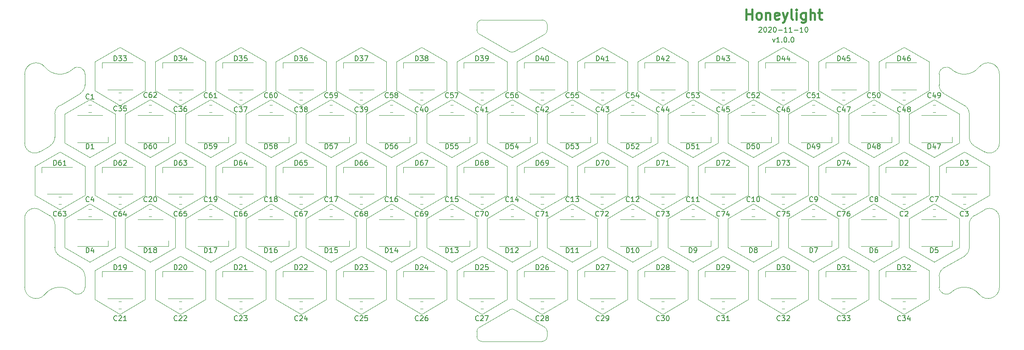
<source format=gto>
%TF.GenerationSoftware,KiCad,Pcbnew,(5.1.6-0-10_14)*%
%TF.CreationDate,2020-11-10T16:11:36-05:00*%
%TF.ProjectId,honeylight,686f6e65-796c-4696-9768-742e6b696361,0.1.0*%
%TF.SameCoordinates,Original*%
%TF.FileFunction,Legend,Top*%
%TF.FilePolarity,Positive*%
%FSLAX46Y46*%
G04 Gerber Fmt 4.6, Leading zero omitted, Abs format (unit mm)*
G04 Created by KiCad (PCBNEW (5.1.6-0-10_14)) date 2020-11-10 16:11:36*
%MOMM*%
%LPD*%
G01*
G04 APERTURE LIST*
%ADD10C,0.150000*%
%ADD11C,0.400000*%
%ADD12C,0.100000*%
%ADD13C,0.120000*%
%ADD14O,2.290000X1.840000*%
%ADD15C,6.500000*%
%ADD16R,2.100000X1.200000*%
G04 APERTURE END LIST*
D10*
X201857142Y-56785714D02*
X202095238Y-57452380D01*
X202333333Y-56785714D01*
X203238095Y-57452380D02*
X202666666Y-57452380D01*
X202952380Y-57452380D02*
X202952380Y-56452380D01*
X202857142Y-56595238D01*
X202761904Y-56690476D01*
X202666666Y-56738095D01*
X203666666Y-57357142D02*
X203714285Y-57404761D01*
X203666666Y-57452380D01*
X203619047Y-57404761D01*
X203666666Y-57357142D01*
X203666666Y-57452380D01*
X204333333Y-56452380D02*
X204428571Y-56452380D01*
X204523809Y-56500000D01*
X204571428Y-56547619D01*
X204619047Y-56642857D01*
X204666666Y-56833333D01*
X204666666Y-57071428D01*
X204619047Y-57261904D01*
X204571428Y-57357142D01*
X204523809Y-57404761D01*
X204428571Y-57452380D01*
X204333333Y-57452380D01*
X204238095Y-57404761D01*
X204190476Y-57357142D01*
X204142857Y-57261904D01*
X204095238Y-57071428D01*
X204095238Y-56833333D01*
X204142857Y-56642857D01*
X204190476Y-56547619D01*
X204238095Y-56500000D01*
X204333333Y-56452380D01*
X205095238Y-57357142D02*
X205142857Y-57404761D01*
X205095238Y-57452380D01*
X205047619Y-57404761D01*
X205095238Y-57357142D01*
X205095238Y-57452380D01*
X205761904Y-56452380D02*
X205857142Y-56452380D01*
X205952380Y-56500000D01*
X206000000Y-56547619D01*
X206047619Y-56642857D01*
X206095238Y-56833333D01*
X206095238Y-57071428D01*
X206047619Y-57261904D01*
X206000000Y-57357142D01*
X205952380Y-57404761D01*
X205857142Y-57452380D01*
X205761904Y-57452380D01*
X205666666Y-57404761D01*
X205619047Y-57357142D01*
X205571428Y-57261904D01*
X205523809Y-57071428D01*
X205523809Y-56833333D01*
X205571428Y-56642857D01*
X205619047Y-56547619D01*
X205666666Y-56500000D01*
X205761904Y-56452380D01*
X199142857Y-54547619D02*
X199190476Y-54500000D01*
X199285714Y-54452380D01*
X199523809Y-54452380D01*
X199619047Y-54500000D01*
X199666666Y-54547619D01*
X199714285Y-54642857D01*
X199714285Y-54738095D01*
X199666666Y-54880952D01*
X199095238Y-55452380D01*
X199714285Y-55452380D01*
X200333333Y-54452380D02*
X200428571Y-54452380D01*
X200523809Y-54500000D01*
X200571428Y-54547619D01*
X200619047Y-54642857D01*
X200666666Y-54833333D01*
X200666666Y-55071428D01*
X200619047Y-55261904D01*
X200571428Y-55357142D01*
X200523809Y-55404761D01*
X200428571Y-55452380D01*
X200333333Y-55452380D01*
X200238095Y-55404761D01*
X200190476Y-55357142D01*
X200142857Y-55261904D01*
X200095238Y-55071428D01*
X200095238Y-54833333D01*
X200142857Y-54642857D01*
X200190476Y-54547619D01*
X200238095Y-54500000D01*
X200333333Y-54452380D01*
X201047619Y-54547619D02*
X201095238Y-54500000D01*
X201190476Y-54452380D01*
X201428571Y-54452380D01*
X201523809Y-54500000D01*
X201571428Y-54547619D01*
X201619047Y-54642857D01*
X201619047Y-54738095D01*
X201571428Y-54880952D01*
X201000000Y-55452380D01*
X201619047Y-55452380D01*
X202238095Y-54452380D02*
X202333333Y-54452380D01*
X202428571Y-54500000D01*
X202476190Y-54547619D01*
X202523809Y-54642857D01*
X202571428Y-54833333D01*
X202571428Y-55071428D01*
X202523809Y-55261904D01*
X202476190Y-55357142D01*
X202428571Y-55404761D01*
X202333333Y-55452380D01*
X202238095Y-55452380D01*
X202142857Y-55404761D01*
X202095238Y-55357142D01*
X202047619Y-55261904D01*
X202000000Y-55071428D01*
X202000000Y-54833333D01*
X202047619Y-54642857D01*
X202095238Y-54547619D01*
X202142857Y-54500000D01*
X202238095Y-54452380D01*
X203000000Y-55071428D02*
X203761904Y-55071428D01*
X204761904Y-55452380D02*
X204190476Y-55452380D01*
X204476190Y-55452380D02*
X204476190Y-54452380D01*
X204380952Y-54595238D01*
X204285714Y-54690476D01*
X204190476Y-54738095D01*
X205714285Y-55452380D02*
X205142857Y-55452380D01*
X205428571Y-55452380D02*
X205428571Y-54452380D01*
X205333333Y-54595238D01*
X205238095Y-54690476D01*
X205142857Y-54738095D01*
X206142857Y-55071428D02*
X206904761Y-55071428D01*
X207904761Y-55452380D02*
X207333333Y-55452380D01*
X207619047Y-55452380D02*
X207619047Y-54452380D01*
X207523809Y-54595238D01*
X207428571Y-54690476D01*
X207333333Y-54738095D01*
X208523809Y-54452380D02*
X208619047Y-54452380D01*
X208714285Y-54500000D01*
X208761904Y-54547619D01*
X208809523Y-54642857D01*
X208857142Y-54833333D01*
X208857142Y-55071428D01*
X208809523Y-55261904D01*
X208761904Y-55357142D01*
X208714285Y-55404761D01*
X208619047Y-55452380D01*
X208523809Y-55452380D01*
X208428571Y-55404761D01*
X208380952Y-55357142D01*
X208333333Y-55261904D01*
X208285714Y-55071428D01*
X208285714Y-54833333D01*
X208333333Y-54642857D01*
X208380952Y-54547619D01*
X208428571Y-54500000D01*
X208523809Y-54452380D01*
D11*
X196619047Y-52904761D02*
X196619047Y-50904761D01*
X196619047Y-51857142D02*
X197761904Y-51857142D01*
X197761904Y-52904761D02*
X197761904Y-50904761D01*
X199000000Y-52904761D02*
X198809523Y-52809523D01*
X198714285Y-52714285D01*
X198619047Y-52523809D01*
X198619047Y-51952380D01*
X198714285Y-51761904D01*
X198809523Y-51666666D01*
X199000000Y-51571428D01*
X199285714Y-51571428D01*
X199476190Y-51666666D01*
X199571428Y-51761904D01*
X199666666Y-51952380D01*
X199666666Y-52523809D01*
X199571428Y-52714285D01*
X199476190Y-52809523D01*
X199285714Y-52904761D01*
X199000000Y-52904761D01*
X200523809Y-51571428D02*
X200523809Y-52904761D01*
X200523809Y-51761904D02*
X200619047Y-51666666D01*
X200809523Y-51571428D01*
X201095238Y-51571428D01*
X201285714Y-51666666D01*
X201380952Y-51857142D01*
X201380952Y-52904761D01*
X203095238Y-52809523D02*
X202904761Y-52904761D01*
X202523809Y-52904761D01*
X202333333Y-52809523D01*
X202238095Y-52619047D01*
X202238095Y-51857142D01*
X202333333Y-51666666D01*
X202523809Y-51571428D01*
X202904761Y-51571428D01*
X203095238Y-51666666D01*
X203190476Y-51857142D01*
X203190476Y-52047619D01*
X202238095Y-52238095D01*
X203857142Y-51571428D02*
X204333333Y-52904761D01*
X204809523Y-51571428D02*
X204333333Y-52904761D01*
X204142857Y-53380952D01*
X204047619Y-53476190D01*
X203857142Y-53571428D01*
X205857142Y-52904761D02*
X205666666Y-52809523D01*
X205571428Y-52619047D01*
X205571428Y-50904761D01*
X206619047Y-52904761D02*
X206619047Y-51571428D01*
X206619047Y-50904761D02*
X206523809Y-51000000D01*
X206619047Y-51095238D01*
X206714285Y-51000000D01*
X206619047Y-50904761D01*
X206619047Y-51095238D01*
X208428571Y-51571428D02*
X208428571Y-53190476D01*
X208333333Y-53380952D01*
X208238095Y-53476190D01*
X208047619Y-53571428D01*
X207761904Y-53571428D01*
X207571428Y-53476190D01*
X208428571Y-52809523D02*
X208238095Y-52904761D01*
X207857142Y-52904761D01*
X207666666Y-52809523D01*
X207571428Y-52714285D01*
X207476190Y-52523809D01*
X207476190Y-51952380D01*
X207571428Y-51761904D01*
X207666666Y-51666666D01*
X207857142Y-51571428D01*
X208238095Y-51571428D01*
X208428571Y-51666666D01*
X209380952Y-52904761D02*
X209380952Y-50904761D01*
X210238095Y-52904761D02*
X210238095Y-51857142D01*
X210142857Y-51666666D01*
X209952380Y-51571428D01*
X209666666Y-51571428D01*
X209476190Y-51666666D01*
X209380952Y-51761904D01*
X210904761Y-51571428D02*
X211666666Y-51571428D01*
X211190476Y-50904761D02*
X211190476Y-52619047D01*
X211285714Y-52809523D01*
X211476190Y-52904761D01*
X211666666Y-52904761D01*
D12*
X244000001Y-90795717D02*
G75*
G02*
X247000001Y-92527768I1000000J-1732051D01*
G01*
X56000001Y-90795717D02*
X58000001Y-91950418D01*
X59000001Y-76361961D02*
G75*
G02*
X58000001Y-78094012I-2000000J0D01*
G01*
X241000001Y-76361961D02*
X241000001Y-71743158D01*
X240000001Y-70011107D02*
G75*
G02*
X241000001Y-71743158I-1000000J-1732051D01*
G01*
X240000001Y-70011108D02*
X236000001Y-67701707D01*
X65000001Y-65969656D02*
G75*
G02*
X64000001Y-67701707I-2000000J0D01*
G01*
X235000001Y-65969656D02*
X235000001Y-63822215D01*
X62605573Y-62788257D02*
G75*
G02*
X65000001Y-63822215I973973J-1033958D01*
G01*
X242962773Y-62401709D02*
G75*
G02*
X237394428Y-62788258I-2962772J2379494D01*
G01*
X53000001Y-63822214D02*
G75*
G02*
X57037230Y-62401709I2268518J-1D01*
G01*
X247000001Y-63822215D02*
X247000001Y-77516661D01*
X56000002Y-79248711D02*
G75*
G02*
X53000001Y-77516662I-1000001J1732050D01*
G01*
X244000001Y-79248712D02*
X242000001Y-78094011D01*
X156500003Y-114178403D02*
G75*
G02*
X157000003Y-115044429I-500001J-866026D01*
G01*
X143500000Y-114178404D02*
X149500001Y-110714302D01*
X149500002Y-110714301D02*
G75*
G02*
X150500002Y-110714302I499999J-866026D01*
G01*
X150500001Y-110714302D02*
X156500000Y-114178403D01*
X143000002Y-115044428D02*
G75*
G02*
X143500002Y-114178403I1000000J0D01*
G01*
X157000000Y-115044428D02*
X157000000Y-116022215D01*
X144000002Y-117022215D02*
G75*
G02*
X143000002Y-116022215I0J1000000D01*
G01*
X156000000Y-117022215D02*
X144000000Y-117022215D01*
X157000002Y-116022215D02*
G75*
G02*
X156000002Y-117022215I-1000000J0D01*
G01*
X143000000Y-116022215D02*
X143000000Y-115044429D01*
X64000001Y-67701707D02*
X60000001Y-70011108D01*
X59000002Y-71743158D02*
G75*
G02*
X60000001Y-70011108I1999999J0D01*
G01*
X59000001Y-71743158D02*
X59000001Y-76361961D01*
X242000001Y-78094011D02*
G75*
G02*
X241000002Y-76361961I1000000J1732050D01*
G01*
X58000001Y-78094011D02*
X56000001Y-79248712D01*
X247000001Y-77516661D02*
G75*
G02*
X244000001Y-79248712I-2000000J0D01*
G01*
X53000001Y-77516661D02*
X53000001Y-63822215D01*
X242962772Y-62401707D02*
G75*
G02*
X247000001Y-63822216I1768710J-1420508D01*
G01*
X62605574Y-62788257D02*
G75*
G02*
X57037230Y-62401709I-2605573J2766042D01*
G01*
X235000002Y-63822215D02*
G75*
G02*
X237394428Y-62788258I1420454J0D01*
G01*
X65000001Y-63822215D02*
X65000001Y-65969656D01*
X236000001Y-67701707D02*
G75*
G02*
X235000001Y-65969656I1000000J1732051D01*
G01*
X57037229Y-107642721D02*
G75*
G02*
X53000001Y-106222215I-1768710J1420506D01*
G01*
X237394429Y-107256173D02*
G75*
G02*
X242962771Y-107642722I2605572J-2766042D01*
G01*
X65000000Y-106222214D02*
G75*
G02*
X62605574Y-107256173I-1420454J-1D01*
G01*
X235000001Y-106222215D02*
X235000001Y-104074774D01*
X64000001Y-102342723D02*
G75*
G02*
X65000001Y-104074774I-1000000J-1732051D01*
G01*
X236000001Y-102342723D02*
X240000001Y-100033322D01*
X241000001Y-98301271D02*
G75*
G02*
X240000001Y-100033322I-2000000J0D01*
G01*
X241000001Y-98301271D02*
X241000001Y-93682469D01*
X58000001Y-91950418D02*
G75*
G02*
X59000001Y-93682469I-1000000J-1732051D01*
G01*
X157000003Y-55000000D02*
G75*
G02*
X156500002Y-55866026I-1000001J0D01*
G01*
X144000000Y-53022215D02*
X156000000Y-53022215D01*
X143000003Y-54022215D02*
G75*
G02*
X144000002Y-53022216I999999J0D01*
G01*
X157000000Y-54022215D02*
X157000000Y-55000001D01*
X143500002Y-55866026D02*
G75*
G02*
X143000002Y-55000001I500000J866025D01*
G01*
X150500002Y-59330128D02*
G75*
G02*
X149500001Y-59330128I-500001J866026D01*
G01*
X149500001Y-59330128D02*
X143500000Y-55866025D01*
X156500000Y-55866027D02*
X150500001Y-59330128D01*
X242000001Y-91950418D02*
X244000001Y-90795717D01*
X53000002Y-92527768D02*
G75*
G02*
X56000001Y-90795718I1999999J0D01*
G01*
X247000001Y-92527768D02*
X247000001Y-106222215D01*
X156000002Y-53022215D02*
G75*
G02*
X157000002Y-54022215I0J-1000000D01*
G01*
X192000001Y-70011108D02*
X197000001Y-67124356D01*
X197000001Y-67124356D02*
X197000001Y-61350854D01*
X193000001Y-77516661D02*
X198000001Y-80403413D01*
X209000001Y-61350854D02*
X204000001Y-58464102D01*
X204000001Y-58464102D02*
X199000001Y-61350854D01*
X199000001Y-61350854D02*
X199000001Y-67124356D01*
X199000001Y-67124356D02*
X204000001Y-70011108D01*
X204000001Y-70011108D02*
X209000001Y-67124356D01*
X209000001Y-67124356D02*
X209000001Y-61350854D01*
X197000001Y-82135463D02*
X192000001Y-79248712D01*
X192000001Y-79248712D02*
X187000001Y-82135463D01*
X187000001Y-82135463D02*
X187000001Y-87908966D01*
X187000001Y-87908966D02*
X192000001Y-90795717D01*
X192000001Y-90795717D02*
X197000001Y-87908966D01*
X197000001Y-87908966D02*
X197000001Y-82135463D01*
X77000001Y-82135463D02*
X72000001Y-79248712D01*
X72000001Y-79248712D02*
X67000001Y-82135463D01*
X67000001Y-82135463D02*
X67000001Y-87908966D01*
X67000001Y-87908966D02*
X72000001Y-90795717D01*
X72000001Y-90795717D02*
X77000001Y-87908966D01*
X77000001Y-87908966D02*
X77000001Y-82135463D01*
X185000001Y-61350854D02*
X180000001Y-58464102D01*
X180000001Y-58464102D02*
X175000001Y-61350854D01*
X175000001Y-61350854D02*
X175000001Y-67124356D01*
X175000001Y-67124356D02*
X180000001Y-70011108D01*
X180000001Y-70011108D02*
X185000001Y-67124356D01*
X185000001Y-67124356D02*
X185000001Y-61350854D01*
X157000001Y-77516661D02*
X162000001Y-80403413D01*
X162000001Y-80403413D02*
X167000001Y-77516661D01*
X167000001Y-77516661D02*
X167000001Y-71743158D01*
X167000001Y-71743158D02*
X162000001Y-68856407D01*
X162000001Y-68856407D02*
X157000001Y-71743158D01*
X157000001Y-71743158D02*
X157000001Y-77516661D01*
X169000001Y-77516661D02*
X174000001Y-80403413D01*
X174000001Y-80403413D02*
X179000001Y-77516661D01*
X179000001Y-77516661D02*
X179000001Y-71743158D01*
X179000001Y-71743158D02*
X174000001Y-68856407D01*
X174000001Y-68856407D02*
X169000001Y-71743158D01*
X169000001Y-71743158D02*
X169000001Y-77516661D01*
X203000001Y-98301271D02*
X203000001Y-92527768D01*
X203000001Y-92527768D02*
X198000001Y-89641017D01*
X198000001Y-89641017D02*
X193000001Y-92527768D01*
X193000001Y-92527768D02*
X193000001Y-98301271D01*
X193000001Y-98301271D02*
X198000001Y-101188023D01*
X198000001Y-101188023D02*
X203000001Y-98301271D01*
X83000001Y-98301271D02*
X83000001Y-92527768D01*
X83000001Y-92527768D02*
X78000001Y-89641017D01*
X78000001Y-89641017D02*
X73000001Y-92527768D01*
X73000001Y-92527768D02*
X73000001Y-98301271D01*
X73000001Y-98301271D02*
X78000001Y-101188023D01*
X78000001Y-101188023D02*
X83000001Y-98301271D01*
X197000001Y-102920073D02*
X192000001Y-100033322D01*
X192000001Y-100033322D02*
X187000001Y-102920073D01*
X187000001Y-102920073D02*
X187000001Y-108693576D01*
X187000001Y-108693576D02*
X192000001Y-111580327D01*
X192000001Y-111580327D02*
X197000001Y-108693576D01*
X197000001Y-108693576D02*
X197000001Y-102920073D01*
X173000001Y-82135463D02*
X168000001Y-79248712D01*
X168000001Y-79248712D02*
X163000001Y-82135463D01*
X163000001Y-82135463D02*
X163000001Y-87908966D01*
X163000001Y-87908966D02*
X168000001Y-90795717D01*
X168000001Y-90795717D02*
X173000001Y-87908966D01*
X173000001Y-87908966D02*
X173000001Y-82135463D01*
X89000001Y-82135463D02*
X84000001Y-79248712D01*
X84000001Y-79248712D02*
X79000001Y-82135463D01*
X79000001Y-82135463D02*
X79000001Y-87908966D01*
X79000001Y-87908966D02*
X84000001Y-90795717D01*
X84000001Y-90795717D02*
X89000001Y-87908966D01*
X89000001Y-87908966D02*
X89000001Y-82135463D01*
X209000001Y-102920073D02*
X204000001Y-100033322D01*
X204000001Y-100033322D02*
X199000001Y-102920073D01*
X199000001Y-102920073D02*
X199000001Y-108693576D01*
X199000001Y-108693576D02*
X204000001Y-111580327D01*
X204000001Y-111580327D02*
X209000001Y-108693576D01*
X209000001Y-108693576D02*
X209000001Y-102920073D01*
X125000001Y-102920073D02*
X120000001Y-100033322D01*
X120000001Y-100033322D02*
X115000001Y-102920073D01*
X115000001Y-102920073D02*
X115000001Y-108693576D01*
X115000001Y-108693576D02*
X120000001Y-111580327D01*
X120000001Y-111580327D02*
X125000001Y-108693576D01*
X125000001Y-108693576D02*
X125000001Y-102920073D01*
X89000001Y-102920073D02*
X84000001Y-100033322D01*
X84000001Y-100033322D02*
X79000001Y-102920073D01*
X79000001Y-102920073D02*
X79000001Y-108693576D01*
X79000001Y-108693576D02*
X84000001Y-111580327D01*
X84000001Y-111580327D02*
X89000001Y-108693576D01*
X89000001Y-108693576D02*
X89000001Y-102920073D01*
X222000001Y-89641017D02*
X217000001Y-92527768D01*
X217000001Y-92527768D02*
X217000001Y-98301271D01*
X217000001Y-98301271D02*
X222000001Y-101188023D01*
X222000001Y-101188023D02*
X227000001Y-98301271D01*
X227000001Y-98301271D02*
X227000001Y-92527768D01*
X227000001Y-92527768D02*
X222000001Y-89641017D01*
X137000001Y-102920073D02*
X132000001Y-100033322D01*
X132000001Y-100033322D02*
X127000001Y-102920073D01*
X127000001Y-102920073D02*
X127000001Y-108693576D01*
X127000001Y-108693576D02*
X132000001Y-111580327D01*
X132000001Y-111580327D02*
X137000001Y-108693576D01*
X137000001Y-108693576D02*
X137000001Y-102920073D01*
X179000001Y-98301271D02*
X179000001Y-92527768D01*
X179000001Y-92527768D02*
X174000001Y-89641017D01*
X174000001Y-89641017D02*
X169000001Y-92527768D01*
X169000001Y-92527768D02*
X169000001Y-98301271D01*
X169000001Y-98301271D02*
X174000001Y-101188023D01*
X174000001Y-101188023D02*
X179000001Y-98301271D01*
X60000001Y-79248712D02*
X55000001Y-82135463D01*
X55000001Y-82135463D02*
X55000001Y-87908966D01*
X55000001Y-87908966D02*
X60000001Y-90795717D01*
X60000001Y-90795717D02*
X65000001Y-87908966D01*
X65000001Y-87908966D02*
X65000001Y-82135463D01*
X65000001Y-82135463D02*
X60000001Y-79248712D01*
X223000001Y-82135463D02*
X223000001Y-87908966D01*
X223000001Y-87908966D02*
X228000001Y-90795717D01*
X228000001Y-90795717D02*
X233000001Y-87908966D01*
X233000001Y-87908966D02*
X233000001Y-82135463D01*
X233000001Y-82135463D02*
X228000001Y-79248712D01*
X228000001Y-79248712D02*
X223000001Y-82135463D01*
X185000001Y-82135463D02*
X180000001Y-79248712D01*
X180000001Y-79248712D02*
X175000001Y-82135463D01*
X175000001Y-82135463D02*
X175000001Y-87908966D01*
X175000001Y-87908966D02*
X180000001Y-90795717D01*
X180000001Y-90795717D02*
X185000001Y-87908966D01*
X185000001Y-87908966D02*
X185000001Y-82135463D01*
X89000001Y-61350854D02*
X84000001Y-58464102D01*
X84000001Y-58464102D02*
X79000001Y-61350854D01*
X79000001Y-61350854D02*
X79000001Y-67124356D01*
X79000001Y-67124356D02*
X84000001Y-70011108D01*
X84000001Y-70011108D02*
X89000001Y-67124356D01*
X89000001Y-67124356D02*
X89000001Y-61350854D01*
X223000001Y-67124356D02*
X228000001Y-70011108D01*
X228000001Y-70011108D02*
X233000001Y-67124356D01*
X233000001Y-67124356D02*
X233000001Y-61350854D01*
X233000001Y-61350854D02*
X228000001Y-58464102D01*
X228000001Y-58464102D02*
X223000001Y-61350854D01*
X223000001Y-61350854D02*
X223000001Y-67124356D01*
X71000001Y-98301271D02*
X71000001Y-92527768D01*
X71000001Y-92527768D02*
X66000001Y-89641017D01*
X66000001Y-89641017D02*
X61000001Y-92527768D01*
X61000001Y-92527768D02*
X61000001Y-98301271D01*
X61000001Y-98301271D02*
X66000001Y-101188023D01*
X66000001Y-101188023D02*
X71000001Y-98301271D01*
X107000001Y-98301271D02*
X107000001Y-92527768D01*
X107000001Y-92527768D02*
X102000001Y-89641017D01*
X102000001Y-89641017D02*
X97000001Y-92527768D01*
X97000001Y-92527768D02*
X97000001Y-98301271D01*
X97000001Y-98301271D02*
X102000001Y-101188023D01*
X102000001Y-101188023D02*
X107000001Y-98301271D01*
X77000001Y-102920073D02*
X72000001Y-100033322D01*
X72000001Y-100033322D02*
X67000001Y-102920073D01*
X67000001Y-102920073D02*
X67000001Y-108693576D01*
X67000001Y-108693576D02*
X72000001Y-111580327D01*
X72000001Y-111580327D02*
X77000001Y-108693576D01*
X77000001Y-108693576D02*
X77000001Y-102920073D01*
X149000001Y-82135463D02*
X144000001Y-79248712D01*
X144000001Y-79248712D02*
X139000001Y-82135463D01*
X139000001Y-82135463D02*
X139000001Y-87908966D01*
X139000001Y-87908966D02*
X144000001Y-90795717D01*
X144000001Y-90795717D02*
X149000001Y-87908966D01*
X149000001Y-87908966D02*
X149000001Y-82135463D01*
X149000001Y-61350854D02*
X144000001Y-58464102D01*
X144000001Y-58464102D02*
X139000001Y-61350854D01*
X139000001Y-61350854D02*
X139000001Y-67124356D01*
X139000001Y-67124356D02*
X144000001Y-70011108D01*
X144000001Y-70011108D02*
X149000001Y-67124356D01*
X149000001Y-67124356D02*
X149000001Y-61350854D01*
X137000001Y-61350854D02*
X132000001Y-58464102D01*
X132000001Y-58464102D02*
X127000001Y-61350854D01*
X127000001Y-61350854D02*
X127000001Y-67124356D01*
X127000001Y-67124356D02*
X132000001Y-70011108D01*
X132000001Y-70011108D02*
X137000001Y-67124356D01*
X137000001Y-67124356D02*
X137000001Y-61350854D01*
X131000001Y-98301271D02*
X131000001Y-92527768D01*
X131000001Y-92527768D02*
X126000001Y-89641017D01*
X126000001Y-89641017D02*
X121000001Y-92527768D01*
X121000001Y-92527768D02*
X121000001Y-98301271D01*
X121000001Y-98301271D02*
X126000001Y-101188023D01*
X126000001Y-101188023D02*
X131000001Y-98301271D01*
X125000001Y-61350854D02*
X120000001Y-58464102D01*
X120000001Y-58464102D02*
X115000001Y-61350854D01*
X115000001Y-61350854D02*
X115000001Y-67124356D01*
X115000001Y-67124356D02*
X120000001Y-70011108D01*
X120000001Y-70011108D02*
X125000001Y-67124356D01*
X125000001Y-67124356D02*
X125000001Y-61350854D01*
X119000001Y-98301271D02*
X119000001Y-92527768D01*
X119000001Y-92527768D02*
X114000001Y-89641017D01*
X114000001Y-89641017D02*
X109000001Y-92527768D01*
X109000001Y-92527768D02*
X109000001Y-98301271D01*
X109000001Y-98301271D02*
X114000001Y-101188023D01*
X114000001Y-101188023D02*
X119000001Y-98301271D01*
X121000001Y-77516661D02*
X126000001Y-80403413D01*
X126000001Y-80403413D02*
X131000001Y-77516661D01*
X131000001Y-77516661D02*
X131000001Y-71743158D01*
X131000001Y-71743158D02*
X126000001Y-68856407D01*
X126000001Y-68856407D02*
X121000001Y-71743158D01*
X121000001Y-71743158D02*
X121000001Y-77516661D01*
X109000001Y-77516661D02*
X114000001Y-80403413D01*
X114000001Y-80403413D02*
X119000001Y-77516661D01*
X119000001Y-77516661D02*
X119000001Y-71743158D01*
X119000001Y-71743158D02*
X114000001Y-68856407D01*
X114000001Y-68856407D02*
X109000001Y-71743158D01*
X109000001Y-71743158D02*
X109000001Y-77516661D01*
X235000001Y-82135463D02*
X235000001Y-87908966D01*
X235000001Y-87908966D02*
X240000001Y-90795717D01*
X240000001Y-90795717D02*
X245000001Y-87908966D01*
X245000001Y-87908966D02*
X245000001Y-82135463D01*
X245000001Y-82135463D02*
X240000001Y-79248712D01*
X240000001Y-79248712D02*
X235000001Y-82135463D01*
X143000001Y-98301271D02*
X143000001Y-92527768D01*
X143000001Y-92527768D02*
X138000001Y-89641017D01*
X138000001Y-89641017D02*
X133000001Y-92527768D01*
X133000001Y-92527768D02*
X133000001Y-98301271D01*
X133000001Y-98301271D02*
X138000001Y-101188023D01*
X138000001Y-101188023D02*
X143000001Y-98301271D01*
X229000001Y-71743158D02*
X229000001Y-77516661D01*
X229000001Y-77516661D02*
X234000001Y-80403413D01*
X234000001Y-80403413D02*
X239000001Y-77516661D01*
X239000001Y-77516661D02*
X239000001Y-71743158D01*
X239000001Y-71743158D02*
X234000001Y-68856407D01*
X234000001Y-68856407D02*
X229000001Y-71743158D01*
X229000001Y-92527768D02*
X229000001Y-98301271D01*
X229000001Y-98301271D02*
X234000001Y-101188023D01*
X234000001Y-101188023D02*
X239000001Y-98301271D01*
X239000001Y-98301271D02*
X239000001Y-92527768D01*
X239000001Y-92527768D02*
X234000001Y-89641017D01*
X234000001Y-89641017D02*
X229000001Y-92527768D01*
X215000001Y-98301271D02*
X215000001Y-92527768D01*
X215000001Y-92527768D02*
X210000001Y-89641017D01*
X210000001Y-89641017D02*
X205000001Y-92527768D01*
X205000001Y-92527768D02*
X205000001Y-98301271D01*
X205000001Y-98301271D02*
X210000001Y-101188023D01*
X210000001Y-101188023D02*
X215000001Y-98301271D01*
X223000001Y-102920073D02*
X223000001Y-108693576D01*
X223000001Y-108693576D02*
X228000001Y-111580327D01*
X228000001Y-111580327D02*
X233000001Y-108693576D01*
X233000001Y-108693576D02*
X233000001Y-102920073D01*
X233000001Y-102920073D02*
X228000001Y-100033322D01*
X228000001Y-100033322D02*
X223000001Y-102920073D01*
X155000001Y-98301271D02*
X155000001Y-92527768D01*
X155000001Y-92527768D02*
X150000001Y-89641017D01*
X150000001Y-89641017D02*
X145000001Y-92527768D01*
X145000001Y-92527768D02*
X145000001Y-98301271D01*
X145000001Y-98301271D02*
X150000001Y-101188023D01*
X150000001Y-101188023D02*
X155000001Y-98301271D01*
X221000001Y-82135463D02*
X216000001Y-79248712D01*
X216000001Y-79248712D02*
X211000001Y-82135463D01*
X211000001Y-82135463D02*
X211000001Y-87908966D01*
X211000001Y-87908966D02*
X216000001Y-90795717D01*
X216000001Y-90795717D02*
X221000001Y-87908966D01*
X221000001Y-87908966D02*
X221000001Y-82135463D01*
X205000001Y-77516661D02*
X210000001Y-80403413D01*
X210000001Y-80403413D02*
X215000001Y-77516661D01*
X215000001Y-77516661D02*
X215000001Y-71743158D01*
X215000001Y-71743158D02*
X210000001Y-68856407D01*
X210000001Y-68856407D02*
X205000001Y-71743158D01*
X205000001Y-71743158D02*
X205000001Y-77516661D01*
X167000001Y-98301271D02*
X167000001Y-92527768D01*
X167000001Y-92527768D02*
X162000001Y-89641017D01*
X162000001Y-89641017D02*
X157000001Y-92527768D01*
X157000001Y-92527768D02*
X157000001Y-98301271D01*
X157000001Y-98301271D02*
X162000001Y-101188023D01*
X162000001Y-101188023D02*
X167000001Y-98301271D01*
X221000001Y-61350854D02*
X216000001Y-58464102D01*
X216000001Y-58464102D02*
X211000001Y-61350854D01*
X211000001Y-61350854D02*
X211000001Y-67124356D01*
X211000001Y-67124356D02*
X216000001Y-70011108D01*
X216000001Y-70011108D02*
X221000001Y-67124356D01*
X221000001Y-67124356D02*
X221000001Y-61350854D01*
X173000001Y-102920073D02*
X168000001Y-100033322D01*
X168000001Y-100033322D02*
X163000001Y-102920073D01*
X163000001Y-102920073D02*
X163000001Y-108693576D01*
X163000001Y-108693576D02*
X168000001Y-111580327D01*
X168000001Y-111580327D02*
X173000001Y-108693576D01*
X173000001Y-108693576D02*
X173000001Y-102920073D01*
X113000001Y-61350854D02*
X108000001Y-58464102D01*
X108000001Y-58464102D02*
X103000001Y-61350854D01*
X103000001Y-61350854D02*
X103000001Y-67124356D01*
X103000001Y-67124356D02*
X108000001Y-70011108D01*
X108000001Y-70011108D02*
X113000001Y-67124356D01*
X113000001Y-67124356D02*
X113000001Y-61350854D01*
X161000001Y-82135463D02*
X156000001Y-79248712D01*
X156000001Y-79248712D02*
X151000001Y-82135463D01*
X151000001Y-82135463D02*
X151000001Y-87908966D01*
X151000001Y-87908966D02*
X156000001Y-90795717D01*
X156000001Y-90795717D02*
X161000001Y-87908966D01*
X161000001Y-87908966D02*
X161000001Y-82135463D01*
X161000001Y-102920073D02*
X156000001Y-100033322D01*
X156000001Y-100033322D02*
X151000001Y-102920073D01*
X151000001Y-102920073D02*
X151000001Y-108693576D01*
X151000001Y-108693576D02*
X156000001Y-111580327D01*
X156000001Y-111580327D02*
X161000001Y-108693576D01*
X161000001Y-108693576D02*
X161000001Y-102920073D01*
X161000001Y-61350854D02*
X156000001Y-58464102D01*
X156000001Y-58464102D02*
X151000001Y-61350854D01*
X151000001Y-61350854D02*
X151000001Y-67124356D01*
X151000001Y-67124356D02*
X156000001Y-70011108D01*
X156000001Y-70011108D02*
X161000001Y-67124356D01*
X161000001Y-67124356D02*
X161000001Y-61350854D01*
X145000001Y-77516661D02*
X150000001Y-80403413D01*
X150000001Y-80403413D02*
X155000001Y-77516661D01*
X155000001Y-77516661D02*
X155000001Y-71743158D01*
X155000001Y-71743158D02*
X150000001Y-68856407D01*
X150000001Y-68856407D02*
X145000001Y-71743158D01*
X145000001Y-71743158D02*
X145000001Y-77516661D01*
X61000001Y-77516661D02*
X66000001Y-80403413D01*
X66000001Y-80403413D02*
X71000001Y-77516661D01*
X71000001Y-77516661D02*
X71000001Y-71743158D01*
X71000001Y-71743158D02*
X66000001Y-68856407D01*
X66000001Y-68856407D02*
X61000001Y-71743158D01*
X61000001Y-71743158D02*
X61000001Y-77516661D01*
X85000001Y-77516661D02*
X90000001Y-80403413D01*
X90000001Y-80403413D02*
X95000001Y-77516661D01*
X95000001Y-77516661D02*
X95000001Y-71743158D01*
X95000001Y-71743158D02*
X90000001Y-68856407D01*
X90000001Y-68856407D02*
X85000001Y-71743158D01*
X85000001Y-71743158D02*
X85000001Y-77516661D01*
X113000001Y-102920073D02*
X108000001Y-100033322D01*
X108000001Y-100033322D02*
X103000001Y-102920073D01*
X103000001Y-102920073D02*
X103000001Y-108693576D01*
X103000001Y-108693576D02*
X108000001Y-111580327D01*
X108000001Y-111580327D02*
X113000001Y-108693576D01*
X113000001Y-108693576D02*
X113000001Y-102920073D01*
X101000001Y-102920073D02*
X96000001Y-100033322D01*
X96000001Y-100033322D02*
X91000001Y-102920073D01*
X91000001Y-102920073D02*
X91000001Y-108693576D01*
X91000001Y-108693576D02*
X96000001Y-111580327D01*
X96000001Y-111580327D02*
X101000001Y-108693576D01*
X101000001Y-108693576D02*
X101000001Y-102920073D01*
X95000001Y-98301271D02*
X95000001Y-92527768D01*
X95000001Y-92527768D02*
X90000001Y-89641017D01*
X90000001Y-89641017D02*
X85000001Y-92527768D01*
X85000001Y-92527768D02*
X85000001Y-98301271D01*
X85000001Y-98301271D02*
X90000001Y-101188023D01*
X90000001Y-101188023D02*
X95000001Y-98301271D01*
X97000001Y-77516661D02*
X102000001Y-80403413D01*
X102000001Y-80403413D02*
X107000001Y-77516661D01*
X198000001Y-80403413D02*
X203000001Y-77516661D01*
X203000001Y-77516661D02*
X203000001Y-71743158D01*
X203000001Y-71743158D02*
X198000001Y-68856407D01*
X198000001Y-68856407D02*
X193000001Y-71743158D01*
X193000001Y-71743158D02*
X193000001Y-77516661D01*
X149000001Y-102920073D02*
X144000001Y-100033322D01*
X144000001Y-100033322D02*
X139000001Y-102920073D01*
X139000001Y-102920073D02*
X139000001Y-108693576D01*
X139000001Y-108693576D02*
X144000001Y-111580327D01*
X144000001Y-111580327D02*
X149000001Y-108693576D01*
X149000001Y-108693576D02*
X149000001Y-102920073D01*
X241800001Y-60022215D02*
G75*
G03*
X241800001Y-60022215I-1800000J0D01*
G01*
X61800001Y-110022215D02*
G75*
G03*
X61800001Y-110022215I-1800000J0D01*
G01*
X61800001Y-60022215D02*
G75*
G03*
X61800001Y-60022215I-1800000J0D01*
G01*
X241800001Y-110022215D02*
G75*
G03*
X241800001Y-110022215I-1800000J0D01*
G01*
X139800002Y-55022215D02*
G75*
G03*
X139800002Y-55022215I-1800000J0D01*
G01*
X139800002Y-115022215D02*
G75*
G03*
X139800002Y-115022215I-1800000J0D01*
G01*
X163800001Y-55022215D02*
G75*
G03*
X163800001Y-55022215I-1800000J0D01*
G01*
X163800001Y-115022215D02*
G75*
G03*
X163800001Y-115022215I-1800000J0D01*
G01*
X241000002Y-93682469D02*
G75*
G02*
X242000002Y-91950419I1999999J0D01*
G01*
X59000001Y-93682469D02*
X59000001Y-98301271D01*
X60000001Y-100033322D02*
G75*
G02*
X59000001Y-98301271I1000000J1732051D01*
G01*
X60000001Y-100033322D02*
X64000001Y-102342723D01*
X235000002Y-104074774D02*
G75*
G02*
X236000002Y-102342724I1999999J0D01*
G01*
X65000001Y-104074774D02*
X65000001Y-106222215D01*
X237394429Y-107256173D02*
G75*
G02*
X235000001Y-106222215I-973973J1033958D01*
G01*
X57037231Y-107642722D02*
G75*
G02*
X62605573Y-107256173I2962770J-2379493D01*
G01*
X247000000Y-106222214D02*
G75*
G02*
X242962772Y-107642722I-2268518J-1D01*
G01*
X53000001Y-106222215D02*
X53000001Y-92527768D01*
X137000001Y-87908966D02*
X137000001Y-82135463D01*
X173000001Y-61350854D02*
X168000001Y-58464102D01*
X168000001Y-58464102D02*
X163000001Y-61350854D01*
X101000001Y-87908966D02*
X101000001Y-82135463D01*
X77000001Y-61350854D02*
X72000001Y-58464102D01*
X72000001Y-58464102D02*
X67000001Y-61350854D01*
X67000001Y-61350854D02*
X67000001Y-67124356D01*
X67000001Y-67124356D02*
X72000001Y-70011108D01*
X72000001Y-70011108D02*
X77000001Y-67124356D01*
X77000001Y-67124356D02*
X77000001Y-61350854D01*
X113000001Y-82135463D02*
X108000001Y-79248712D01*
X108000001Y-79248712D02*
X103000001Y-82135463D01*
X103000001Y-82135463D02*
X103000001Y-87908966D01*
X103000001Y-87908966D02*
X108000001Y-90795717D01*
X108000001Y-90795717D02*
X113000001Y-87908966D01*
X83000001Y-71743158D02*
X78000001Y-68856407D01*
X78000001Y-68856407D02*
X73000001Y-71743158D01*
X73000001Y-71743158D02*
X73000001Y-77516661D01*
X181000001Y-77516661D02*
X186000001Y-80403413D01*
X186000001Y-80403413D02*
X191000001Y-77516661D01*
X191000001Y-77516661D02*
X191000001Y-71743158D01*
X191000001Y-71743158D02*
X186000001Y-68856407D01*
X186000001Y-68856407D02*
X181000001Y-71743158D01*
X181000001Y-71743158D02*
X181000001Y-77516661D01*
X209000001Y-82135463D02*
X204000001Y-79248712D01*
X204000001Y-79248712D02*
X199000001Y-82135463D01*
X199000001Y-82135463D02*
X199000001Y-87908966D01*
X199000001Y-87908966D02*
X204000001Y-90795717D01*
X204000001Y-90795717D02*
X209000001Y-87908966D01*
X209000001Y-87908966D02*
X209000001Y-82135463D01*
X101000001Y-61350854D02*
X96000001Y-58464102D01*
X96000001Y-58464102D02*
X91000001Y-61350854D01*
X91000001Y-61350854D02*
X91000001Y-67124356D01*
X91000001Y-67124356D02*
X96000001Y-70011108D01*
X96000001Y-70011108D02*
X101000001Y-67124356D01*
X101000001Y-67124356D02*
X101000001Y-61350854D01*
X221000001Y-102920073D02*
X216000001Y-100033322D01*
X216000001Y-100033322D02*
X211000001Y-102920073D01*
X211000001Y-102920073D02*
X211000001Y-108693576D01*
X211000001Y-108693576D02*
X216000001Y-111580327D01*
X216000001Y-111580327D02*
X221000001Y-108693576D01*
X221000001Y-108693576D02*
X221000001Y-102920073D01*
X137000001Y-82135463D02*
X132000001Y-79248712D01*
X132000001Y-79248712D02*
X127000001Y-82135463D01*
X127000001Y-82135463D02*
X127000001Y-87908966D01*
X127000001Y-87908966D02*
X132000001Y-90795717D01*
X132000001Y-90795717D02*
X137000001Y-87908966D01*
X96000001Y-79248712D02*
X91000001Y-82135463D01*
X91000001Y-82135463D02*
X91000001Y-87908966D01*
X91000001Y-87908966D02*
X96000001Y-90795717D01*
X96000001Y-90795717D02*
X101000001Y-87908966D01*
X197000001Y-61350854D02*
X192000001Y-58464102D01*
X192000001Y-58464102D02*
X187000001Y-61350854D01*
X187000001Y-61350854D02*
X187000001Y-67124356D01*
X187000001Y-67124356D02*
X192000001Y-70011108D01*
X191000001Y-98301271D02*
X191000001Y-92527768D01*
X191000001Y-92527768D02*
X186000001Y-89641017D01*
X186000001Y-89641017D02*
X181000001Y-92527768D01*
X181000001Y-92527768D02*
X181000001Y-98301271D01*
X185000001Y-102920073D02*
X180000001Y-100033322D01*
X180000001Y-100033322D02*
X175000001Y-102920073D01*
X175000001Y-102920073D02*
X175000001Y-108693576D01*
X175000001Y-108693576D02*
X180000001Y-111580327D01*
X180000001Y-111580327D02*
X185000001Y-108693576D01*
X107000001Y-77516661D02*
X107000001Y-71743158D01*
X107000001Y-71743158D02*
X102000001Y-68856407D01*
X102000001Y-68856407D02*
X97000001Y-71743158D01*
X97000001Y-71743158D02*
X97000001Y-77516661D01*
X222000001Y-80403413D02*
X227000001Y-77516661D01*
X227000001Y-77516661D02*
X227000001Y-71743158D01*
X227000001Y-71743158D02*
X222000001Y-68856407D01*
X181000001Y-98301271D02*
X186000001Y-101188023D01*
X186000001Y-101188023D02*
X191000001Y-98301271D01*
X101000001Y-82135463D02*
X96000001Y-79248712D01*
X163000001Y-61350854D02*
X163000001Y-67124356D01*
X163000001Y-67124356D02*
X168000001Y-70011108D01*
X168000001Y-70011108D02*
X173000001Y-67124356D01*
X173000001Y-67124356D02*
X173000001Y-61350854D01*
X113000001Y-87908966D02*
X113000001Y-82135463D01*
X222000001Y-68856407D02*
X217000001Y-71743158D01*
X217000001Y-71743158D02*
X217000001Y-77516661D01*
X217000001Y-77516661D02*
X222000001Y-80403413D01*
X133000001Y-77516661D02*
X138000001Y-80403413D01*
X138000001Y-80403413D02*
X143000001Y-77516661D01*
X143000001Y-77516661D02*
X143000001Y-71743158D01*
X185000001Y-108693576D02*
X185000001Y-102920073D01*
X125000001Y-82135463D02*
X120000001Y-79248712D01*
X120000001Y-79248712D02*
X115000001Y-82135463D01*
X115000001Y-82135463D02*
X115000001Y-87908966D01*
X73000001Y-77516661D02*
X78000001Y-80403413D01*
X78000001Y-80403413D02*
X83000001Y-77516661D01*
X83000001Y-77516661D02*
X83000001Y-71743158D01*
X115000001Y-87908966D02*
X120000001Y-90795717D01*
X120000001Y-90795717D02*
X125000001Y-87908966D01*
X125000001Y-87908966D02*
X125000001Y-82135463D01*
X143000001Y-71743158D02*
X138000001Y-68856407D01*
X138000001Y-68856407D02*
X133000001Y-71743158D01*
X133000001Y-71743158D02*
X133000001Y-77516661D01*
X143000000Y-55000000D02*
X143000000Y-54022215D01*
D13*
%TO.C,D74*%
X212400000Y-82300000D02*
X218500000Y-82300000D01*
X212400000Y-83400000D02*
X212400000Y-82300000D01*
X218500000Y-87700000D02*
X213500000Y-87700000D01*
%TO.C,D67*%
X128400000Y-82300000D02*
X134500000Y-82300000D01*
X128400000Y-83400000D02*
X128400000Y-82300000D01*
X134500000Y-87700000D02*
X129500000Y-87700000D01*
%TO.C,D73*%
X200400000Y-82300000D02*
X206500000Y-82300000D01*
X200400000Y-83400000D02*
X200400000Y-82300000D01*
X206500000Y-87700000D02*
X201500000Y-87700000D01*
%TO.C,D66*%
X116400000Y-82300000D02*
X122500000Y-82300000D01*
X116400000Y-83400000D02*
X116400000Y-82300000D01*
X122500000Y-87700000D02*
X117500000Y-87700000D01*
%TO.C,D72*%
X188400000Y-82300000D02*
X194500000Y-82300000D01*
X188400000Y-83400000D02*
X188400000Y-82300000D01*
X194500000Y-87700000D02*
X189500000Y-87700000D01*
%TO.C,D65*%
X104400000Y-82300000D02*
X110500000Y-82300000D01*
X104400000Y-83400000D02*
X104400000Y-82300000D01*
X110500000Y-87700000D02*
X105500000Y-87700000D01*
%TO.C,D71*%
X176400000Y-82300000D02*
X182500000Y-82300000D01*
X176400000Y-83400000D02*
X176400000Y-82300000D01*
X182500000Y-87700000D02*
X177500000Y-87700000D01*
%TO.C,D64*%
X92400000Y-82300000D02*
X98500000Y-82300000D01*
X92400000Y-83400000D02*
X92400000Y-82300000D01*
X98500000Y-87700000D02*
X93500000Y-87700000D01*
%TO.C,D70*%
X164400000Y-82300000D02*
X170500000Y-82300000D01*
X164400000Y-83400000D02*
X164400000Y-82300000D01*
X170500000Y-87700000D02*
X165500000Y-87700000D01*
%TO.C,D63*%
X80400000Y-82300000D02*
X86500000Y-82300000D01*
X80400000Y-83400000D02*
X80400000Y-82300000D01*
X86500000Y-87700000D02*
X81500000Y-87700000D01*
%TO.C,D69*%
X152400000Y-82300000D02*
X158500000Y-82300000D01*
X152400000Y-83400000D02*
X152400000Y-82300000D01*
X158500000Y-87700000D02*
X153500000Y-87700000D01*
%TO.C,D62*%
X68400000Y-82300000D02*
X74500000Y-82300000D01*
X68400000Y-83400000D02*
X68400000Y-82300000D01*
X74500000Y-87700000D02*
X69500000Y-87700000D01*
%TO.C,D68*%
X140400000Y-82300000D02*
X146500000Y-82300000D01*
X140400000Y-83400000D02*
X140400000Y-82300000D01*
X146500000Y-87700000D02*
X141500000Y-87700000D01*
%TO.C,D61*%
X56400000Y-82300000D02*
X62500000Y-82300000D01*
X56400000Y-83400000D02*
X56400000Y-82300000D01*
X62500000Y-87700000D02*
X57500000Y-87700000D01*
%TO.C,D60*%
X81599999Y-77400000D02*
X75499999Y-77400000D01*
X81599999Y-76300000D02*
X81599999Y-77400000D01*
X75499999Y-72000000D02*
X80499999Y-72000000D01*
%TO.C,D53*%
X165600000Y-77400000D02*
X159500000Y-77400000D01*
X165600000Y-76300000D02*
X165600000Y-77400000D01*
X159500000Y-72000000D02*
X164500000Y-72000000D01*
%TO.C,D59*%
X93600000Y-77400000D02*
X87500000Y-77400000D01*
X93600000Y-76300000D02*
X93600000Y-77400000D01*
X87500000Y-72000000D02*
X92500000Y-72000000D01*
%TO.C,D52*%
X177600000Y-77400000D02*
X171500000Y-77400000D01*
X177600000Y-76300000D02*
X177600000Y-77400000D01*
X171500000Y-72000000D02*
X176500000Y-72000000D01*
%TO.C,D58*%
X105600000Y-77400000D02*
X99500000Y-77400000D01*
X105600000Y-76300000D02*
X105600000Y-77400000D01*
X99500000Y-72000000D02*
X104500000Y-72000000D01*
%TO.C,D51*%
X189600000Y-77400000D02*
X183500000Y-77400000D01*
X189600000Y-76300000D02*
X189600000Y-77400000D01*
X183500000Y-72000000D02*
X188500000Y-72000000D01*
%TO.C,D57*%
X117600000Y-77400000D02*
X111500000Y-77400000D01*
X117600000Y-76300000D02*
X117600000Y-77400000D01*
X111500000Y-72000000D02*
X116500000Y-72000000D01*
%TO.C,D50*%
X201600001Y-77400000D02*
X195500001Y-77400000D01*
X201600001Y-76300000D02*
X201600001Y-77400000D01*
X195500001Y-72000000D02*
X200500001Y-72000000D01*
%TO.C,D56*%
X129600000Y-77400000D02*
X123500000Y-77400000D01*
X129600000Y-76300000D02*
X129600000Y-77400000D01*
X123500000Y-72000000D02*
X128500000Y-72000000D01*
%TO.C,D49*%
X213599999Y-77400000D02*
X207499999Y-77400000D01*
X213599999Y-76300000D02*
X213599999Y-77400000D01*
X207499999Y-72000000D02*
X212499999Y-72000000D01*
%TO.C,D55*%
X141600001Y-77400000D02*
X135500001Y-77400000D01*
X141600001Y-76300000D02*
X141600001Y-77400000D01*
X135500001Y-72000000D02*
X140500001Y-72000000D01*
%TO.C,D48*%
X225600000Y-77400000D02*
X219500000Y-77400000D01*
X225600000Y-76300000D02*
X225600000Y-77400000D01*
X219500000Y-72000000D02*
X224500000Y-72000000D01*
%TO.C,D54*%
X153600000Y-77400000D02*
X147500000Y-77400000D01*
X153600000Y-76300000D02*
X153600000Y-77400000D01*
X147500000Y-72000000D02*
X152500000Y-72000000D01*
%TO.C,D47*%
X237600000Y-77400000D02*
X231500000Y-77400000D01*
X237600000Y-76300000D02*
X237600000Y-77400000D01*
X231500000Y-72000000D02*
X236500000Y-72000000D01*
%TO.C,D46*%
X224400000Y-61500000D02*
X230500000Y-61500000D01*
X224400000Y-62600000D02*
X224400000Y-61500000D01*
X230500000Y-66900000D02*
X225500000Y-66900000D01*
%TO.C,D39*%
X140400000Y-61500000D02*
X146500000Y-61500000D01*
X140400000Y-62600000D02*
X140400000Y-61500000D01*
X146500000Y-66900000D02*
X141500000Y-66900000D01*
%TO.C,D45*%
X212400000Y-61500000D02*
X218500000Y-61500000D01*
X212400000Y-62600000D02*
X212400000Y-61500000D01*
X218500000Y-66900000D02*
X213500000Y-66900000D01*
%TO.C,D38*%
X128400000Y-61500000D02*
X134500000Y-61500000D01*
X128400000Y-62600000D02*
X128400000Y-61500000D01*
X134500000Y-66900000D02*
X129500000Y-66900000D01*
%TO.C,D44*%
X200400000Y-61500000D02*
X206500000Y-61500000D01*
X200400000Y-62600000D02*
X200400000Y-61500000D01*
X206500000Y-66900000D02*
X201500000Y-66900000D01*
%TO.C,D37*%
X116400000Y-61500000D02*
X122500000Y-61500000D01*
X116400000Y-62600000D02*
X116400000Y-61500000D01*
X122500000Y-66900000D02*
X117500000Y-66900000D01*
%TO.C,D43*%
X188400000Y-61500000D02*
X194500000Y-61500000D01*
X188400000Y-62600000D02*
X188400000Y-61500000D01*
X194500000Y-66900000D02*
X189500000Y-66900000D01*
%TO.C,D36*%
X104400000Y-61500000D02*
X110500000Y-61500000D01*
X104400000Y-62600000D02*
X104400000Y-61500000D01*
X110500000Y-66900000D02*
X105500000Y-66900000D01*
%TO.C,D42*%
X176400000Y-61500000D02*
X182500000Y-61500000D01*
X176400000Y-62600000D02*
X176400000Y-61500000D01*
X182500000Y-66900000D02*
X177500000Y-66900000D01*
%TO.C,D35*%
X92400000Y-61500000D02*
X98500000Y-61500000D01*
X92400000Y-62600000D02*
X92400000Y-61500000D01*
X98500000Y-66900000D02*
X93500000Y-66900000D01*
%TO.C,D41*%
X164400000Y-61500000D02*
X170500000Y-61500000D01*
X164400000Y-62600000D02*
X164400000Y-61500000D01*
X170500000Y-66900000D02*
X165500000Y-66900000D01*
%TO.C,D34*%
X80400000Y-61500000D02*
X86500000Y-61500000D01*
X80400000Y-62600000D02*
X80400000Y-61500000D01*
X86500000Y-66900000D02*
X81500000Y-66900000D01*
%TO.C,D40*%
X152400000Y-61500000D02*
X158500000Y-61500000D01*
X152400000Y-62600000D02*
X152400000Y-61500000D01*
X158500000Y-66900000D02*
X153500000Y-66900000D01*
%TO.C,D33*%
X68400000Y-61500000D02*
X74500000Y-61500000D01*
X68400000Y-62600000D02*
X68400000Y-61500000D01*
X74500000Y-66900000D02*
X69500000Y-66900000D01*
%TO.C,D32*%
X224400000Y-103100000D02*
X230500000Y-103100000D01*
X224400000Y-104200000D02*
X224400000Y-103100000D01*
X230500000Y-108500000D02*
X225500000Y-108500000D01*
%TO.C,D25*%
X140400000Y-103100000D02*
X146500000Y-103100000D01*
X140400000Y-104200000D02*
X140400000Y-103100000D01*
X146500000Y-108500000D02*
X141500000Y-108500000D01*
%TO.C,D31*%
X212400000Y-103100000D02*
X218500000Y-103100000D01*
X212400000Y-104200000D02*
X212400000Y-103100000D01*
X218500000Y-108500000D02*
X213500000Y-108500000D01*
%TO.C,D24*%
X128400000Y-103100000D02*
X134500000Y-103100000D01*
X128400000Y-104200000D02*
X128400000Y-103100000D01*
X134500000Y-108500000D02*
X129500000Y-108500000D01*
%TO.C,D30*%
X200400000Y-103100000D02*
X206500000Y-103100000D01*
X200400000Y-104200000D02*
X200400000Y-103100000D01*
X206500000Y-108500000D02*
X201500000Y-108500000D01*
%TO.C,D23*%
X116400000Y-103100000D02*
X122500000Y-103100000D01*
X116400000Y-104200000D02*
X116400000Y-103100000D01*
X122500000Y-108500000D02*
X117500000Y-108500000D01*
%TO.C,D29*%
X188400000Y-103100000D02*
X194500000Y-103100000D01*
X188400000Y-104200000D02*
X188400000Y-103100000D01*
X194500000Y-108500000D02*
X189500000Y-108500000D01*
%TO.C,D22*%
X104400000Y-103100000D02*
X110500000Y-103100000D01*
X104400000Y-104200000D02*
X104400000Y-103100000D01*
X110500000Y-108500000D02*
X105500000Y-108500000D01*
%TO.C,D28*%
X176400000Y-103100000D02*
X182500000Y-103100000D01*
X176400000Y-104200000D02*
X176400000Y-103100000D01*
X182500000Y-108500000D02*
X177500000Y-108500000D01*
%TO.C,D21*%
X92400000Y-103100000D02*
X98500000Y-103100000D01*
X92400000Y-104200000D02*
X92400000Y-103100000D01*
X98500000Y-108500000D02*
X93500000Y-108500000D01*
%TO.C,D27*%
X164400000Y-103100000D02*
X170500000Y-103100000D01*
X164400000Y-104200000D02*
X164400000Y-103100000D01*
X170500000Y-108500000D02*
X165500000Y-108500000D01*
%TO.C,D20*%
X80400000Y-103100000D02*
X86500000Y-103100000D01*
X80400000Y-104200000D02*
X80400000Y-103100000D01*
X86500000Y-108500000D02*
X81500000Y-108500000D01*
%TO.C,D26*%
X152400000Y-103100000D02*
X158500000Y-103100000D01*
X152400000Y-104200000D02*
X152400000Y-103100000D01*
X158500000Y-108500000D02*
X153500000Y-108500000D01*
%TO.C,D19*%
X68400000Y-103100000D02*
X74500000Y-103100000D01*
X68400000Y-104200000D02*
X68400000Y-103100000D01*
X74500000Y-108500000D02*
X69500000Y-108500000D01*
%TO.C,D18*%
X81600000Y-98100000D02*
X75500000Y-98100000D01*
X81600000Y-97000000D02*
X81600000Y-98100000D01*
X75500000Y-92700000D02*
X80500000Y-92700000D01*
%TO.C,D11*%
X165600000Y-98100000D02*
X159500000Y-98100000D01*
X165600000Y-97000000D02*
X165600000Y-98100000D01*
X159500000Y-92700000D02*
X164500000Y-92700000D01*
%TO.C,D17*%
X93600001Y-98100000D02*
X87500001Y-98100000D01*
X93600001Y-97000000D02*
X93600001Y-98100000D01*
X87500001Y-92700000D02*
X92500001Y-92700000D01*
%TO.C,D10*%
X177600000Y-98100000D02*
X171500000Y-98100000D01*
X177600000Y-97000000D02*
X177600000Y-98100000D01*
X171500000Y-92700000D02*
X176500000Y-92700000D01*
%TO.C,D16*%
X105600000Y-98100000D02*
X99500000Y-98100000D01*
X105600000Y-97000000D02*
X105600000Y-98100000D01*
X99500000Y-92700000D02*
X104500000Y-92700000D01*
%TO.C,D9*%
X189600001Y-98100000D02*
X183500001Y-98100000D01*
X189600001Y-97000000D02*
X189600001Y-98100000D01*
X183500001Y-92700000D02*
X188500001Y-92700000D01*
%TO.C,D15*%
X117600000Y-98100000D02*
X111500000Y-98100000D01*
X117600000Y-97000000D02*
X117600000Y-98100000D01*
X111500000Y-92700000D02*
X116500000Y-92700000D01*
%TO.C,D8*%
X201600000Y-98100000D02*
X195500000Y-98100000D01*
X201600000Y-97000000D02*
X201600000Y-98100000D01*
X195500000Y-92700000D02*
X200500000Y-92700000D01*
%TO.C,D14*%
X129600001Y-98100000D02*
X123500001Y-98100000D01*
X129600001Y-97000000D02*
X129600001Y-98100000D01*
X123500001Y-92700000D02*
X128500001Y-92700000D01*
%TO.C,D7*%
X213600000Y-98100000D02*
X207500000Y-98100000D01*
X213600000Y-97000000D02*
X213600000Y-98100000D01*
X207500000Y-92700000D02*
X212500000Y-92700000D01*
%TO.C,D13*%
X141600000Y-98100000D02*
X135500000Y-98100000D01*
X141600000Y-97000000D02*
X141600000Y-98100000D01*
X135500000Y-92700000D02*
X140500000Y-92700000D01*
%TO.C,D6*%
X225600001Y-98100000D02*
X219500001Y-98100000D01*
X225600001Y-97000000D02*
X225600001Y-98100000D01*
X219500001Y-92700000D02*
X224500001Y-92700000D01*
%TO.C,D12*%
X153599999Y-98100000D02*
X147499999Y-98100000D01*
X153599999Y-97000000D02*
X153599999Y-98100000D01*
X147499999Y-92700000D02*
X152499999Y-92700000D01*
%TO.C,D5*%
X237600000Y-98100000D02*
X231500000Y-98100000D01*
X237600000Y-97000000D02*
X237600000Y-98100000D01*
X231500000Y-92700000D02*
X236500000Y-92700000D01*
%TO.C,D4*%
X69600000Y-98100000D02*
X63500000Y-98100000D01*
X69600000Y-97000000D02*
X69600000Y-98100000D01*
X63500000Y-92700000D02*
X68500000Y-92700000D01*
%TO.C,D3*%
X236400000Y-82300000D02*
X242500000Y-82300000D01*
X236400000Y-83400000D02*
X236400000Y-82300000D01*
X242500000Y-87700000D02*
X237500000Y-87700000D01*
%TO.C,D2*%
X224400000Y-82300000D02*
X230500000Y-82300000D01*
X224400000Y-83400000D02*
X224400000Y-82300000D01*
X230500000Y-87700000D02*
X225500000Y-87700000D01*
%TO.C,D1*%
X69600000Y-77400000D02*
X63500000Y-77400000D01*
X69600000Y-76300000D02*
X69600000Y-77400000D01*
X63500000Y-72000000D02*
X68500000Y-72000000D01*
%TO.C,C76*%
X216258578Y-89710000D02*
X215741422Y-89710000D01*
X216258578Y-88290000D02*
X215741422Y-88290000D01*
%TO.C,C69*%
X132258578Y-89710000D02*
X131741422Y-89710000D01*
X132258578Y-88290000D02*
X131741422Y-88290000D01*
%TO.C,C75*%
X204258578Y-89710000D02*
X203741422Y-89710000D01*
X204258578Y-88290000D02*
X203741422Y-88290000D01*
%TO.C,C68*%
X120258578Y-89710000D02*
X119741422Y-89710000D01*
X120258578Y-88290000D02*
X119741422Y-88290000D01*
%TO.C,C74*%
X192258578Y-89710000D02*
X191741422Y-89710000D01*
X192258578Y-88290000D02*
X191741422Y-88290000D01*
%TO.C,C67*%
X108258578Y-89710000D02*
X107741422Y-89710000D01*
X108258578Y-88290000D02*
X107741422Y-88290000D01*
%TO.C,C73*%
X180258578Y-89710000D02*
X179741422Y-89710000D01*
X180258578Y-88290000D02*
X179741422Y-88290000D01*
%TO.C,C66*%
X96258578Y-89710000D02*
X95741422Y-89710000D01*
X96258578Y-88290000D02*
X95741422Y-88290000D01*
%TO.C,C72*%
X168158578Y-89710000D02*
X167641422Y-89710000D01*
X168158578Y-88290000D02*
X167641422Y-88290000D01*
%TO.C,C65*%
X84258578Y-89710000D02*
X83741422Y-89710000D01*
X84258578Y-88290000D02*
X83741422Y-88290000D01*
%TO.C,C71*%
X156258578Y-89710000D02*
X155741422Y-89710000D01*
X156258578Y-88290000D02*
X155741422Y-88290000D01*
%TO.C,C64*%
X72258578Y-89710000D02*
X71741422Y-89710000D01*
X72258578Y-88290000D02*
X71741422Y-88290000D01*
%TO.C,C70*%
X144258578Y-89710000D02*
X143741422Y-89710000D01*
X144258578Y-88290000D02*
X143741422Y-88290000D01*
%TO.C,C63*%
X60258578Y-89710000D02*
X59741422Y-89710000D01*
X60258578Y-88290000D02*
X59741422Y-88290000D01*
%TO.C,C62*%
X77741422Y-69990000D02*
X78258578Y-69990000D01*
X77741422Y-71410000D02*
X78258578Y-71410000D01*
%TO.C,C55*%
X161741422Y-69990000D02*
X162258578Y-69990000D01*
X161741422Y-71410000D02*
X162258578Y-71410000D01*
%TO.C,C61*%
X89741422Y-69990000D02*
X90258578Y-69990000D01*
X89741422Y-71410000D02*
X90258578Y-71410000D01*
%TO.C,C54*%
X173741422Y-69990000D02*
X174258578Y-69990000D01*
X173741422Y-71410000D02*
X174258578Y-71410000D01*
%TO.C,C60*%
X101741422Y-69990000D02*
X102258578Y-69990000D01*
X101741422Y-71410000D02*
X102258578Y-71410000D01*
%TO.C,C53*%
X185741422Y-69990000D02*
X186258578Y-69990000D01*
X185741422Y-71410000D02*
X186258578Y-71410000D01*
%TO.C,C59*%
X113741422Y-69990000D02*
X114258578Y-69990000D01*
X113741422Y-71410000D02*
X114258578Y-71410000D01*
%TO.C,C52*%
X197741422Y-69990000D02*
X198258578Y-69990000D01*
X197741422Y-71410000D02*
X198258578Y-71410000D01*
%TO.C,C58*%
X125741422Y-69990000D02*
X126258578Y-69990000D01*
X125741422Y-71410000D02*
X126258578Y-71410000D01*
%TO.C,C51*%
X209741422Y-69990000D02*
X210258578Y-69990000D01*
X209741422Y-71410000D02*
X210258578Y-71410000D01*
%TO.C,C57*%
X137741422Y-69990000D02*
X138258578Y-69990000D01*
X137741422Y-71410000D02*
X138258578Y-71410000D01*
%TO.C,C50*%
X221741422Y-69990000D02*
X222258578Y-69990000D01*
X221741422Y-71410000D02*
X222258578Y-71410000D01*
%TO.C,C56*%
X149741422Y-69990000D02*
X150258578Y-69990000D01*
X149741422Y-71410000D02*
X150258578Y-71410000D01*
%TO.C,C49*%
X233741422Y-69990000D02*
X234258578Y-69990000D01*
X233741422Y-71410000D02*
X234258578Y-71410000D01*
%TO.C,C48*%
X228258578Y-68910000D02*
X227741422Y-68910000D01*
X228258578Y-67490000D02*
X227741422Y-67490000D01*
%TO.C,C41*%
X144258578Y-68910000D02*
X143741422Y-68910000D01*
X144258578Y-67490000D02*
X143741422Y-67490000D01*
%TO.C,C47*%
X216258578Y-68910000D02*
X215741422Y-68910000D01*
X216258578Y-67490000D02*
X215741422Y-67490000D01*
%TO.C,C40*%
X132258578Y-68910000D02*
X131741422Y-68910000D01*
X132258578Y-67490000D02*
X131741422Y-67490000D01*
%TO.C,C46*%
X204258578Y-68910000D02*
X203741422Y-68910000D01*
X204258578Y-67490000D02*
X203741422Y-67490000D01*
%TO.C,C39*%
X120258578Y-68910000D02*
X119741422Y-68910000D01*
X120258578Y-67490000D02*
X119741422Y-67490000D01*
%TO.C,C45*%
X192258578Y-68910000D02*
X191741422Y-68910000D01*
X192258578Y-67490000D02*
X191741422Y-67490000D01*
%TO.C,C38*%
X108258578Y-68910000D02*
X107741422Y-68910000D01*
X108258578Y-67490000D02*
X107741422Y-67490000D01*
%TO.C,C44*%
X180258578Y-68910000D02*
X179741422Y-68910000D01*
X180258578Y-67490000D02*
X179741422Y-67490000D01*
%TO.C,C37*%
X96258578Y-68910000D02*
X95741422Y-68910000D01*
X96258578Y-67490000D02*
X95741422Y-67490000D01*
%TO.C,C43*%
X168258578Y-68910000D02*
X167741422Y-68910000D01*
X168258578Y-67490000D02*
X167741422Y-67490000D01*
%TO.C,C36*%
X84258578Y-68910000D02*
X83741422Y-68910000D01*
X84258578Y-67490000D02*
X83741422Y-67490000D01*
%TO.C,C42*%
X156258578Y-68910000D02*
X155741422Y-68910000D01*
X156258578Y-67490000D02*
X155741422Y-67490000D01*
%TO.C,C35*%
X72258578Y-68910000D02*
X71741422Y-68910000D01*
X72258578Y-67490000D02*
X71741422Y-67490000D01*
%TO.C,C34*%
X228258578Y-110510000D02*
X227741422Y-110510000D01*
X228258578Y-109090000D02*
X227741422Y-109090000D01*
%TO.C,C27*%
X144258578Y-110510000D02*
X143741422Y-110510000D01*
X144258578Y-109090000D02*
X143741422Y-109090000D01*
%TO.C,C33*%
X216258578Y-110510000D02*
X215741422Y-110510000D01*
X216258578Y-109090000D02*
X215741422Y-109090000D01*
%TO.C,C26*%
X132258578Y-110510000D02*
X131741422Y-110510000D01*
X132258578Y-109090000D02*
X131741422Y-109090000D01*
%TO.C,C32*%
X204258578Y-110510000D02*
X203741422Y-110510000D01*
X204258578Y-109090000D02*
X203741422Y-109090000D01*
%TO.C,C25*%
X120258578Y-110510000D02*
X119741422Y-110510000D01*
X120258578Y-109090000D02*
X119741422Y-109090000D01*
%TO.C,C31*%
X192258578Y-110510000D02*
X191741422Y-110510000D01*
X192258578Y-109090000D02*
X191741422Y-109090000D01*
%TO.C,C24*%
X108258578Y-110510000D02*
X107741422Y-110510000D01*
X108258578Y-109090000D02*
X107741422Y-109090000D01*
%TO.C,C30*%
X180258578Y-110510000D02*
X179741422Y-110510000D01*
X180258578Y-109090000D02*
X179741422Y-109090000D01*
%TO.C,C23*%
X96258578Y-110510000D02*
X95741422Y-110510000D01*
X96258578Y-109090000D02*
X95741422Y-109090000D01*
%TO.C,C29*%
X168258578Y-110510000D02*
X167741422Y-110510000D01*
X168258578Y-109090000D02*
X167741422Y-109090000D01*
%TO.C,C22*%
X84258578Y-110510000D02*
X83741422Y-110510000D01*
X84258578Y-109090000D02*
X83741422Y-109090000D01*
%TO.C,C28*%
X156258578Y-110510000D02*
X155741422Y-110510000D01*
X156258578Y-109090000D02*
X155741422Y-109090000D01*
%TO.C,C21*%
X72258578Y-110510000D02*
X71741422Y-110510000D01*
X72258578Y-109090000D02*
X71741422Y-109090000D01*
%TO.C,C20*%
X77741422Y-90690000D02*
X78258578Y-90690000D01*
X77741422Y-92110000D02*
X78258578Y-92110000D01*
%TO.C,C13*%
X161741422Y-90690000D02*
X162258578Y-90690000D01*
X161741422Y-92110000D02*
X162258578Y-92110000D01*
%TO.C,C19*%
X89741422Y-90689999D02*
X90258578Y-90689999D01*
X89741422Y-92109999D02*
X90258578Y-92109999D01*
%TO.C,C12*%
X173741422Y-90690000D02*
X174258578Y-90690000D01*
X173741422Y-92110000D02*
X174258578Y-92110000D01*
%TO.C,C18*%
X101741422Y-90690000D02*
X102258578Y-90690000D01*
X101741422Y-92110000D02*
X102258578Y-92110000D01*
%TO.C,C11*%
X185741422Y-90689999D02*
X186258578Y-90689999D01*
X185741422Y-92109999D02*
X186258578Y-92109999D01*
%TO.C,C17*%
X113741422Y-90690000D02*
X114258578Y-90690000D01*
X113741422Y-92110000D02*
X114258578Y-92110000D01*
%TO.C,C10*%
X197741422Y-90690000D02*
X198258578Y-90690000D01*
X197741422Y-92110000D02*
X198258578Y-92110000D01*
%TO.C,C16*%
X125741423Y-90690000D02*
X126258579Y-90690000D01*
X125741423Y-92110000D02*
X126258579Y-92110000D01*
%TO.C,C9*%
X209741422Y-90690000D02*
X210258578Y-90690000D01*
X209741422Y-92110000D02*
X210258578Y-92110000D01*
%TO.C,C15*%
X137741422Y-90690000D02*
X138258578Y-90690000D01*
X137741422Y-92110000D02*
X138258578Y-92110000D01*
%TO.C,C8*%
X221741423Y-90690000D02*
X222258579Y-90690000D01*
X221741423Y-92110000D02*
X222258579Y-92110000D01*
%TO.C,C14*%
X149741422Y-90689999D02*
X150258578Y-90689999D01*
X149741422Y-92109999D02*
X150258578Y-92109999D01*
%TO.C,C7*%
X233741422Y-90690000D02*
X234258578Y-90690000D01*
X233741422Y-92110000D02*
X234258578Y-92110000D01*
%TO.C,C4*%
X65741422Y-90690000D02*
X66258578Y-90690000D01*
X65741422Y-92110000D02*
X66258578Y-92110000D01*
%TO.C,C3*%
X240258578Y-89710000D02*
X239741422Y-89710000D01*
X240258578Y-88290000D02*
X239741422Y-88290000D01*
%TO.C,C2*%
X228258578Y-89710000D02*
X227741422Y-89710000D01*
X228258578Y-88290000D02*
X227741422Y-88290000D01*
%TO.C,C1*%
X65741422Y-69990000D02*
X66258578Y-69990000D01*
X65741422Y-71410000D02*
X66258578Y-71410000D01*
%TO.C,D74*%
D10*
X214785714Y-81952380D02*
X214785714Y-80952380D01*
X215023809Y-80952380D01*
X215166666Y-81000000D01*
X215261904Y-81095238D01*
X215309523Y-81190476D01*
X215357142Y-81380952D01*
X215357142Y-81523809D01*
X215309523Y-81714285D01*
X215261904Y-81809523D01*
X215166666Y-81904761D01*
X215023809Y-81952380D01*
X214785714Y-81952380D01*
X215690476Y-80952380D02*
X216357142Y-80952380D01*
X215928571Y-81952380D01*
X217166666Y-81285714D02*
X217166666Y-81952380D01*
X216928571Y-80904761D02*
X216690476Y-81619047D01*
X217309523Y-81619047D01*
%TO.C,D67*%
X130785714Y-81952380D02*
X130785714Y-80952380D01*
X131023809Y-80952380D01*
X131166666Y-81000000D01*
X131261904Y-81095238D01*
X131309523Y-81190476D01*
X131357142Y-81380952D01*
X131357142Y-81523809D01*
X131309523Y-81714285D01*
X131261904Y-81809523D01*
X131166666Y-81904761D01*
X131023809Y-81952380D01*
X130785714Y-81952380D01*
X132214285Y-80952380D02*
X132023809Y-80952380D01*
X131928571Y-81000000D01*
X131880952Y-81047619D01*
X131785714Y-81190476D01*
X131738095Y-81380952D01*
X131738095Y-81761904D01*
X131785714Y-81857142D01*
X131833333Y-81904761D01*
X131928571Y-81952380D01*
X132119047Y-81952380D01*
X132214285Y-81904761D01*
X132261904Y-81857142D01*
X132309523Y-81761904D01*
X132309523Y-81523809D01*
X132261904Y-81428571D01*
X132214285Y-81380952D01*
X132119047Y-81333333D01*
X131928571Y-81333333D01*
X131833333Y-81380952D01*
X131785714Y-81428571D01*
X131738095Y-81523809D01*
X132642857Y-80952380D02*
X133309523Y-80952380D01*
X132880952Y-81952380D01*
%TO.C,D73*%
X202785714Y-81952380D02*
X202785714Y-80952380D01*
X203023809Y-80952380D01*
X203166666Y-81000000D01*
X203261904Y-81095238D01*
X203309523Y-81190476D01*
X203357142Y-81380952D01*
X203357142Y-81523809D01*
X203309523Y-81714285D01*
X203261904Y-81809523D01*
X203166666Y-81904761D01*
X203023809Y-81952380D01*
X202785714Y-81952380D01*
X203690476Y-80952380D02*
X204357142Y-80952380D01*
X203928571Y-81952380D01*
X204642857Y-80952380D02*
X205261904Y-80952380D01*
X204928571Y-81333333D01*
X205071428Y-81333333D01*
X205166666Y-81380952D01*
X205214285Y-81428571D01*
X205261904Y-81523809D01*
X205261904Y-81761904D01*
X205214285Y-81857142D01*
X205166666Y-81904761D01*
X205071428Y-81952380D01*
X204785714Y-81952380D01*
X204690476Y-81904761D01*
X204642857Y-81857142D01*
%TO.C,D66*%
X118785714Y-81952380D02*
X118785714Y-80952380D01*
X119023809Y-80952380D01*
X119166666Y-81000000D01*
X119261904Y-81095238D01*
X119309523Y-81190476D01*
X119357142Y-81380952D01*
X119357142Y-81523809D01*
X119309523Y-81714285D01*
X119261904Y-81809523D01*
X119166666Y-81904761D01*
X119023809Y-81952380D01*
X118785714Y-81952380D01*
X120214285Y-80952380D02*
X120023809Y-80952380D01*
X119928571Y-81000000D01*
X119880952Y-81047619D01*
X119785714Y-81190476D01*
X119738095Y-81380952D01*
X119738095Y-81761904D01*
X119785714Y-81857142D01*
X119833333Y-81904761D01*
X119928571Y-81952380D01*
X120119047Y-81952380D01*
X120214285Y-81904761D01*
X120261904Y-81857142D01*
X120309523Y-81761904D01*
X120309523Y-81523809D01*
X120261904Y-81428571D01*
X120214285Y-81380952D01*
X120119047Y-81333333D01*
X119928571Y-81333333D01*
X119833333Y-81380952D01*
X119785714Y-81428571D01*
X119738095Y-81523809D01*
X121166666Y-80952380D02*
X120976190Y-80952380D01*
X120880952Y-81000000D01*
X120833333Y-81047619D01*
X120738095Y-81190476D01*
X120690476Y-81380952D01*
X120690476Y-81761904D01*
X120738095Y-81857142D01*
X120785714Y-81904761D01*
X120880952Y-81952380D01*
X121071428Y-81952380D01*
X121166666Y-81904761D01*
X121214285Y-81857142D01*
X121261904Y-81761904D01*
X121261904Y-81523809D01*
X121214285Y-81428571D01*
X121166666Y-81380952D01*
X121071428Y-81333333D01*
X120880952Y-81333333D01*
X120785714Y-81380952D01*
X120738095Y-81428571D01*
X120690476Y-81523809D01*
%TO.C,D72*%
X190785714Y-81952380D02*
X190785714Y-80952380D01*
X191023809Y-80952380D01*
X191166666Y-81000000D01*
X191261904Y-81095238D01*
X191309523Y-81190476D01*
X191357142Y-81380952D01*
X191357142Y-81523809D01*
X191309523Y-81714285D01*
X191261904Y-81809523D01*
X191166666Y-81904761D01*
X191023809Y-81952380D01*
X190785714Y-81952380D01*
X191690476Y-80952380D02*
X192357142Y-80952380D01*
X191928571Y-81952380D01*
X192690476Y-81047619D02*
X192738095Y-81000000D01*
X192833333Y-80952380D01*
X193071428Y-80952380D01*
X193166666Y-81000000D01*
X193214285Y-81047619D01*
X193261904Y-81142857D01*
X193261904Y-81238095D01*
X193214285Y-81380952D01*
X192642857Y-81952380D01*
X193261904Y-81952380D01*
%TO.C,D65*%
X106785714Y-81952380D02*
X106785714Y-80952380D01*
X107023809Y-80952380D01*
X107166666Y-81000000D01*
X107261904Y-81095238D01*
X107309523Y-81190476D01*
X107357142Y-81380952D01*
X107357142Y-81523809D01*
X107309523Y-81714285D01*
X107261904Y-81809523D01*
X107166666Y-81904761D01*
X107023809Y-81952380D01*
X106785714Y-81952380D01*
X108214285Y-80952380D02*
X108023809Y-80952380D01*
X107928571Y-81000000D01*
X107880952Y-81047619D01*
X107785714Y-81190476D01*
X107738095Y-81380952D01*
X107738095Y-81761904D01*
X107785714Y-81857142D01*
X107833333Y-81904761D01*
X107928571Y-81952380D01*
X108119047Y-81952380D01*
X108214285Y-81904761D01*
X108261904Y-81857142D01*
X108309523Y-81761904D01*
X108309523Y-81523809D01*
X108261904Y-81428571D01*
X108214285Y-81380952D01*
X108119047Y-81333333D01*
X107928571Y-81333333D01*
X107833333Y-81380952D01*
X107785714Y-81428571D01*
X107738095Y-81523809D01*
X109214285Y-80952380D02*
X108738095Y-80952380D01*
X108690476Y-81428571D01*
X108738095Y-81380952D01*
X108833333Y-81333333D01*
X109071428Y-81333333D01*
X109166666Y-81380952D01*
X109214285Y-81428571D01*
X109261904Y-81523809D01*
X109261904Y-81761904D01*
X109214285Y-81857142D01*
X109166666Y-81904761D01*
X109071428Y-81952380D01*
X108833333Y-81952380D01*
X108738095Y-81904761D01*
X108690476Y-81857142D01*
%TO.C,D71*%
X178785714Y-81952380D02*
X178785714Y-80952380D01*
X179023809Y-80952380D01*
X179166666Y-81000000D01*
X179261904Y-81095238D01*
X179309523Y-81190476D01*
X179357142Y-81380952D01*
X179357142Y-81523809D01*
X179309523Y-81714285D01*
X179261904Y-81809523D01*
X179166666Y-81904761D01*
X179023809Y-81952380D01*
X178785714Y-81952380D01*
X179690476Y-80952380D02*
X180357142Y-80952380D01*
X179928571Y-81952380D01*
X181261904Y-81952380D02*
X180690476Y-81952380D01*
X180976190Y-81952380D02*
X180976190Y-80952380D01*
X180880952Y-81095238D01*
X180785714Y-81190476D01*
X180690476Y-81238095D01*
%TO.C,D64*%
X94785714Y-81952380D02*
X94785714Y-80952380D01*
X95023809Y-80952380D01*
X95166666Y-81000000D01*
X95261904Y-81095238D01*
X95309523Y-81190476D01*
X95357142Y-81380952D01*
X95357142Y-81523809D01*
X95309523Y-81714285D01*
X95261904Y-81809523D01*
X95166666Y-81904761D01*
X95023809Y-81952380D01*
X94785714Y-81952380D01*
X96214285Y-80952380D02*
X96023809Y-80952380D01*
X95928571Y-81000000D01*
X95880952Y-81047619D01*
X95785714Y-81190476D01*
X95738095Y-81380952D01*
X95738095Y-81761904D01*
X95785714Y-81857142D01*
X95833333Y-81904761D01*
X95928571Y-81952380D01*
X96119047Y-81952380D01*
X96214285Y-81904761D01*
X96261904Y-81857142D01*
X96309523Y-81761904D01*
X96309523Y-81523809D01*
X96261904Y-81428571D01*
X96214285Y-81380952D01*
X96119047Y-81333333D01*
X95928571Y-81333333D01*
X95833333Y-81380952D01*
X95785714Y-81428571D01*
X95738095Y-81523809D01*
X97166666Y-81285714D02*
X97166666Y-81952380D01*
X96928571Y-80904761D02*
X96690476Y-81619047D01*
X97309523Y-81619047D01*
%TO.C,D70*%
X166785714Y-81952380D02*
X166785714Y-80952380D01*
X167023809Y-80952380D01*
X167166666Y-81000000D01*
X167261904Y-81095238D01*
X167309523Y-81190476D01*
X167357142Y-81380952D01*
X167357142Y-81523809D01*
X167309523Y-81714285D01*
X167261904Y-81809523D01*
X167166666Y-81904761D01*
X167023809Y-81952380D01*
X166785714Y-81952380D01*
X167690476Y-80952380D02*
X168357142Y-80952380D01*
X167928571Y-81952380D01*
X168928571Y-80952380D02*
X169023809Y-80952380D01*
X169119047Y-81000000D01*
X169166666Y-81047619D01*
X169214285Y-81142857D01*
X169261904Y-81333333D01*
X169261904Y-81571428D01*
X169214285Y-81761904D01*
X169166666Y-81857142D01*
X169119047Y-81904761D01*
X169023809Y-81952380D01*
X168928571Y-81952380D01*
X168833333Y-81904761D01*
X168785714Y-81857142D01*
X168738095Y-81761904D01*
X168690476Y-81571428D01*
X168690476Y-81333333D01*
X168738095Y-81142857D01*
X168785714Y-81047619D01*
X168833333Y-81000000D01*
X168928571Y-80952380D01*
%TO.C,D63*%
X82785714Y-81952380D02*
X82785714Y-80952380D01*
X83023809Y-80952380D01*
X83166666Y-81000000D01*
X83261904Y-81095238D01*
X83309523Y-81190476D01*
X83357142Y-81380952D01*
X83357142Y-81523809D01*
X83309523Y-81714285D01*
X83261904Y-81809523D01*
X83166666Y-81904761D01*
X83023809Y-81952380D01*
X82785714Y-81952380D01*
X84214285Y-80952380D02*
X84023809Y-80952380D01*
X83928571Y-81000000D01*
X83880952Y-81047619D01*
X83785714Y-81190476D01*
X83738095Y-81380952D01*
X83738095Y-81761904D01*
X83785714Y-81857142D01*
X83833333Y-81904761D01*
X83928571Y-81952380D01*
X84119047Y-81952380D01*
X84214285Y-81904761D01*
X84261904Y-81857142D01*
X84309523Y-81761904D01*
X84309523Y-81523809D01*
X84261904Y-81428571D01*
X84214285Y-81380952D01*
X84119047Y-81333333D01*
X83928571Y-81333333D01*
X83833333Y-81380952D01*
X83785714Y-81428571D01*
X83738095Y-81523809D01*
X84642857Y-80952380D02*
X85261904Y-80952380D01*
X84928571Y-81333333D01*
X85071428Y-81333333D01*
X85166666Y-81380952D01*
X85214285Y-81428571D01*
X85261904Y-81523809D01*
X85261904Y-81761904D01*
X85214285Y-81857142D01*
X85166666Y-81904761D01*
X85071428Y-81952380D01*
X84785714Y-81952380D01*
X84690476Y-81904761D01*
X84642857Y-81857142D01*
%TO.C,D69*%
X154785714Y-81952380D02*
X154785714Y-80952380D01*
X155023809Y-80952380D01*
X155166666Y-81000000D01*
X155261904Y-81095238D01*
X155309523Y-81190476D01*
X155357142Y-81380952D01*
X155357142Y-81523809D01*
X155309523Y-81714285D01*
X155261904Y-81809523D01*
X155166666Y-81904761D01*
X155023809Y-81952380D01*
X154785714Y-81952380D01*
X156214285Y-80952380D02*
X156023809Y-80952380D01*
X155928571Y-81000000D01*
X155880952Y-81047619D01*
X155785714Y-81190476D01*
X155738095Y-81380952D01*
X155738095Y-81761904D01*
X155785714Y-81857142D01*
X155833333Y-81904761D01*
X155928571Y-81952380D01*
X156119047Y-81952380D01*
X156214285Y-81904761D01*
X156261904Y-81857142D01*
X156309523Y-81761904D01*
X156309523Y-81523809D01*
X156261904Y-81428571D01*
X156214285Y-81380952D01*
X156119047Y-81333333D01*
X155928571Y-81333333D01*
X155833333Y-81380952D01*
X155785714Y-81428571D01*
X155738095Y-81523809D01*
X156785714Y-81952380D02*
X156976190Y-81952380D01*
X157071428Y-81904761D01*
X157119047Y-81857142D01*
X157214285Y-81714285D01*
X157261904Y-81523809D01*
X157261904Y-81142857D01*
X157214285Y-81047619D01*
X157166666Y-81000000D01*
X157071428Y-80952380D01*
X156880952Y-80952380D01*
X156785714Y-81000000D01*
X156738095Y-81047619D01*
X156690476Y-81142857D01*
X156690476Y-81380952D01*
X156738095Y-81476190D01*
X156785714Y-81523809D01*
X156880952Y-81571428D01*
X157071428Y-81571428D01*
X157166666Y-81523809D01*
X157214285Y-81476190D01*
X157261904Y-81380952D01*
%TO.C,D62*%
X70785714Y-81952380D02*
X70785714Y-80952380D01*
X71023809Y-80952380D01*
X71166666Y-81000000D01*
X71261904Y-81095238D01*
X71309523Y-81190476D01*
X71357142Y-81380952D01*
X71357142Y-81523809D01*
X71309523Y-81714285D01*
X71261904Y-81809523D01*
X71166666Y-81904761D01*
X71023809Y-81952380D01*
X70785714Y-81952380D01*
X72214285Y-80952380D02*
X72023809Y-80952380D01*
X71928571Y-81000000D01*
X71880952Y-81047619D01*
X71785714Y-81190476D01*
X71738095Y-81380952D01*
X71738095Y-81761904D01*
X71785714Y-81857142D01*
X71833333Y-81904761D01*
X71928571Y-81952380D01*
X72119047Y-81952380D01*
X72214285Y-81904761D01*
X72261904Y-81857142D01*
X72309523Y-81761904D01*
X72309523Y-81523809D01*
X72261904Y-81428571D01*
X72214285Y-81380952D01*
X72119047Y-81333333D01*
X71928571Y-81333333D01*
X71833333Y-81380952D01*
X71785714Y-81428571D01*
X71738095Y-81523809D01*
X72690476Y-81047619D02*
X72738095Y-81000000D01*
X72833333Y-80952380D01*
X73071428Y-80952380D01*
X73166666Y-81000000D01*
X73214285Y-81047619D01*
X73261904Y-81142857D01*
X73261904Y-81238095D01*
X73214285Y-81380952D01*
X72642857Y-81952380D01*
X73261904Y-81952380D01*
%TO.C,D68*%
X142785714Y-81952380D02*
X142785714Y-80952380D01*
X143023809Y-80952380D01*
X143166666Y-81000000D01*
X143261904Y-81095238D01*
X143309523Y-81190476D01*
X143357142Y-81380952D01*
X143357142Y-81523809D01*
X143309523Y-81714285D01*
X143261904Y-81809523D01*
X143166666Y-81904761D01*
X143023809Y-81952380D01*
X142785714Y-81952380D01*
X144214285Y-80952380D02*
X144023809Y-80952380D01*
X143928571Y-81000000D01*
X143880952Y-81047619D01*
X143785714Y-81190476D01*
X143738095Y-81380952D01*
X143738095Y-81761904D01*
X143785714Y-81857142D01*
X143833333Y-81904761D01*
X143928571Y-81952380D01*
X144119047Y-81952380D01*
X144214285Y-81904761D01*
X144261904Y-81857142D01*
X144309523Y-81761904D01*
X144309523Y-81523809D01*
X144261904Y-81428571D01*
X144214285Y-81380952D01*
X144119047Y-81333333D01*
X143928571Y-81333333D01*
X143833333Y-81380952D01*
X143785714Y-81428571D01*
X143738095Y-81523809D01*
X144880952Y-81380952D02*
X144785714Y-81333333D01*
X144738095Y-81285714D01*
X144690476Y-81190476D01*
X144690476Y-81142857D01*
X144738095Y-81047619D01*
X144785714Y-81000000D01*
X144880952Y-80952380D01*
X145071428Y-80952380D01*
X145166666Y-81000000D01*
X145214285Y-81047619D01*
X145261904Y-81142857D01*
X145261904Y-81190476D01*
X145214285Y-81285714D01*
X145166666Y-81333333D01*
X145071428Y-81380952D01*
X144880952Y-81380952D01*
X144785714Y-81428571D01*
X144738095Y-81476190D01*
X144690476Y-81571428D01*
X144690476Y-81761904D01*
X144738095Y-81857142D01*
X144785714Y-81904761D01*
X144880952Y-81952380D01*
X145071428Y-81952380D01*
X145166666Y-81904761D01*
X145214285Y-81857142D01*
X145261904Y-81761904D01*
X145261904Y-81571428D01*
X145214285Y-81476190D01*
X145166666Y-81428571D01*
X145071428Y-81380952D01*
%TO.C,D61*%
X58785714Y-81952380D02*
X58785714Y-80952380D01*
X59023809Y-80952380D01*
X59166666Y-81000000D01*
X59261904Y-81095238D01*
X59309523Y-81190476D01*
X59357142Y-81380952D01*
X59357142Y-81523809D01*
X59309523Y-81714285D01*
X59261904Y-81809523D01*
X59166666Y-81904761D01*
X59023809Y-81952380D01*
X58785714Y-81952380D01*
X60214285Y-80952380D02*
X60023809Y-80952380D01*
X59928571Y-81000000D01*
X59880952Y-81047619D01*
X59785714Y-81190476D01*
X59738095Y-81380952D01*
X59738095Y-81761904D01*
X59785714Y-81857142D01*
X59833333Y-81904761D01*
X59928571Y-81952380D01*
X60119047Y-81952380D01*
X60214285Y-81904761D01*
X60261904Y-81857142D01*
X60309523Y-81761904D01*
X60309523Y-81523809D01*
X60261904Y-81428571D01*
X60214285Y-81380952D01*
X60119047Y-81333333D01*
X59928571Y-81333333D01*
X59833333Y-81380952D01*
X59785714Y-81428571D01*
X59738095Y-81523809D01*
X61261904Y-81952380D02*
X60690476Y-81952380D01*
X60976190Y-81952380D02*
X60976190Y-80952380D01*
X60880952Y-81095238D01*
X60785714Y-81190476D01*
X60690476Y-81238095D01*
%TO.C,D60*%
X76785713Y-78652380D02*
X76785713Y-77652380D01*
X77023808Y-77652380D01*
X77166665Y-77700000D01*
X77261903Y-77795238D01*
X77309522Y-77890476D01*
X77357141Y-78080952D01*
X77357141Y-78223809D01*
X77309522Y-78414285D01*
X77261903Y-78509523D01*
X77166665Y-78604761D01*
X77023808Y-78652380D01*
X76785713Y-78652380D01*
X78214284Y-77652380D02*
X78023808Y-77652380D01*
X77928570Y-77700000D01*
X77880951Y-77747619D01*
X77785713Y-77890476D01*
X77738094Y-78080952D01*
X77738094Y-78461904D01*
X77785713Y-78557142D01*
X77833332Y-78604761D01*
X77928570Y-78652380D01*
X78119046Y-78652380D01*
X78214284Y-78604761D01*
X78261903Y-78557142D01*
X78309522Y-78461904D01*
X78309522Y-78223809D01*
X78261903Y-78128571D01*
X78214284Y-78080952D01*
X78119046Y-78033333D01*
X77928570Y-78033333D01*
X77833332Y-78080952D01*
X77785713Y-78128571D01*
X77738094Y-78223809D01*
X78928570Y-77652380D02*
X79023808Y-77652380D01*
X79119046Y-77700000D01*
X79166665Y-77747619D01*
X79214284Y-77842857D01*
X79261903Y-78033333D01*
X79261903Y-78271428D01*
X79214284Y-78461904D01*
X79166665Y-78557142D01*
X79119046Y-78604761D01*
X79023808Y-78652380D01*
X78928570Y-78652380D01*
X78833332Y-78604761D01*
X78785713Y-78557142D01*
X78738094Y-78461904D01*
X78690475Y-78271428D01*
X78690475Y-78033333D01*
X78738094Y-77842857D01*
X78785713Y-77747619D01*
X78833332Y-77700000D01*
X78928570Y-77652380D01*
%TO.C,D53*%
X160785714Y-78652380D02*
X160785714Y-77652380D01*
X161023809Y-77652380D01*
X161166666Y-77700000D01*
X161261904Y-77795238D01*
X161309523Y-77890476D01*
X161357142Y-78080952D01*
X161357142Y-78223809D01*
X161309523Y-78414285D01*
X161261904Y-78509523D01*
X161166666Y-78604761D01*
X161023809Y-78652380D01*
X160785714Y-78652380D01*
X162261904Y-77652380D02*
X161785714Y-77652380D01*
X161738095Y-78128571D01*
X161785714Y-78080952D01*
X161880952Y-78033333D01*
X162119047Y-78033333D01*
X162214285Y-78080952D01*
X162261904Y-78128571D01*
X162309523Y-78223809D01*
X162309523Y-78461904D01*
X162261904Y-78557142D01*
X162214285Y-78604761D01*
X162119047Y-78652380D01*
X161880952Y-78652380D01*
X161785714Y-78604761D01*
X161738095Y-78557142D01*
X162642857Y-77652380D02*
X163261904Y-77652380D01*
X162928571Y-78033333D01*
X163071428Y-78033333D01*
X163166666Y-78080952D01*
X163214285Y-78128571D01*
X163261904Y-78223809D01*
X163261904Y-78461904D01*
X163214285Y-78557142D01*
X163166666Y-78604761D01*
X163071428Y-78652380D01*
X162785714Y-78652380D01*
X162690476Y-78604761D01*
X162642857Y-78557142D01*
%TO.C,D59*%
X88785714Y-78652380D02*
X88785714Y-77652380D01*
X89023809Y-77652380D01*
X89166666Y-77700000D01*
X89261904Y-77795238D01*
X89309523Y-77890476D01*
X89357142Y-78080952D01*
X89357142Y-78223809D01*
X89309523Y-78414285D01*
X89261904Y-78509523D01*
X89166666Y-78604761D01*
X89023809Y-78652380D01*
X88785714Y-78652380D01*
X90261904Y-77652380D02*
X89785714Y-77652380D01*
X89738095Y-78128571D01*
X89785714Y-78080952D01*
X89880952Y-78033333D01*
X90119047Y-78033333D01*
X90214285Y-78080952D01*
X90261904Y-78128571D01*
X90309523Y-78223809D01*
X90309523Y-78461904D01*
X90261904Y-78557142D01*
X90214285Y-78604761D01*
X90119047Y-78652380D01*
X89880952Y-78652380D01*
X89785714Y-78604761D01*
X89738095Y-78557142D01*
X90785714Y-78652380D02*
X90976190Y-78652380D01*
X91071428Y-78604761D01*
X91119047Y-78557142D01*
X91214285Y-78414285D01*
X91261904Y-78223809D01*
X91261904Y-77842857D01*
X91214285Y-77747619D01*
X91166666Y-77700000D01*
X91071428Y-77652380D01*
X90880952Y-77652380D01*
X90785714Y-77700000D01*
X90738095Y-77747619D01*
X90690476Y-77842857D01*
X90690476Y-78080952D01*
X90738095Y-78176190D01*
X90785714Y-78223809D01*
X90880952Y-78271428D01*
X91071428Y-78271428D01*
X91166666Y-78223809D01*
X91214285Y-78176190D01*
X91261904Y-78080952D01*
%TO.C,D52*%
X172785714Y-78652380D02*
X172785714Y-77652380D01*
X173023809Y-77652380D01*
X173166666Y-77700000D01*
X173261904Y-77795238D01*
X173309523Y-77890476D01*
X173357142Y-78080952D01*
X173357142Y-78223809D01*
X173309523Y-78414285D01*
X173261904Y-78509523D01*
X173166666Y-78604761D01*
X173023809Y-78652380D01*
X172785714Y-78652380D01*
X174261904Y-77652380D02*
X173785714Y-77652380D01*
X173738095Y-78128571D01*
X173785714Y-78080952D01*
X173880952Y-78033333D01*
X174119047Y-78033333D01*
X174214285Y-78080952D01*
X174261904Y-78128571D01*
X174309523Y-78223809D01*
X174309523Y-78461904D01*
X174261904Y-78557142D01*
X174214285Y-78604761D01*
X174119047Y-78652380D01*
X173880952Y-78652380D01*
X173785714Y-78604761D01*
X173738095Y-78557142D01*
X174690476Y-77747619D02*
X174738095Y-77700000D01*
X174833333Y-77652380D01*
X175071428Y-77652380D01*
X175166666Y-77700000D01*
X175214285Y-77747619D01*
X175261904Y-77842857D01*
X175261904Y-77938095D01*
X175214285Y-78080952D01*
X174642857Y-78652380D01*
X175261904Y-78652380D01*
%TO.C,D58*%
X100785714Y-78652380D02*
X100785714Y-77652380D01*
X101023809Y-77652380D01*
X101166666Y-77700000D01*
X101261904Y-77795238D01*
X101309523Y-77890476D01*
X101357142Y-78080952D01*
X101357142Y-78223809D01*
X101309523Y-78414285D01*
X101261904Y-78509523D01*
X101166666Y-78604761D01*
X101023809Y-78652380D01*
X100785714Y-78652380D01*
X102261904Y-77652380D02*
X101785714Y-77652380D01*
X101738095Y-78128571D01*
X101785714Y-78080952D01*
X101880952Y-78033333D01*
X102119047Y-78033333D01*
X102214285Y-78080952D01*
X102261904Y-78128571D01*
X102309523Y-78223809D01*
X102309523Y-78461904D01*
X102261904Y-78557142D01*
X102214285Y-78604761D01*
X102119047Y-78652380D01*
X101880952Y-78652380D01*
X101785714Y-78604761D01*
X101738095Y-78557142D01*
X102880952Y-78080952D02*
X102785714Y-78033333D01*
X102738095Y-77985714D01*
X102690476Y-77890476D01*
X102690476Y-77842857D01*
X102738095Y-77747619D01*
X102785714Y-77700000D01*
X102880952Y-77652380D01*
X103071428Y-77652380D01*
X103166666Y-77700000D01*
X103214285Y-77747619D01*
X103261904Y-77842857D01*
X103261904Y-77890476D01*
X103214285Y-77985714D01*
X103166666Y-78033333D01*
X103071428Y-78080952D01*
X102880952Y-78080952D01*
X102785714Y-78128571D01*
X102738095Y-78176190D01*
X102690476Y-78271428D01*
X102690476Y-78461904D01*
X102738095Y-78557142D01*
X102785714Y-78604761D01*
X102880952Y-78652380D01*
X103071428Y-78652380D01*
X103166666Y-78604761D01*
X103214285Y-78557142D01*
X103261904Y-78461904D01*
X103261904Y-78271428D01*
X103214285Y-78176190D01*
X103166666Y-78128571D01*
X103071428Y-78080952D01*
%TO.C,D51*%
X184785714Y-78652380D02*
X184785714Y-77652380D01*
X185023809Y-77652380D01*
X185166666Y-77700000D01*
X185261904Y-77795238D01*
X185309523Y-77890476D01*
X185357142Y-78080952D01*
X185357142Y-78223809D01*
X185309523Y-78414285D01*
X185261904Y-78509523D01*
X185166666Y-78604761D01*
X185023809Y-78652380D01*
X184785714Y-78652380D01*
X186261904Y-77652380D02*
X185785714Y-77652380D01*
X185738095Y-78128571D01*
X185785714Y-78080952D01*
X185880952Y-78033333D01*
X186119047Y-78033333D01*
X186214285Y-78080952D01*
X186261904Y-78128571D01*
X186309523Y-78223809D01*
X186309523Y-78461904D01*
X186261904Y-78557142D01*
X186214285Y-78604761D01*
X186119047Y-78652380D01*
X185880952Y-78652380D01*
X185785714Y-78604761D01*
X185738095Y-78557142D01*
X187261904Y-78652380D02*
X186690476Y-78652380D01*
X186976190Y-78652380D02*
X186976190Y-77652380D01*
X186880952Y-77795238D01*
X186785714Y-77890476D01*
X186690476Y-77938095D01*
%TO.C,D57*%
X112785714Y-78652380D02*
X112785714Y-77652380D01*
X113023809Y-77652380D01*
X113166666Y-77700000D01*
X113261904Y-77795238D01*
X113309523Y-77890476D01*
X113357142Y-78080952D01*
X113357142Y-78223809D01*
X113309523Y-78414285D01*
X113261904Y-78509523D01*
X113166666Y-78604761D01*
X113023809Y-78652380D01*
X112785714Y-78652380D01*
X114261904Y-77652380D02*
X113785714Y-77652380D01*
X113738095Y-78128571D01*
X113785714Y-78080952D01*
X113880952Y-78033333D01*
X114119047Y-78033333D01*
X114214285Y-78080952D01*
X114261904Y-78128571D01*
X114309523Y-78223809D01*
X114309523Y-78461904D01*
X114261904Y-78557142D01*
X114214285Y-78604761D01*
X114119047Y-78652380D01*
X113880952Y-78652380D01*
X113785714Y-78604761D01*
X113738095Y-78557142D01*
X114642857Y-77652380D02*
X115309523Y-77652380D01*
X114880952Y-78652380D01*
%TO.C,D50*%
X196785715Y-78652380D02*
X196785715Y-77652380D01*
X197023810Y-77652380D01*
X197166667Y-77700000D01*
X197261905Y-77795238D01*
X197309524Y-77890476D01*
X197357143Y-78080952D01*
X197357143Y-78223809D01*
X197309524Y-78414285D01*
X197261905Y-78509523D01*
X197166667Y-78604761D01*
X197023810Y-78652380D01*
X196785715Y-78652380D01*
X198261905Y-77652380D02*
X197785715Y-77652380D01*
X197738096Y-78128571D01*
X197785715Y-78080952D01*
X197880953Y-78033333D01*
X198119048Y-78033333D01*
X198214286Y-78080952D01*
X198261905Y-78128571D01*
X198309524Y-78223809D01*
X198309524Y-78461904D01*
X198261905Y-78557142D01*
X198214286Y-78604761D01*
X198119048Y-78652380D01*
X197880953Y-78652380D01*
X197785715Y-78604761D01*
X197738096Y-78557142D01*
X198928572Y-77652380D02*
X199023810Y-77652380D01*
X199119048Y-77700000D01*
X199166667Y-77747619D01*
X199214286Y-77842857D01*
X199261905Y-78033333D01*
X199261905Y-78271428D01*
X199214286Y-78461904D01*
X199166667Y-78557142D01*
X199119048Y-78604761D01*
X199023810Y-78652380D01*
X198928572Y-78652380D01*
X198833334Y-78604761D01*
X198785715Y-78557142D01*
X198738096Y-78461904D01*
X198690477Y-78271428D01*
X198690477Y-78033333D01*
X198738096Y-77842857D01*
X198785715Y-77747619D01*
X198833334Y-77700000D01*
X198928572Y-77652380D01*
%TO.C,D56*%
X124785714Y-78652380D02*
X124785714Y-77652380D01*
X125023809Y-77652380D01*
X125166666Y-77700000D01*
X125261904Y-77795238D01*
X125309523Y-77890476D01*
X125357142Y-78080952D01*
X125357142Y-78223809D01*
X125309523Y-78414285D01*
X125261904Y-78509523D01*
X125166666Y-78604761D01*
X125023809Y-78652380D01*
X124785714Y-78652380D01*
X126261904Y-77652380D02*
X125785714Y-77652380D01*
X125738095Y-78128571D01*
X125785714Y-78080952D01*
X125880952Y-78033333D01*
X126119047Y-78033333D01*
X126214285Y-78080952D01*
X126261904Y-78128571D01*
X126309523Y-78223809D01*
X126309523Y-78461904D01*
X126261904Y-78557142D01*
X126214285Y-78604761D01*
X126119047Y-78652380D01*
X125880952Y-78652380D01*
X125785714Y-78604761D01*
X125738095Y-78557142D01*
X127166666Y-77652380D02*
X126976190Y-77652380D01*
X126880952Y-77700000D01*
X126833333Y-77747619D01*
X126738095Y-77890476D01*
X126690476Y-78080952D01*
X126690476Y-78461904D01*
X126738095Y-78557142D01*
X126785714Y-78604761D01*
X126880952Y-78652380D01*
X127071428Y-78652380D01*
X127166666Y-78604761D01*
X127214285Y-78557142D01*
X127261904Y-78461904D01*
X127261904Y-78223809D01*
X127214285Y-78128571D01*
X127166666Y-78080952D01*
X127071428Y-78033333D01*
X126880952Y-78033333D01*
X126785714Y-78080952D01*
X126738095Y-78128571D01*
X126690476Y-78223809D01*
%TO.C,D49*%
X208785713Y-78652380D02*
X208785713Y-77652380D01*
X209023808Y-77652380D01*
X209166665Y-77700000D01*
X209261903Y-77795238D01*
X209309522Y-77890476D01*
X209357141Y-78080952D01*
X209357141Y-78223809D01*
X209309522Y-78414285D01*
X209261903Y-78509523D01*
X209166665Y-78604761D01*
X209023808Y-78652380D01*
X208785713Y-78652380D01*
X210214284Y-77985714D02*
X210214284Y-78652380D01*
X209976189Y-77604761D02*
X209738094Y-78319047D01*
X210357141Y-78319047D01*
X210785713Y-78652380D02*
X210976189Y-78652380D01*
X211071427Y-78604761D01*
X211119046Y-78557142D01*
X211214284Y-78414285D01*
X211261903Y-78223809D01*
X211261903Y-77842857D01*
X211214284Y-77747619D01*
X211166665Y-77700000D01*
X211071427Y-77652380D01*
X210880951Y-77652380D01*
X210785713Y-77700000D01*
X210738094Y-77747619D01*
X210690475Y-77842857D01*
X210690475Y-78080952D01*
X210738094Y-78176190D01*
X210785713Y-78223809D01*
X210880951Y-78271428D01*
X211071427Y-78271428D01*
X211166665Y-78223809D01*
X211214284Y-78176190D01*
X211261903Y-78080952D01*
%TO.C,D55*%
X136785715Y-78652380D02*
X136785715Y-77652380D01*
X137023810Y-77652380D01*
X137166667Y-77700000D01*
X137261905Y-77795238D01*
X137309524Y-77890476D01*
X137357143Y-78080952D01*
X137357143Y-78223809D01*
X137309524Y-78414285D01*
X137261905Y-78509523D01*
X137166667Y-78604761D01*
X137023810Y-78652380D01*
X136785715Y-78652380D01*
X138261905Y-77652380D02*
X137785715Y-77652380D01*
X137738096Y-78128571D01*
X137785715Y-78080952D01*
X137880953Y-78033333D01*
X138119048Y-78033333D01*
X138214286Y-78080952D01*
X138261905Y-78128571D01*
X138309524Y-78223809D01*
X138309524Y-78461904D01*
X138261905Y-78557142D01*
X138214286Y-78604761D01*
X138119048Y-78652380D01*
X137880953Y-78652380D01*
X137785715Y-78604761D01*
X137738096Y-78557142D01*
X139214286Y-77652380D02*
X138738096Y-77652380D01*
X138690477Y-78128571D01*
X138738096Y-78080952D01*
X138833334Y-78033333D01*
X139071429Y-78033333D01*
X139166667Y-78080952D01*
X139214286Y-78128571D01*
X139261905Y-78223809D01*
X139261905Y-78461904D01*
X139214286Y-78557142D01*
X139166667Y-78604761D01*
X139071429Y-78652380D01*
X138833334Y-78652380D01*
X138738096Y-78604761D01*
X138690477Y-78557142D01*
%TO.C,D48*%
X220785714Y-78652380D02*
X220785714Y-77652380D01*
X221023809Y-77652380D01*
X221166666Y-77700000D01*
X221261904Y-77795238D01*
X221309523Y-77890476D01*
X221357142Y-78080952D01*
X221357142Y-78223809D01*
X221309523Y-78414285D01*
X221261904Y-78509523D01*
X221166666Y-78604761D01*
X221023809Y-78652380D01*
X220785714Y-78652380D01*
X222214285Y-77985714D02*
X222214285Y-78652380D01*
X221976190Y-77604761D02*
X221738095Y-78319047D01*
X222357142Y-78319047D01*
X222880952Y-78080952D02*
X222785714Y-78033333D01*
X222738095Y-77985714D01*
X222690476Y-77890476D01*
X222690476Y-77842857D01*
X222738095Y-77747619D01*
X222785714Y-77700000D01*
X222880952Y-77652380D01*
X223071428Y-77652380D01*
X223166666Y-77700000D01*
X223214285Y-77747619D01*
X223261904Y-77842857D01*
X223261904Y-77890476D01*
X223214285Y-77985714D01*
X223166666Y-78033333D01*
X223071428Y-78080952D01*
X222880952Y-78080952D01*
X222785714Y-78128571D01*
X222738095Y-78176190D01*
X222690476Y-78271428D01*
X222690476Y-78461904D01*
X222738095Y-78557142D01*
X222785714Y-78604761D01*
X222880952Y-78652380D01*
X223071428Y-78652380D01*
X223166666Y-78604761D01*
X223214285Y-78557142D01*
X223261904Y-78461904D01*
X223261904Y-78271428D01*
X223214285Y-78176190D01*
X223166666Y-78128571D01*
X223071428Y-78080952D01*
%TO.C,D54*%
X148785714Y-78652380D02*
X148785714Y-77652380D01*
X149023809Y-77652380D01*
X149166666Y-77700000D01*
X149261904Y-77795238D01*
X149309523Y-77890476D01*
X149357142Y-78080952D01*
X149357142Y-78223809D01*
X149309523Y-78414285D01*
X149261904Y-78509523D01*
X149166666Y-78604761D01*
X149023809Y-78652380D01*
X148785714Y-78652380D01*
X150261904Y-77652380D02*
X149785714Y-77652380D01*
X149738095Y-78128571D01*
X149785714Y-78080952D01*
X149880952Y-78033333D01*
X150119047Y-78033333D01*
X150214285Y-78080952D01*
X150261904Y-78128571D01*
X150309523Y-78223809D01*
X150309523Y-78461904D01*
X150261904Y-78557142D01*
X150214285Y-78604761D01*
X150119047Y-78652380D01*
X149880952Y-78652380D01*
X149785714Y-78604761D01*
X149738095Y-78557142D01*
X151166666Y-77985714D02*
X151166666Y-78652380D01*
X150928571Y-77604761D02*
X150690476Y-78319047D01*
X151309523Y-78319047D01*
%TO.C,D47*%
X232785714Y-78652380D02*
X232785714Y-77652380D01*
X233023809Y-77652380D01*
X233166666Y-77700000D01*
X233261904Y-77795238D01*
X233309523Y-77890476D01*
X233357142Y-78080952D01*
X233357142Y-78223809D01*
X233309523Y-78414285D01*
X233261904Y-78509523D01*
X233166666Y-78604761D01*
X233023809Y-78652380D01*
X232785714Y-78652380D01*
X234214285Y-77985714D02*
X234214285Y-78652380D01*
X233976190Y-77604761D02*
X233738095Y-78319047D01*
X234357142Y-78319047D01*
X234642857Y-77652380D02*
X235309523Y-77652380D01*
X234880952Y-78652380D01*
%TO.C,D46*%
X226785714Y-61152380D02*
X226785714Y-60152380D01*
X227023809Y-60152380D01*
X227166666Y-60200000D01*
X227261904Y-60295238D01*
X227309523Y-60390476D01*
X227357142Y-60580952D01*
X227357142Y-60723809D01*
X227309523Y-60914285D01*
X227261904Y-61009523D01*
X227166666Y-61104761D01*
X227023809Y-61152380D01*
X226785714Y-61152380D01*
X228214285Y-60485714D02*
X228214285Y-61152380D01*
X227976190Y-60104761D02*
X227738095Y-60819047D01*
X228357142Y-60819047D01*
X229166666Y-60152380D02*
X228976190Y-60152380D01*
X228880952Y-60200000D01*
X228833333Y-60247619D01*
X228738095Y-60390476D01*
X228690476Y-60580952D01*
X228690476Y-60961904D01*
X228738095Y-61057142D01*
X228785714Y-61104761D01*
X228880952Y-61152380D01*
X229071428Y-61152380D01*
X229166666Y-61104761D01*
X229214285Y-61057142D01*
X229261904Y-60961904D01*
X229261904Y-60723809D01*
X229214285Y-60628571D01*
X229166666Y-60580952D01*
X229071428Y-60533333D01*
X228880952Y-60533333D01*
X228785714Y-60580952D01*
X228738095Y-60628571D01*
X228690476Y-60723809D01*
%TO.C,D39*%
X142785714Y-61152380D02*
X142785714Y-60152380D01*
X143023809Y-60152380D01*
X143166666Y-60200000D01*
X143261904Y-60295238D01*
X143309523Y-60390476D01*
X143357142Y-60580952D01*
X143357142Y-60723809D01*
X143309523Y-60914285D01*
X143261904Y-61009523D01*
X143166666Y-61104761D01*
X143023809Y-61152380D01*
X142785714Y-61152380D01*
X143690476Y-60152380D02*
X144309523Y-60152380D01*
X143976190Y-60533333D01*
X144119047Y-60533333D01*
X144214285Y-60580952D01*
X144261904Y-60628571D01*
X144309523Y-60723809D01*
X144309523Y-60961904D01*
X144261904Y-61057142D01*
X144214285Y-61104761D01*
X144119047Y-61152380D01*
X143833333Y-61152380D01*
X143738095Y-61104761D01*
X143690476Y-61057142D01*
X144785714Y-61152380D02*
X144976190Y-61152380D01*
X145071428Y-61104761D01*
X145119047Y-61057142D01*
X145214285Y-60914285D01*
X145261904Y-60723809D01*
X145261904Y-60342857D01*
X145214285Y-60247619D01*
X145166666Y-60200000D01*
X145071428Y-60152380D01*
X144880952Y-60152380D01*
X144785714Y-60200000D01*
X144738095Y-60247619D01*
X144690476Y-60342857D01*
X144690476Y-60580952D01*
X144738095Y-60676190D01*
X144785714Y-60723809D01*
X144880952Y-60771428D01*
X145071428Y-60771428D01*
X145166666Y-60723809D01*
X145214285Y-60676190D01*
X145261904Y-60580952D01*
%TO.C,D45*%
X214785714Y-61152380D02*
X214785714Y-60152380D01*
X215023809Y-60152380D01*
X215166666Y-60200000D01*
X215261904Y-60295238D01*
X215309523Y-60390476D01*
X215357142Y-60580952D01*
X215357142Y-60723809D01*
X215309523Y-60914285D01*
X215261904Y-61009523D01*
X215166666Y-61104761D01*
X215023809Y-61152380D01*
X214785714Y-61152380D01*
X216214285Y-60485714D02*
X216214285Y-61152380D01*
X215976190Y-60104761D02*
X215738095Y-60819047D01*
X216357142Y-60819047D01*
X217214285Y-60152380D02*
X216738095Y-60152380D01*
X216690476Y-60628571D01*
X216738095Y-60580952D01*
X216833333Y-60533333D01*
X217071428Y-60533333D01*
X217166666Y-60580952D01*
X217214285Y-60628571D01*
X217261904Y-60723809D01*
X217261904Y-60961904D01*
X217214285Y-61057142D01*
X217166666Y-61104761D01*
X217071428Y-61152380D01*
X216833333Y-61152380D01*
X216738095Y-61104761D01*
X216690476Y-61057142D01*
%TO.C,D38*%
X130785714Y-61152380D02*
X130785714Y-60152380D01*
X131023809Y-60152380D01*
X131166666Y-60200000D01*
X131261904Y-60295238D01*
X131309523Y-60390476D01*
X131357142Y-60580952D01*
X131357142Y-60723809D01*
X131309523Y-60914285D01*
X131261904Y-61009523D01*
X131166666Y-61104761D01*
X131023809Y-61152380D01*
X130785714Y-61152380D01*
X131690476Y-60152380D02*
X132309523Y-60152380D01*
X131976190Y-60533333D01*
X132119047Y-60533333D01*
X132214285Y-60580952D01*
X132261904Y-60628571D01*
X132309523Y-60723809D01*
X132309523Y-60961904D01*
X132261904Y-61057142D01*
X132214285Y-61104761D01*
X132119047Y-61152380D01*
X131833333Y-61152380D01*
X131738095Y-61104761D01*
X131690476Y-61057142D01*
X132880952Y-60580952D02*
X132785714Y-60533333D01*
X132738095Y-60485714D01*
X132690476Y-60390476D01*
X132690476Y-60342857D01*
X132738095Y-60247619D01*
X132785714Y-60200000D01*
X132880952Y-60152380D01*
X133071428Y-60152380D01*
X133166666Y-60200000D01*
X133214285Y-60247619D01*
X133261904Y-60342857D01*
X133261904Y-60390476D01*
X133214285Y-60485714D01*
X133166666Y-60533333D01*
X133071428Y-60580952D01*
X132880952Y-60580952D01*
X132785714Y-60628571D01*
X132738095Y-60676190D01*
X132690476Y-60771428D01*
X132690476Y-60961904D01*
X132738095Y-61057142D01*
X132785714Y-61104761D01*
X132880952Y-61152380D01*
X133071428Y-61152380D01*
X133166666Y-61104761D01*
X133214285Y-61057142D01*
X133261904Y-60961904D01*
X133261904Y-60771428D01*
X133214285Y-60676190D01*
X133166666Y-60628571D01*
X133071428Y-60580952D01*
%TO.C,D44*%
X202785714Y-61152380D02*
X202785714Y-60152380D01*
X203023809Y-60152380D01*
X203166666Y-60200000D01*
X203261904Y-60295238D01*
X203309523Y-60390476D01*
X203357142Y-60580952D01*
X203357142Y-60723809D01*
X203309523Y-60914285D01*
X203261904Y-61009523D01*
X203166666Y-61104761D01*
X203023809Y-61152380D01*
X202785714Y-61152380D01*
X204214285Y-60485714D02*
X204214285Y-61152380D01*
X203976190Y-60104761D02*
X203738095Y-60819047D01*
X204357142Y-60819047D01*
X205166666Y-60485714D02*
X205166666Y-61152380D01*
X204928571Y-60104761D02*
X204690476Y-60819047D01*
X205309523Y-60819047D01*
%TO.C,D37*%
X118785714Y-61152380D02*
X118785714Y-60152380D01*
X119023809Y-60152380D01*
X119166666Y-60200000D01*
X119261904Y-60295238D01*
X119309523Y-60390476D01*
X119357142Y-60580952D01*
X119357142Y-60723809D01*
X119309523Y-60914285D01*
X119261904Y-61009523D01*
X119166666Y-61104761D01*
X119023809Y-61152380D01*
X118785714Y-61152380D01*
X119690476Y-60152380D02*
X120309523Y-60152380D01*
X119976190Y-60533333D01*
X120119047Y-60533333D01*
X120214285Y-60580952D01*
X120261904Y-60628571D01*
X120309523Y-60723809D01*
X120309523Y-60961904D01*
X120261904Y-61057142D01*
X120214285Y-61104761D01*
X120119047Y-61152380D01*
X119833333Y-61152380D01*
X119738095Y-61104761D01*
X119690476Y-61057142D01*
X120642857Y-60152380D02*
X121309523Y-60152380D01*
X120880952Y-61152380D01*
%TO.C,D43*%
X190785714Y-61152380D02*
X190785714Y-60152380D01*
X191023809Y-60152380D01*
X191166666Y-60200000D01*
X191261904Y-60295238D01*
X191309523Y-60390476D01*
X191357142Y-60580952D01*
X191357142Y-60723809D01*
X191309523Y-60914285D01*
X191261904Y-61009523D01*
X191166666Y-61104761D01*
X191023809Y-61152380D01*
X190785714Y-61152380D01*
X192214285Y-60485714D02*
X192214285Y-61152380D01*
X191976190Y-60104761D02*
X191738095Y-60819047D01*
X192357142Y-60819047D01*
X192642857Y-60152380D02*
X193261904Y-60152380D01*
X192928571Y-60533333D01*
X193071428Y-60533333D01*
X193166666Y-60580952D01*
X193214285Y-60628571D01*
X193261904Y-60723809D01*
X193261904Y-60961904D01*
X193214285Y-61057142D01*
X193166666Y-61104761D01*
X193071428Y-61152380D01*
X192785714Y-61152380D01*
X192690476Y-61104761D01*
X192642857Y-61057142D01*
%TO.C,D36*%
X106785714Y-61152380D02*
X106785714Y-60152380D01*
X107023809Y-60152380D01*
X107166666Y-60200000D01*
X107261904Y-60295238D01*
X107309523Y-60390476D01*
X107357142Y-60580952D01*
X107357142Y-60723809D01*
X107309523Y-60914285D01*
X107261904Y-61009523D01*
X107166666Y-61104761D01*
X107023809Y-61152380D01*
X106785714Y-61152380D01*
X107690476Y-60152380D02*
X108309523Y-60152380D01*
X107976190Y-60533333D01*
X108119047Y-60533333D01*
X108214285Y-60580952D01*
X108261904Y-60628571D01*
X108309523Y-60723809D01*
X108309523Y-60961904D01*
X108261904Y-61057142D01*
X108214285Y-61104761D01*
X108119047Y-61152380D01*
X107833333Y-61152380D01*
X107738095Y-61104761D01*
X107690476Y-61057142D01*
X109166666Y-60152380D02*
X108976190Y-60152380D01*
X108880952Y-60200000D01*
X108833333Y-60247619D01*
X108738095Y-60390476D01*
X108690476Y-60580952D01*
X108690476Y-60961904D01*
X108738095Y-61057142D01*
X108785714Y-61104761D01*
X108880952Y-61152380D01*
X109071428Y-61152380D01*
X109166666Y-61104761D01*
X109214285Y-61057142D01*
X109261904Y-60961904D01*
X109261904Y-60723809D01*
X109214285Y-60628571D01*
X109166666Y-60580952D01*
X109071428Y-60533333D01*
X108880952Y-60533333D01*
X108785714Y-60580952D01*
X108738095Y-60628571D01*
X108690476Y-60723809D01*
%TO.C,D42*%
X178785714Y-61152380D02*
X178785714Y-60152380D01*
X179023809Y-60152380D01*
X179166666Y-60200000D01*
X179261904Y-60295238D01*
X179309523Y-60390476D01*
X179357142Y-60580952D01*
X179357142Y-60723809D01*
X179309523Y-60914285D01*
X179261904Y-61009523D01*
X179166666Y-61104761D01*
X179023809Y-61152380D01*
X178785714Y-61152380D01*
X180214285Y-60485714D02*
X180214285Y-61152380D01*
X179976190Y-60104761D02*
X179738095Y-60819047D01*
X180357142Y-60819047D01*
X180690476Y-60247619D02*
X180738095Y-60200000D01*
X180833333Y-60152380D01*
X181071428Y-60152380D01*
X181166666Y-60200000D01*
X181214285Y-60247619D01*
X181261904Y-60342857D01*
X181261904Y-60438095D01*
X181214285Y-60580952D01*
X180642857Y-61152380D01*
X181261904Y-61152380D01*
%TO.C,D35*%
X94785714Y-61152380D02*
X94785714Y-60152380D01*
X95023809Y-60152380D01*
X95166666Y-60200000D01*
X95261904Y-60295238D01*
X95309523Y-60390476D01*
X95357142Y-60580952D01*
X95357142Y-60723809D01*
X95309523Y-60914285D01*
X95261904Y-61009523D01*
X95166666Y-61104761D01*
X95023809Y-61152380D01*
X94785714Y-61152380D01*
X95690476Y-60152380D02*
X96309523Y-60152380D01*
X95976190Y-60533333D01*
X96119047Y-60533333D01*
X96214285Y-60580952D01*
X96261904Y-60628571D01*
X96309523Y-60723809D01*
X96309523Y-60961904D01*
X96261904Y-61057142D01*
X96214285Y-61104761D01*
X96119047Y-61152380D01*
X95833333Y-61152380D01*
X95738095Y-61104761D01*
X95690476Y-61057142D01*
X97214285Y-60152380D02*
X96738095Y-60152380D01*
X96690476Y-60628571D01*
X96738095Y-60580952D01*
X96833333Y-60533333D01*
X97071428Y-60533333D01*
X97166666Y-60580952D01*
X97214285Y-60628571D01*
X97261904Y-60723809D01*
X97261904Y-60961904D01*
X97214285Y-61057142D01*
X97166666Y-61104761D01*
X97071428Y-61152380D01*
X96833333Y-61152380D01*
X96738095Y-61104761D01*
X96690476Y-61057142D01*
%TO.C,D41*%
X166785714Y-61152380D02*
X166785714Y-60152380D01*
X167023809Y-60152380D01*
X167166666Y-60200000D01*
X167261904Y-60295238D01*
X167309523Y-60390476D01*
X167357142Y-60580952D01*
X167357142Y-60723809D01*
X167309523Y-60914285D01*
X167261904Y-61009523D01*
X167166666Y-61104761D01*
X167023809Y-61152380D01*
X166785714Y-61152380D01*
X168214285Y-60485714D02*
X168214285Y-61152380D01*
X167976190Y-60104761D02*
X167738095Y-60819047D01*
X168357142Y-60819047D01*
X169261904Y-61152380D02*
X168690476Y-61152380D01*
X168976190Y-61152380D02*
X168976190Y-60152380D01*
X168880952Y-60295238D01*
X168785714Y-60390476D01*
X168690476Y-60438095D01*
%TO.C,D34*%
X82785714Y-61152380D02*
X82785714Y-60152380D01*
X83023809Y-60152380D01*
X83166666Y-60200000D01*
X83261904Y-60295238D01*
X83309523Y-60390476D01*
X83357142Y-60580952D01*
X83357142Y-60723809D01*
X83309523Y-60914285D01*
X83261904Y-61009523D01*
X83166666Y-61104761D01*
X83023809Y-61152380D01*
X82785714Y-61152380D01*
X83690476Y-60152380D02*
X84309523Y-60152380D01*
X83976190Y-60533333D01*
X84119047Y-60533333D01*
X84214285Y-60580952D01*
X84261904Y-60628571D01*
X84309523Y-60723809D01*
X84309523Y-60961904D01*
X84261904Y-61057142D01*
X84214285Y-61104761D01*
X84119047Y-61152380D01*
X83833333Y-61152380D01*
X83738095Y-61104761D01*
X83690476Y-61057142D01*
X85166666Y-60485714D02*
X85166666Y-61152380D01*
X84928571Y-60104761D02*
X84690476Y-60819047D01*
X85309523Y-60819047D01*
%TO.C,D40*%
X154785714Y-61152380D02*
X154785714Y-60152380D01*
X155023809Y-60152380D01*
X155166666Y-60200000D01*
X155261904Y-60295238D01*
X155309523Y-60390476D01*
X155357142Y-60580952D01*
X155357142Y-60723809D01*
X155309523Y-60914285D01*
X155261904Y-61009523D01*
X155166666Y-61104761D01*
X155023809Y-61152380D01*
X154785714Y-61152380D01*
X156214285Y-60485714D02*
X156214285Y-61152380D01*
X155976190Y-60104761D02*
X155738095Y-60819047D01*
X156357142Y-60819047D01*
X156928571Y-60152380D02*
X157023809Y-60152380D01*
X157119047Y-60200000D01*
X157166666Y-60247619D01*
X157214285Y-60342857D01*
X157261904Y-60533333D01*
X157261904Y-60771428D01*
X157214285Y-60961904D01*
X157166666Y-61057142D01*
X157119047Y-61104761D01*
X157023809Y-61152380D01*
X156928571Y-61152380D01*
X156833333Y-61104761D01*
X156785714Y-61057142D01*
X156738095Y-60961904D01*
X156690476Y-60771428D01*
X156690476Y-60533333D01*
X156738095Y-60342857D01*
X156785714Y-60247619D01*
X156833333Y-60200000D01*
X156928571Y-60152380D01*
%TO.C,D33*%
X70785714Y-61152380D02*
X70785714Y-60152380D01*
X71023809Y-60152380D01*
X71166666Y-60200000D01*
X71261904Y-60295238D01*
X71309523Y-60390476D01*
X71357142Y-60580952D01*
X71357142Y-60723809D01*
X71309523Y-60914285D01*
X71261904Y-61009523D01*
X71166666Y-61104761D01*
X71023809Y-61152380D01*
X70785714Y-61152380D01*
X71690476Y-60152380D02*
X72309523Y-60152380D01*
X71976190Y-60533333D01*
X72119047Y-60533333D01*
X72214285Y-60580952D01*
X72261904Y-60628571D01*
X72309523Y-60723809D01*
X72309523Y-60961904D01*
X72261904Y-61057142D01*
X72214285Y-61104761D01*
X72119047Y-61152380D01*
X71833333Y-61152380D01*
X71738095Y-61104761D01*
X71690476Y-61057142D01*
X72642857Y-60152380D02*
X73261904Y-60152380D01*
X72928571Y-60533333D01*
X73071428Y-60533333D01*
X73166666Y-60580952D01*
X73214285Y-60628571D01*
X73261904Y-60723809D01*
X73261904Y-60961904D01*
X73214285Y-61057142D01*
X73166666Y-61104761D01*
X73071428Y-61152380D01*
X72785714Y-61152380D01*
X72690476Y-61104761D01*
X72642857Y-61057142D01*
%TO.C,D32*%
X226785714Y-102752380D02*
X226785714Y-101752380D01*
X227023809Y-101752380D01*
X227166666Y-101800000D01*
X227261904Y-101895238D01*
X227309523Y-101990476D01*
X227357142Y-102180952D01*
X227357142Y-102323809D01*
X227309523Y-102514285D01*
X227261904Y-102609523D01*
X227166666Y-102704761D01*
X227023809Y-102752380D01*
X226785714Y-102752380D01*
X227690476Y-101752380D02*
X228309523Y-101752380D01*
X227976190Y-102133333D01*
X228119047Y-102133333D01*
X228214285Y-102180952D01*
X228261904Y-102228571D01*
X228309523Y-102323809D01*
X228309523Y-102561904D01*
X228261904Y-102657142D01*
X228214285Y-102704761D01*
X228119047Y-102752380D01*
X227833333Y-102752380D01*
X227738095Y-102704761D01*
X227690476Y-102657142D01*
X228690476Y-101847619D02*
X228738095Y-101800000D01*
X228833333Y-101752380D01*
X229071428Y-101752380D01*
X229166666Y-101800000D01*
X229214285Y-101847619D01*
X229261904Y-101942857D01*
X229261904Y-102038095D01*
X229214285Y-102180952D01*
X228642857Y-102752380D01*
X229261904Y-102752380D01*
%TO.C,D25*%
X142785714Y-102752380D02*
X142785714Y-101752380D01*
X143023809Y-101752380D01*
X143166666Y-101800000D01*
X143261904Y-101895238D01*
X143309523Y-101990476D01*
X143357142Y-102180952D01*
X143357142Y-102323809D01*
X143309523Y-102514285D01*
X143261904Y-102609523D01*
X143166666Y-102704761D01*
X143023809Y-102752380D01*
X142785714Y-102752380D01*
X143738095Y-101847619D02*
X143785714Y-101800000D01*
X143880952Y-101752380D01*
X144119047Y-101752380D01*
X144214285Y-101800000D01*
X144261904Y-101847619D01*
X144309523Y-101942857D01*
X144309523Y-102038095D01*
X144261904Y-102180952D01*
X143690476Y-102752380D01*
X144309523Y-102752380D01*
X145214285Y-101752380D02*
X144738095Y-101752380D01*
X144690476Y-102228571D01*
X144738095Y-102180952D01*
X144833333Y-102133333D01*
X145071428Y-102133333D01*
X145166666Y-102180952D01*
X145214285Y-102228571D01*
X145261904Y-102323809D01*
X145261904Y-102561904D01*
X145214285Y-102657142D01*
X145166666Y-102704761D01*
X145071428Y-102752380D01*
X144833333Y-102752380D01*
X144738095Y-102704761D01*
X144690476Y-102657142D01*
%TO.C,D31*%
X214785714Y-102752380D02*
X214785714Y-101752380D01*
X215023809Y-101752380D01*
X215166666Y-101800000D01*
X215261904Y-101895238D01*
X215309523Y-101990476D01*
X215357142Y-102180952D01*
X215357142Y-102323809D01*
X215309523Y-102514285D01*
X215261904Y-102609523D01*
X215166666Y-102704761D01*
X215023809Y-102752380D01*
X214785714Y-102752380D01*
X215690476Y-101752380D02*
X216309523Y-101752380D01*
X215976190Y-102133333D01*
X216119047Y-102133333D01*
X216214285Y-102180952D01*
X216261904Y-102228571D01*
X216309523Y-102323809D01*
X216309523Y-102561904D01*
X216261904Y-102657142D01*
X216214285Y-102704761D01*
X216119047Y-102752380D01*
X215833333Y-102752380D01*
X215738095Y-102704761D01*
X215690476Y-102657142D01*
X217261904Y-102752380D02*
X216690476Y-102752380D01*
X216976190Y-102752380D02*
X216976190Y-101752380D01*
X216880952Y-101895238D01*
X216785714Y-101990476D01*
X216690476Y-102038095D01*
%TO.C,D24*%
X130785714Y-102752380D02*
X130785714Y-101752380D01*
X131023809Y-101752380D01*
X131166666Y-101800000D01*
X131261904Y-101895238D01*
X131309523Y-101990476D01*
X131357142Y-102180952D01*
X131357142Y-102323809D01*
X131309523Y-102514285D01*
X131261904Y-102609523D01*
X131166666Y-102704761D01*
X131023809Y-102752380D01*
X130785714Y-102752380D01*
X131738095Y-101847619D02*
X131785714Y-101800000D01*
X131880952Y-101752380D01*
X132119047Y-101752380D01*
X132214285Y-101800000D01*
X132261904Y-101847619D01*
X132309523Y-101942857D01*
X132309523Y-102038095D01*
X132261904Y-102180952D01*
X131690476Y-102752380D01*
X132309523Y-102752380D01*
X133166666Y-102085714D02*
X133166666Y-102752380D01*
X132928571Y-101704761D02*
X132690476Y-102419047D01*
X133309523Y-102419047D01*
%TO.C,D30*%
X202785714Y-102752380D02*
X202785714Y-101752380D01*
X203023809Y-101752380D01*
X203166666Y-101800000D01*
X203261904Y-101895238D01*
X203309523Y-101990476D01*
X203357142Y-102180952D01*
X203357142Y-102323809D01*
X203309523Y-102514285D01*
X203261904Y-102609523D01*
X203166666Y-102704761D01*
X203023809Y-102752380D01*
X202785714Y-102752380D01*
X203690476Y-101752380D02*
X204309523Y-101752380D01*
X203976190Y-102133333D01*
X204119047Y-102133333D01*
X204214285Y-102180952D01*
X204261904Y-102228571D01*
X204309523Y-102323809D01*
X204309523Y-102561904D01*
X204261904Y-102657142D01*
X204214285Y-102704761D01*
X204119047Y-102752380D01*
X203833333Y-102752380D01*
X203738095Y-102704761D01*
X203690476Y-102657142D01*
X204928571Y-101752380D02*
X205023809Y-101752380D01*
X205119047Y-101800000D01*
X205166666Y-101847619D01*
X205214285Y-101942857D01*
X205261904Y-102133333D01*
X205261904Y-102371428D01*
X205214285Y-102561904D01*
X205166666Y-102657142D01*
X205119047Y-102704761D01*
X205023809Y-102752380D01*
X204928571Y-102752380D01*
X204833333Y-102704761D01*
X204785714Y-102657142D01*
X204738095Y-102561904D01*
X204690476Y-102371428D01*
X204690476Y-102133333D01*
X204738095Y-101942857D01*
X204785714Y-101847619D01*
X204833333Y-101800000D01*
X204928571Y-101752380D01*
%TO.C,D23*%
X118785714Y-102752380D02*
X118785714Y-101752380D01*
X119023809Y-101752380D01*
X119166666Y-101800000D01*
X119261904Y-101895238D01*
X119309523Y-101990476D01*
X119357142Y-102180952D01*
X119357142Y-102323809D01*
X119309523Y-102514285D01*
X119261904Y-102609523D01*
X119166666Y-102704761D01*
X119023809Y-102752380D01*
X118785714Y-102752380D01*
X119738095Y-101847619D02*
X119785714Y-101800000D01*
X119880952Y-101752380D01*
X120119047Y-101752380D01*
X120214285Y-101800000D01*
X120261904Y-101847619D01*
X120309523Y-101942857D01*
X120309523Y-102038095D01*
X120261904Y-102180952D01*
X119690476Y-102752380D01*
X120309523Y-102752380D01*
X120642857Y-101752380D02*
X121261904Y-101752380D01*
X120928571Y-102133333D01*
X121071428Y-102133333D01*
X121166666Y-102180952D01*
X121214285Y-102228571D01*
X121261904Y-102323809D01*
X121261904Y-102561904D01*
X121214285Y-102657142D01*
X121166666Y-102704761D01*
X121071428Y-102752380D01*
X120785714Y-102752380D01*
X120690476Y-102704761D01*
X120642857Y-102657142D01*
%TO.C,D29*%
X190785714Y-102752380D02*
X190785714Y-101752380D01*
X191023809Y-101752380D01*
X191166666Y-101800000D01*
X191261904Y-101895238D01*
X191309523Y-101990476D01*
X191357142Y-102180952D01*
X191357142Y-102323809D01*
X191309523Y-102514285D01*
X191261904Y-102609523D01*
X191166666Y-102704761D01*
X191023809Y-102752380D01*
X190785714Y-102752380D01*
X191738095Y-101847619D02*
X191785714Y-101800000D01*
X191880952Y-101752380D01*
X192119047Y-101752380D01*
X192214285Y-101800000D01*
X192261904Y-101847619D01*
X192309523Y-101942857D01*
X192309523Y-102038095D01*
X192261904Y-102180952D01*
X191690476Y-102752380D01*
X192309523Y-102752380D01*
X192785714Y-102752380D02*
X192976190Y-102752380D01*
X193071428Y-102704761D01*
X193119047Y-102657142D01*
X193214285Y-102514285D01*
X193261904Y-102323809D01*
X193261904Y-101942857D01*
X193214285Y-101847619D01*
X193166666Y-101800000D01*
X193071428Y-101752380D01*
X192880952Y-101752380D01*
X192785714Y-101800000D01*
X192738095Y-101847619D01*
X192690476Y-101942857D01*
X192690476Y-102180952D01*
X192738095Y-102276190D01*
X192785714Y-102323809D01*
X192880952Y-102371428D01*
X193071428Y-102371428D01*
X193166666Y-102323809D01*
X193214285Y-102276190D01*
X193261904Y-102180952D01*
%TO.C,D22*%
X106785714Y-102752380D02*
X106785714Y-101752380D01*
X107023809Y-101752380D01*
X107166666Y-101800000D01*
X107261904Y-101895238D01*
X107309523Y-101990476D01*
X107357142Y-102180952D01*
X107357142Y-102323809D01*
X107309523Y-102514285D01*
X107261904Y-102609523D01*
X107166666Y-102704761D01*
X107023809Y-102752380D01*
X106785714Y-102752380D01*
X107738095Y-101847619D02*
X107785714Y-101800000D01*
X107880952Y-101752380D01*
X108119047Y-101752380D01*
X108214285Y-101800000D01*
X108261904Y-101847619D01*
X108309523Y-101942857D01*
X108309523Y-102038095D01*
X108261904Y-102180952D01*
X107690476Y-102752380D01*
X108309523Y-102752380D01*
X108690476Y-101847619D02*
X108738095Y-101800000D01*
X108833333Y-101752380D01*
X109071428Y-101752380D01*
X109166666Y-101800000D01*
X109214285Y-101847619D01*
X109261904Y-101942857D01*
X109261904Y-102038095D01*
X109214285Y-102180952D01*
X108642857Y-102752380D01*
X109261904Y-102752380D01*
%TO.C,D28*%
X178785714Y-102752380D02*
X178785714Y-101752380D01*
X179023809Y-101752380D01*
X179166666Y-101800000D01*
X179261904Y-101895238D01*
X179309523Y-101990476D01*
X179357142Y-102180952D01*
X179357142Y-102323809D01*
X179309523Y-102514285D01*
X179261904Y-102609523D01*
X179166666Y-102704761D01*
X179023809Y-102752380D01*
X178785714Y-102752380D01*
X179738095Y-101847619D02*
X179785714Y-101800000D01*
X179880952Y-101752380D01*
X180119047Y-101752380D01*
X180214285Y-101800000D01*
X180261904Y-101847619D01*
X180309523Y-101942857D01*
X180309523Y-102038095D01*
X180261904Y-102180952D01*
X179690476Y-102752380D01*
X180309523Y-102752380D01*
X180880952Y-102180952D02*
X180785714Y-102133333D01*
X180738095Y-102085714D01*
X180690476Y-101990476D01*
X180690476Y-101942857D01*
X180738095Y-101847619D01*
X180785714Y-101800000D01*
X180880952Y-101752380D01*
X181071428Y-101752380D01*
X181166666Y-101800000D01*
X181214285Y-101847619D01*
X181261904Y-101942857D01*
X181261904Y-101990476D01*
X181214285Y-102085714D01*
X181166666Y-102133333D01*
X181071428Y-102180952D01*
X180880952Y-102180952D01*
X180785714Y-102228571D01*
X180738095Y-102276190D01*
X180690476Y-102371428D01*
X180690476Y-102561904D01*
X180738095Y-102657142D01*
X180785714Y-102704761D01*
X180880952Y-102752380D01*
X181071428Y-102752380D01*
X181166666Y-102704761D01*
X181214285Y-102657142D01*
X181261904Y-102561904D01*
X181261904Y-102371428D01*
X181214285Y-102276190D01*
X181166666Y-102228571D01*
X181071428Y-102180952D01*
%TO.C,D21*%
X94785714Y-102752380D02*
X94785714Y-101752380D01*
X95023809Y-101752380D01*
X95166666Y-101800000D01*
X95261904Y-101895238D01*
X95309523Y-101990476D01*
X95357142Y-102180952D01*
X95357142Y-102323809D01*
X95309523Y-102514285D01*
X95261904Y-102609523D01*
X95166666Y-102704761D01*
X95023809Y-102752380D01*
X94785714Y-102752380D01*
X95738095Y-101847619D02*
X95785714Y-101800000D01*
X95880952Y-101752380D01*
X96119047Y-101752380D01*
X96214285Y-101800000D01*
X96261904Y-101847619D01*
X96309523Y-101942857D01*
X96309523Y-102038095D01*
X96261904Y-102180952D01*
X95690476Y-102752380D01*
X96309523Y-102752380D01*
X97261904Y-102752380D02*
X96690476Y-102752380D01*
X96976190Y-102752380D02*
X96976190Y-101752380D01*
X96880952Y-101895238D01*
X96785714Y-101990476D01*
X96690476Y-102038095D01*
%TO.C,D27*%
X166785714Y-102752380D02*
X166785714Y-101752380D01*
X167023809Y-101752380D01*
X167166666Y-101800000D01*
X167261904Y-101895238D01*
X167309523Y-101990476D01*
X167357142Y-102180952D01*
X167357142Y-102323809D01*
X167309523Y-102514285D01*
X167261904Y-102609523D01*
X167166666Y-102704761D01*
X167023809Y-102752380D01*
X166785714Y-102752380D01*
X167738095Y-101847619D02*
X167785714Y-101800000D01*
X167880952Y-101752380D01*
X168119047Y-101752380D01*
X168214285Y-101800000D01*
X168261904Y-101847619D01*
X168309523Y-101942857D01*
X168309523Y-102038095D01*
X168261904Y-102180952D01*
X167690476Y-102752380D01*
X168309523Y-102752380D01*
X168642857Y-101752380D02*
X169309523Y-101752380D01*
X168880952Y-102752380D01*
%TO.C,D20*%
X82785714Y-102752380D02*
X82785714Y-101752380D01*
X83023809Y-101752380D01*
X83166666Y-101800000D01*
X83261904Y-101895238D01*
X83309523Y-101990476D01*
X83357142Y-102180952D01*
X83357142Y-102323809D01*
X83309523Y-102514285D01*
X83261904Y-102609523D01*
X83166666Y-102704761D01*
X83023809Y-102752380D01*
X82785714Y-102752380D01*
X83738095Y-101847619D02*
X83785714Y-101800000D01*
X83880952Y-101752380D01*
X84119047Y-101752380D01*
X84214285Y-101800000D01*
X84261904Y-101847619D01*
X84309523Y-101942857D01*
X84309523Y-102038095D01*
X84261904Y-102180952D01*
X83690476Y-102752380D01*
X84309523Y-102752380D01*
X84928571Y-101752380D02*
X85023809Y-101752380D01*
X85119047Y-101800000D01*
X85166666Y-101847619D01*
X85214285Y-101942857D01*
X85261904Y-102133333D01*
X85261904Y-102371428D01*
X85214285Y-102561904D01*
X85166666Y-102657142D01*
X85119047Y-102704761D01*
X85023809Y-102752380D01*
X84928571Y-102752380D01*
X84833333Y-102704761D01*
X84785714Y-102657142D01*
X84738095Y-102561904D01*
X84690476Y-102371428D01*
X84690476Y-102133333D01*
X84738095Y-101942857D01*
X84785714Y-101847619D01*
X84833333Y-101800000D01*
X84928571Y-101752380D01*
%TO.C,D26*%
X154785714Y-102752380D02*
X154785714Y-101752380D01*
X155023809Y-101752380D01*
X155166666Y-101800000D01*
X155261904Y-101895238D01*
X155309523Y-101990476D01*
X155357142Y-102180952D01*
X155357142Y-102323809D01*
X155309523Y-102514285D01*
X155261904Y-102609523D01*
X155166666Y-102704761D01*
X155023809Y-102752380D01*
X154785714Y-102752380D01*
X155738095Y-101847619D02*
X155785714Y-101800000D01*
X155880952Y-101752380D01*
X156119047Y-101752380D01*
X156214285Y-101800000D01*
X156261904Y-101847619D01*
X156309523Y-101942857D01*
X156309523Y-102038095D01*
X156261904Y-102180952D01*
X155690476Y-102752380D01*
X156309523Y-102752380D01*
X157166666Y-101752380D02*
X156976190Y-101752380D01*
X156880952Y-101800000D01*
X156833333Y-101847619D01*
X156738095Y-101990476D01*
X156690476Y-102180952D01*
X156690476Y-102561904D01*
X156738095Y-102657142D01*
X156785714Y-102704761D01*
X156880952Y-102752380D01*
X157071428Y-102752380D01*
X157166666Y-102704761D01*
X157214285Y-102657142D01*
X157261904Y-102561904D01*
X157261904Y-102323809D01*
X157214285Y-102228571D01*
X157166666Y-102180952D01*
X157071428Y-102133333D01*
X156880952Y-102133333D01*
X156785714Y-102180952D01*
X156738095Y-102228571D01*
X156690476Y-102323809D01*
%TO.C,D19*%
X70785714Y-102752380D02*
X70785714Y-101752380D01*
X71023809Y-101752380D01*
X71166666Y-101800000D01*
X71261904Y-101895238D01*
X71309523Y-101990476D01*
X71357142Y-102180952D01*
X71357142Y-102323809D01*
X71309523Y-102514285D01*
X71261904Y-102609523D01*
X71166666Y-102704761D01*
X71023809Y-102752380D01*
X70785714Y-102752380D01*
X72309523Y-102752380D02*
X71738095Y-102752380D01*
X72023809Y-102752380D02*
X72023809Y-101752380D01*
X71928571Y-101895238D01*
X71833333Y-101990476D01*
X71738095Y-102038095D01*
X72785714Y-102752380D02*
X72976190Y-102752380D01*
X73071428Y-102704761D01*
X73119047Y-102657142D01*
X73214285Y-102514285D01*
X73261904Y-102323809D01*
X73261904Y-101942857D01*
X73214285Y-101847619D01*
X73166666Y-101800000D01*
X73071428Y-101752380D01*
X72880952Y-101752380D01*
X72785714Y-101800000D01*
X72738095Y-101847619D01*
X72690476Y-101942857D01*
X72690476Y-102180952D01*
X72738095Y-102276190D01*
X72785714Y-102323809D01*
X72880952Y-102371428D01*
X73071428Y-102371428D01*
X73166666Y-102323809D01*
X73214285Y-102276190D01*
X73261904Y-102180952D01*
%TO.C,D18*%
X76785714Y-99352380D02*
X76785714Y-98352380D01*
X77023809Y-98352380D01*
X77166666Y-98400000D01*
X77261904Y-98495238D01*
X77309523Y-98590476D01*
X77357142Y-98780952D01*
X77357142Y-98923809D01*
X77309523Y-99114285D01*
X77261904Y-99209523D01*
X77166666Y-99304761D01*
X77023809Y-99352380D01*
X76785714Y-99352380D01*
X78309523Y-99352380D02*
X77738095Y-99352380D01*
X78023809Y-99352380D02*
X78023809Y-98352380D01*
X77928571Y-98495238D01*
X77833333Y-98590476D01*
X77738095Y-98638095D01*
X78880952Y-98780952D02*
X78785714Y-98733333D01*
X78738095Y-98685714D01*
X78690476Y-98590476D01*
X78690476Y-98542857D01*
X78738095Y-98447619D01*
X78785714Y-98400000D01*
X78880952Y-98352380D01*
X79071428Y-98352380D01*
X79166666Y-98400000D01*
X79214285Y-98447619D01*
X79261904Y-98542857D01*
X79261904Y-98590476D01*
X79214285Y-98685714D01*
X79166666Y-98733333D01*
X79071428Y-98780952D01*
X78880952Y-98780952D01*
X78785714Y-98828571D01*
X78738095Y-98876190D01*
X78690476Y-98971428D01*
X78690476Y-99161904D01*
X78738095Y-99257142D01*
X78785714Y-99304761D01*
X78880952Y-99352380D01*
X79071428Y-99352380D01*
X79166666Y-99304761D01*
X79214285Y-99257142D01*
X79261904Y-99161904D01*
X79261904Y-98971428D01*
X79214285Y-98876190D01*
X79166666Y-98828571D01*
X79071428Y-98780952D01*
%TO.C,D11*%
X160785714Y-99352380D02*
X160785714Y-98352380D01*
X161023809Y-98352380D01*
X161166666Y-98400000D01*
X161261904Y-98495238D01*
X161309523Y-98590476D01*
X161357142Y-98780952D01*
X161357142Y-98923809D01*
X161309523Y-99114285D01*
X161261904Y-99209523D01*
X161166666Y-99304761D01*
X161023809Y-99352380D01*
X160785714Y-99352380D01*
X162309523Y-99352380D02*
X161738095Y-99352380D01*
X162023809Y-99352380D02*
X162023809Y-98352380D01*
X161928571Y-98495238D01*
X161833333Y-98590476D01*
X161738095Y-98638095D01*
X163261904Y-99352380D02*
X162690476Y-99352380D01*
X162976190Y-99352380D02*
X162976190Y-98352380D01*
X162880952Y-98495238D01*
X162785714Y-98590476D01*
X162690476Y-98638095D01*
%TO.C,D17*%
X88785715Y-99352380D02*
X88785715Y-98352380D01*
X89023810Y-98352380D01*
X89166667Y-98400000D01*
X89261905Y-98495238D01*
X89309524Y-98590476D01*
X89357143Y-98780952D01*
X89357143Y-98923809D01*
X89309524Y-99114285D01*
X89261905Y-99209523D01*
X89166667Y-99304761D01*
X89023810Y-99352380D01*
X88785715Y-99352380D01*
X90309524Y-99352380D02*
X89738096Y-99352380D01*
X90023810Y-99352380D02*
X90023810Y-98352380D01*
X89928572Y-98495238D01*
X89833334Y-98590476D01*
X89738096Y-98638095D01*
X90642858Y-98352380D02*
X91309524Y-98352380D01*
X90880953Y-99352380D01*
%TO.C,D10*%
X172785714Y-99352380D02*
X172785714Y-98352380D01*
X173023809Y-98352380D01*
X173166666Y-98400000D01*
X173261904Y-98495238D01*
X173309523Y-98590476D01*
X173357142Y-98780952D01*
X173357142Y-98923809D01*
X173309523Y-99114285D01*
X173261904Y-99209523D01*
X173166666Y-99304761D01*
X173023809Y-99352380D01*
X172785714Y-99352380D01*
X174309523Y-99352380D02*
X173738095Y-99352380D01*
X174023809Y-99352380D02*
X174023809Y-98352380D01*
X173928571Y-98495238D01*
X173833333Y-98590476D01*
X173738095Y-98638095D01*
X174928571Y-98352380D02*
X175023809Y-98352380D01*
X175119047Y-98400000D01*
X175166666Y-98447619D01*
X175214285Y-98542857D01*
X175261904Y-98733333D01*
X175261904Y-98971428D01*
X175214285Y-99161904D01*
X175166666Y-99257142D01*
X175119047Y-99304761D01*
X175023809Y-99352380D01*
X174928571Y-99352380D01*
X174833333Y-99304761D01*
X174785714Y-99257142D01*
X174738095Y-99161904D01*
X174690476Y-98971428D01*
X174690476Y-98733333D01*
X174738095Y-98542857D01*
X174785714Y-98447619D01*
X174833333Y-98400000D01*
X174928571Y-98352380D01*
%TO.C,D16*%
X100785714Y-99352380D02*
X100785714Y-98352380D01*
X101023809Y-98352380D01*
X101166666Y-98400000D01*
X101261904Y-98495238D01*
X101309523Y-98590476D01*
X101357142Y-98780952D01*
X101357142Y-98923809D01*
X101309523Y-99114285D01*
X101261904Y-99209523D01*
X101166666Y-99304761D01*
X101023809Y-99352380D01*
X100785714Y-99352380D01*
X102309523Y-99352380D02*
X101738095Y-99352380D01*
X102023809Y-99352380D02*
X102023809Y-98352380D01*
X101928571Y-98495238D01*
X101833333Y-98590476D01*
X101738095Y-98638095D01*
X103166666Y-98352380D02*
X102976190Y-98352380D01*
X102880952Y-98400000D01*
X102833333Y-98447619D01*
X102738095Y-98590476D01*
X102690476Y-98780952D01*
X102690476Y-99161904D01*
X102738095Y-99257142D01*
X102785714Y-99304761D01*
X102880952Y-99352380D01*
X103071428Y-99352380D01*
X103166666Y-99304761D01*
X103214285Y-99257142D01*
X103261904Y-99161904D01*
X103261904Y-98923809D01*
X103214285Y-98828571D01*
X103166666Y-98780952D01*
X103071428Y-98733333D01*
X102880952Y-98733333D01*
X102785714Y-98780952D01*
X102738095Y-98828571D01*
X102690476Y-98923809D01*
%TO.C,D9*%
X185261905Y-99352380D02*
X185261905Y-98352380D01*
X185500001Y-98352380D01*
X185642858Y-98400000D01*
X185738096Y-98495238D01*
X185785715Y-98590476D01*
X185833334Y-98780952D01*
X185833334Y-98923809D01*
X185785715Y-99114285D01*
X185738096Y-99209523D01*
X185642858Y-99304761D01*
X185500001Y-99352380D01*
X185261905Y-99352380D01*
X186309524Y-99352380D02*
X186500001Y-99352380D01*
X186595239Y-99304761D01*
X186642858Y-99257142D01*
X186738096Y-99114285D01*
X186785715Y-98923809D01*
X186785715Y-98542857D01*
X186738096Y-98447619D01*
X186690477Y-98400000D01*
X186595239Y-98352380D01*
X186404762Y-98352380D01*
X186309524Y-98400000D01*
X186261905Y-98447619D01*
X186214286Y-98542857D01*
X186214286Y-98780952D01*
X186261905Y-98876190D01*
X186309524Y-98923809D01*
X186404762Y-98971428D01*
X186595239Y-98971428D01*
X186690477Y-98923809D01*
X186738096Y-98876190D01*
X186785715Y-98780952D01*
%TO.C,D15*%
X112785714Y-99352380D02*
X112785714Y-98352380D01*
X113023809Y-98352380D01*
X113166666Y-98400000D01*
X113261904Y-98495238D01*
X113309523Y-98590476D01*
X113357142Y-98780952D01*
X113357142Y-98923809D01*
X113309523Y-99114285D01*
X113261904Y-99209523D01*
X113166666Y-99304761D01*
X113023809Y-99352380D01*
X112785714Y-99352380D01*
X114309523Y-99352380D02*
X113738095Y-99352380D01*
X114023809Y-99352380D02*
X114023809Y-98352380D01*
X113928571Y-98495238D01*
X113833333Y-98590476D01*
X113738095Y-98638095D01*
X115214285Y-98352380D02*
X114738095Y-98352380D01*
X114690476Y-98828571D01*
X114738095Y-98780952D01*
X114833333Y-98733333D01*
X115071428Y-98733333D01*
X115166666Y-98780952D01*
X115214285Y-98828571D01*
X115261904Y-98923809D01*
X115261904Y-99161904D01*
X115214285Y-99257142D01*
X115166666Y-99304761D01*
X115071428Y-99352380D01*
X114833333Y-99352380D01*
X114738095Y-99304761D01*
X114690476Y-99257142D01*
%TO.C,D8*%
X197261904Y-99352380D02*
X197261904Y-98352380D01*
X197500000Y-98352380D01*
X197642857Y-98400000D01*
X197738095Y-98495238D01*
X197785714Y-98590476D01*
X197833333Y-98780952D01*
X197833333Y-98923809D01*
X197785714Y-99114285D01*
X197738095Y-99209523D01*
X197642857Y-99304761D01*
X197500000Y-99352380D01*
X197261904Y-99352380D01*
X198404761Y-98780952D02*
X198309523Y-98733333D01*
X198261904Y-98685714D01*
X198214285Y-98590476D01*
X198214285Y-98542857D01*
X198261904Y-98447619D01*
X198309523Y-98400000D01*
X198404761Y-98352380D01*
X198595238Y-98352380D01*
X198690476Y-98400000D01*
X198738095Y-98447619D01*
X198785714Y-98542857D01*
X198785714Y-98590476D01*
X198738095Y-98685714D01*
X198690476Y-98733333D01*
X198595238Y-98780952D01*
X198404761Y-98780952D01*
X198309523Y-98828571D01*
X198261904Y-98876190D01*
X198214285Y-98971428D01*
X198214285Y-99161904D01*
X198261904Y-99257142D01*
X198309523Y-99304761D01*
X198404761Y-99352380D01*
X198595238Y-99352380D01*
X198690476Y-99304761D01*
X198738095Y-99257142D01*
X198785714Y-99161904D01*
X198785714Y-98971428D01*
X198738095Y-98876190D01*
X198690476Y-98828571D01*
X198595238Y-98780952D01*
%TO.C,D14*%
X124785715Y-99352380D02*
X124785715Y-98352380D01*
X125023810Y-98352380D01*
X125166667Y-98400000D01*
X125261905Y-98495238D01*
X125309524Y-98590476D01*
X125357143Y-98780952D01*
X125357143Y-98923809D01*
X125309524Y-99114285D01*
X125261905Y-99209523D01*
X125166667Y-99304761D01*
X125023810Y-99352380D01*
X124785715Y-99352380D01*
X126309524Y-99352380D02*
X125738096Y-99352380D01*
X126023810Y-99352380D02*
X126023810Y-98352380D01*
X125928572Y-98495238D01*
X125833334Y-98590476D01*
X125738096Y-98638095D01*
X127166667Y-98685714D02*
X127166667Y-99352380D01*
X126928572Y-98304761D02*
X126690477Y-99019047D01*
X127309524Y-99019047D01*
%TO.C,D7*%
X209261904Y-99352380D02*
X209261904Y-98352380D01*
X209500000Y-98352380D01*
X209642857Y-98400000D01*
X209738095Y-98495238D01*
X209785714Y-98590476D01*
X209833333Y-98780952D01*
X209833333Y-98923809D01*
X209785714Y-99114285D01*
X209738095Y-99209523D01*
X209642857Y-99304761D01*
X209500000Y-99352380D01*
X209261904Y-99352380D01*
X210166666Y-98352380D02*
X210833333Y-98352380D01*
X210404761Y-99352380D01*
%TO.C,D13*%
X136785714Y-99352380D02*
X136785714Y-98352380D01*
X137023809Y-98352380D01*
X137166666Y-98400000D01*
X137261904Y-98495238D01*
X137309523Y-98590476D01*
X137357142Y-98780952D01*
X137357142Y-98923809D01*
X137309523Y-99114285D01*
X137261904Y-99209523D01*
X137166666Y-99304761D01*
X137023809Y-99352380D01*
X136785714Y-99352380D01*
X138309523Y-99352380D02*
X137738095Y-99352380D01*
X138023809Y-99352380D02*
X138023809Y-98352380D01*
X137928571Y-98495238D01*
X137833333Y-98590476D01*
X137738095Y-98638095D01*
X138642857Y-98352380D02*
X139261904Y-98352380D01*
X138928571Y-98733333D01*
X139071428Y-98733333D01*
X139166666Y-98780952D01*
X139214285Y-98828571D01*
X139261904Y-98923809D01*
X139261904Y-99161904D01*
X139214285Y-99257142D01*
X139166666Y-99304761D01*
X139071428Y-99352380D01*
X138785714Y-99352380D01*
X138690476Y-99304761D01*
X138642857Y-99257142D01*
%TO.C,D6*%
X221261905Y-99352380D02*
X221261905Y-98352380D01*
X221500001Y-98352380D01*
X221642858Y-98400000D01*
X221738096Y-98495238D01*
X221785715Y-98590476D01*
X221833334Y-98780952D01*
X221833334Y-98923809D01*
X221785715Y-99114285D01*
X221738096Y-99209523D01*
X221642858Y-99304761D01*
X221500001Y-99352380D01*
X221261905Y-99352380D01*
X222690477Y-98352380D02*
X222500001Y-98352380D01*
X222404762Y-98400000D01*
X222357143Y-98447619D01*
X222261905Y-98590476D01*
X222214286Y-98780952D01*
X222214286Y-99161904D01*
X222261905Y-99257142D01*
X222309524Y-99304761D01*
X222404762Y-99352380D01*
X222595239Y-99352380D01*
X222690477Y-99304761D01*
X222738096Y-99257142D01*
X222785715Y-99161904D01*
X222785715Y-98923809D01*
X222738096Y-98828571D01*
X222690477Y-98780952D01*
X222595239Y-98733333D01*
X222404762Y-98733333D01*
X222309524Y-98780952D01*
X222261905Y-98828571D01*
X222214286Y-98923809D01*
%TO.C,D12*%
X148785713Y-99352380D02*
X148785713Y-98352380D01*
X149023808Y-98352380D01*
X149166665Y-98400000D01*
X149261903Y-98495238D01*
X149309522Y-98590476D01*
X149357141Y-98780952D01*
X149357141Y-98923809D01*
X149309522Y-99114285D01*
X149261903Y-99209523D01*
X149166665Y-99304761D01*
X149023808Y-99352380D01*
X148785713Y-99352380D01*
X150309522Y-99352380D02*
X149738094Y-99352380D01*
X150023808Y-99352380D02*
X150023808Y-98352380D01*
X149928570Y-98495238D01*
X149833332Y-98590476D01*
X149738094Y-98638095D01*
X150690475Y-98447619D02*
X150738094Y-98400000D01*
X150833332Y-98352380D01*
X151071427Y-98352380D01*
X151166665Y-98400000D01*
X151214284Y-98447619D01*
X151261903Y-98542857D01*
X151261903Y-98638095D01*
X151214284Y-98780952D01*
X150642856Y-99352380D01*
X151261903Y-99352380D01*
%TO.C,D5*%
X233261904Y-99352380D02*
X233261904Y-98352380D01*
X233500000Y-98352380D01*
X233642857Y-98400000D01*
X233738095Y-98495238D01*
X233785714Y-98590476D01*
X233833333Y-98780952D01*
X233833333Y-98923809D01*
X233785714Y-99114285D01*
X233738095Y-99209523D01*
X233642857Y-99304761D01*
X233500000Y-99352380D01*
X233261904Y-99352380D01*
X234738095Y-98352380D02*
X234261904Y-98352380D01*
X234214285Y-98828571D01*
X234261904Y-98780952D01*
X234357142Y-98733333D01*
X234595238Y-98733333D01*
X234690476Y-98780952D01*
X234738095Y-98828571D01*
X234785714Y-98923809D01*
X234785714Y-99161904D01*
X234738095Y-99257142D01*
X234690476Y-99304761D01*
X234595238Y-99352380D01*
X234357142Y-99352380D01*
X234261904Y-99304761D01*
X234214285Y-99257142D01*
%TO.C,D4*%
X65261904Y-99352380D02*
X65261904Y-98352380D01*
X65500000Y-98352380D01*
X65642857Y-98400000D01*
X65738095Y-98495238D01*
X65785714Y-98590476D01*
X65833333Y-98780952D01*
X65833333Y-98923809D01*
X65785714Y-99114285D01*
X65738095Y-99209523D01*
X65642857Y-99304761D01*
X65500000Y-99352380D01*
X65261904Y-99352380D01*
X66690476Y-98685714D02*
X66690476Y-99352380D01*
X66452380Y-98304761D02*
X66214285Y-99019047D01*
X66833333Y-99019047D01*
%TO.C,D3*%
X239261904Y-81952380D02*
X239261904Y-80952380D01*
X239500000Y-80952380D01*
X239642857Y-81000000D01*
X239738095Y-81095238D01*
X239785714Y-81190476D01*
X239833333Y-81380952D01*
X239833333Y-81523809D01*
X239785714Y-81714285D01*
X239738095Y-81809523D01*
X239642857Y-81904761D01*
X239500000Y-81952380D01*
X239261904Y-81952380D01*
X240166666Y-80952380D02*
X240785714Y-80952380D01*
X240452380Y-81333333D01*
X240595238Y-81333333D01*
X240690476Y-81380952D01*
X240738095Y-81428571D01*
X240785714Y-81523809D01*
X240785714Y-81761904D01*
X240738095Y-81857142D01*
X240690476Y-81904761D01*
X240595238Y-81952380D01*
X240309523Y-81952380D01*
X240214285Y-81904761D01*
X240166666Y-81857142D01*
%TO.C,D2*%
X227261904Y-81952380D02*
X227261904Y-80952380D01*
X227500000Y-80952380D01*
X227642857Y-81000000D01*
X227738095Y-81095238D01*
X227785714Y-81190476D01*
X227833333Y-81380952D01*
X227833333Y-81523809D01*
X227785714Y-81714285D01*
X227738095Y-81809523D01*
X227642857Y-81904761D01*
X227500000Y-81952380D01*
X227261904Y-81952380D01*
X228214285Y-81047619D02*
X228261904Y-81000000D01*
X228357142Y-80952380D01*
X228595238Y-80952380D01*
X228690476Y-81000000D01*
X228738095Y-81047619D01*
X228785714Y-81142857D01*
X228785714Y-81238095D01*
X228738095Y-81380952D01*
X228166666Y-81952380D01*
X228785714Y-81952380D01*
%TO.C,D1*%
X65261904Y-78652380D02*
X65261904Y-77652380D01*
X65500000Y-77652380D01*
X65642857Y-77700000D01*
X65738095Y-77795238D01*
X65785714Y-77890476D01*
X65833333Y-78080952D01*
X65833333Y-78223809D01*
X65785714Y-78414285D01*
X65738095Y-78509523D01*
X65642857Y-78604761D01*
X65500000Y-78652380D01*
X65261904Y-78652380D01*
X66785714Y-78652380D02*
X66214285Y-78652380D01*
X66500000Y-78652380D02*
X66500000Y-77652380D01*
X66404761Y-77795238D01*
X66309523Y-77890476D01*
X66214285Y-77938095D01*
%TO.C,C76*%
X215357142Y-92007142D02*
X215309523Y-92054761D01*
X215166666Y-92102380D01*
X215071428Y-92102380D01*
X214928571Y-92054761D01*
X214833333Y-91959523D01*
X214785714Y-91864285D01*
X214738095Y-91673809D01*
X214738095Y-91530952D01*
X214785714Y-91340476D01*
X214833333Y-91245238D01*
X214928571Y-91150000D01*
X215071428Y-91102380D01*
X215166666Y-91102380D01*
X215309523Y-91150000D01*
X215357142Y-91197619D01*
X215690476Y-91102380D02*
X216357142Y-91102380D01*
X215928571Y-92102380D01*
X217166666Y-91102380D02*
X216976190Y-91102380D01*
X216880952Y-91150000D01*
X216833333Y-91197619D01*
X216738095Y-91340476D01*
X216690476Y-91530952D01*
X216690476Y-91911904D01*
X216738095Y-92007142D01*
X216785714Y-92054761D01*
X216880952Y-92102380D01*
X217071428Y-92102380D01*
X217166666Y-92054761D01*
X217214285Y-92007142D01*
X217261904Y-91911904D01*
X217261904Y-91673809D01*
X217214285Y-91578571D01*
X217166666Y-91530952D01*
X217071428Y-91483333D01*
X216880952Y-91483333D01*
X216785714Y-91530952D01*
X216738095Y-91578571D01*
X216690476Y-91673809D01*
%TO.C,C69*%
X131357142Y-92007142D02*
X131309523Y-92054761D01*
X131166666Y-92102380D01*
X131071428Y-92102380D01*
X130928571Y-92054761D01*
X130833333Y-91959523D01*
X130785714Y-91864285D01*
X130738095Y-91673809D01*
X130738095Y-91530952D01*
X130785714Y-91340476D01*
X130833333Y-91245238D01*
X130928571Y-91150000D01*
X131071428Y-91102380D01*
X131166666Y-91102380D01*
X131309523Y-91150000D01*
X131357142Y-91197619D01*
X132214285Y-91102380D02*
X132023809Y-91102380D01*
X131928571Y-91150000D01*
X131880952Y-91197619D01*
X131785714Y-91340476D01*
X131738095Y-91530952D01*
X131738095Y-91911904D01*
X131785714Y-92007142D01*
X131833333Y-92054761D01*
X131928571Y-92102380D01*
X132119047Y-92102380D01*
X132214285Y-92054761D01*
X132261904Y-92007142D01*
X132309523Y-91911904D01*
X132309523Y-91673809D01*
X132261904Y-91578571D01*
X132214285Y-91530952D01*
X132119047Y-91483333D01*
X131928571Y-91483333D01*
X131833333Y-91530952D01*
X131785714Y-91578571D01*
X131738095Y-91673809D01*
X132785714Y-92102380D02*
X132976190Y-92102380D01*
X133071428Y-92054761D01*
X133119047Y-92007142D01*
X133214285Y-91864285D01*
X133261904Y-91673809D01*
X133261904Y-91292857D01*
X133214285Y-91197619D01*
X133166666Y-91150000D01*
X133071428Y-91102380D01*
X132880952Y-91102380D01*
X132785714Y-91150000D01*
X132738095Y-91197619D01*
X132690476Y-91292857D01*
X132690476Y-91530952D01*
X132738095Y-91626190D01*
X132785714Y-91673809D01*
X132880952Y-91721428D01*
X133071428Y-91721428D01*
X133166666Y-91673809D01*
X133214285Y-91626190D01*
X133261904Y-91530952D01*
%TO.C,C75*%
X203357142Y-92007142D02*
X203309523Y-92054761D01*
X203166666Y-92102380D01*
X203071428Y-92102380D01*
X202928571Y-92054761D01*
X202833333Y-91959523D01*
X202785714Y-91864285D01*
X202738095Y-91673809D01*
X202738095Y-91530952D01*
X202785714Y-91340476D01*
X202833333Y-91245238D01*
X202928571Y-91150000D01*
X203071428Y-91102380D01*
X203166666Y-91102380D01*
X203309523Y-91150000D01*
X203357142Y-91197619D01*
X203690476Y-91102380D02*
X204357142Y-91102380D01*
X203928571Y-92102380D01*
X205214285Y-91102380D02*
X204738095Y-91102380D01*
X204690476Y-91578571D01*
X204738095Y-91530952D01*
X204833333Y-91483333D01*
X205071428Y-91483333D01*
X205166666Y-91530952D01*
X205214285Y-91578571D01*
X205261904Y-91673809D01*
X205261904Y-91911904D01*
X205214285Y-92007142D01*
X205166666Y-92054761D01*
X205071428Y-92102380D01*
X204833333Y-92102380D01*
X204738095Y-92054761D01*
X204690476Y-92007142D01*
%TO.C,C68*%
X119357142Y-92007142D02*
X119309523Y-92054761D01*
X119166666Y-92102380D01*
X119071428Y-92102380D01*
X118928571Y-92054761D01*
X118833333Y-91959523D01*
X118785714Y-91864285D01*
X118738095Y-91673809D01*
X118738095Y-91530952D01*
X118785714Y-91340476D01*
X118833333Y-91245238D01*
X118928571Y-91150000D01*
X119071428Y-91102380D01*
X119166666Y-91102380D01*
X119309523Y-91150000D01*
X119357142Y-91197619D01*
X120214285Y-91102380D02*
X120023809Y-91102380D01*
X119928571Y-91150000D01*
X119880952Y-91197619D01*
X119785714Y-91340476D01*
X119738095Y-91530952D01*
X119738095Y-91911904D01*
X119785714Y-92007142D01*
X119833333Y-92054761D01*
X119928571Y-92102380D01*
X120119047Y-92102380D01*
X120214285Y-92054761D01*
X120261904Y-92007142D01*
X120309523Y-91911904D01*
X120309523Y-91673809D01*
X120261904Y-91578571D01*
X120214285Y-91530952D01*
X120119047Y-91483333D01*
X119928571Y-91483333D01*
X119833333Y-91530952D01*
X119785714Y-91578571D01*
X119738095Y-91673809D01*
X120880952Y-91530952D02*
X120785714Y-91483333D01*
X120738095Y-91435714D01*
X120690476Y-91340476D01*
X120690476Y-91292857D01*
X120738095Y-91197619D01*
X120785714Y-91150000D01*
X120880952Y-91102380D01*
X121071428Y-91102380D01*
X121166666Y-91150000D01*
X121214285Y-91197619D01*
X121261904Y-91292857D01*
X121261904Y-91340476D01*
X121214285Y-91435714D01*
X121166666Y-91483333D01*
X121071428Y-91530952D01*
X120880952Y-91530952D01*
X120785714Y-91578571D01*
X120738095Y-91626190D01*
X120690476Y-91721428D01*
X120690476Y-91911904D01*
X120738095Y-92007142D01*
X120785714Y-92054761D01*
X120880952Y-92102380D01*
X121071428Y-92102380D01*
X121166666Y-92054761D01*
X121214285Y-92007142D01*
X121261904Y-91911904D01*
X121261904Y-91721428D01*
X121214285Y-91626190D01*
X121166666Y-91578571D01*
X121071428Y-91530952D01*
%TO.C,C74*%
X191357142Y-92007142D02*
X191309523Y-92054761D01*
X191166666Y-92102380D01*
X191071428Y-92102380D01*
X190928571Y-92054761D01*
X190833333Y-91959523D01*
X190785714Y-91864285D01*
X190738095Y-91673809D01*
X190738095Y-91530952D01*
X190785714Y-91340476D01*
X190833333Y-91245238D01*
X190928571Y-91150000D01*
X191071428Y-91102380D01*
X191166666Y-91102380D01*
X191309523Y-91150000D01*
X191357142Y-91197619D01*
X191690476Y-91102380D02*
X192357142Y-91102380D01*
X191928571Y-92102380D01*
X193166666Y-91435714D02*
X193166666Y-92102380D01*
X192928571Y-91054761D02*
X192690476Y-91769047D01*
X193309523Y-91769047D01*
%TO.C,C67*%
X107357142Y-92007142D02*
X107309523Y-92054761D01*
X107166666Y-92102380D01*
X107071428Y-92102380D01*
X106928571Y-92054761D01*
X106833333Y-91959523D01*
X106785714Y-91864285D01*
X106738095Y-91673809D01*
X106738095Y-91530952D01*
X106785714Y-91340476D01*
X106833333Y-91245238D01*
X106928571Y-91150000D01*
X107071428Y-91102380D01*
X107166666Y-91102380D01*
X107309523Y-91150000D01*
X107357142Y-91197619D01*
X108214285Y-91102380D02*
X108023809Y-91102380D01*
X107928571Y-91150000D01*
X107880952Y-91197619D01*
X107785714Y-91340476D01*
X107738095Y-91530952D01*
X107738095Y-91911904D01*
X107785714Y-92007142D01*
X107833333Y-92054761D01*
X107928571Y-92102380D01*
X108119047Y-92102380D01*
X108214285Y-92054761D01*
X108261904Y-92007142D01*
X108309523Y-91911904D01*
X108309523Y-91673809D01*
X108261904Y-91578571D01*
X108214285Y-91530952D01*
X108119047Y-91483333D01*
X107928571Y-91483333D01*
X107833333Y-91530952D01*
X107785714Y-91578571D01*
X107738095Y-91673809D01*
X108642857Y-91102380D02*
X109309523Y-91102380D01*
X108880952Y-92102380D01*
%TO.C,C73*%
X179357142Y-92007142D02*
X179309523Y-92054761D01*
X179166666Y-92102380D01*
X179071428Y-92102380D01*
X178928571Y-92054761D01*
X178833333Y-91959523D01*
X178785714Y-91864285D01*
X178738095Y-91673809D01*
X178738095Y-91530952D01*
X178785714Y-91340476D01*
X178833333Y-91245238D01*
X178928571Y-91150000D01*
X179071428Y-91102380D01*
X179166666Y-91102380D01*
X179309523Y-91150000D01*
X179357142Y-91197619D01*
X179690476Y-91102380D02*
X180357142Y-91102380D01*
X179928571Y-92102380D01*
X180642857Y-91102380D02*
X181261904Y-91102380D01*
X180928571Y-91483333D01*
X181071428Y-91483333D01*
X181166666Y-91530952D01*
X181214285Y-91578571D01*
X181261904Y-91673809D01*
X181261904Y-91911904D01*
X181214285Y-92007142D01*
X181166666Y-92054761D01*
X181071428Y-92102380D01*
X180785714Y-92102380D01*
X180690476Y-92054761D01*
X180642857Y-92007142D01*
%TO.C,C66*%
X95357142Y-92007142D02*
X95309523Y-92054761D01*
X95166666Y-92102380D01*
X95071428Y-92102380D01*
X94928571Y-92054761D01*
X94833333Y-91959523D01*
X94785714Y-91864285D01*
X94738095Y-91673809D01*
X94738095Y-91530952D01*
X94785714Y-91340476D01*
X94833333Y-91245238D01*
X94928571Y-91150000D01*
X95071428Y-91102380D01*
X95166666Y-91102380D01*
X95309523Y-91150000D01*
X95357142Y-91197619D01*
X96214285Y-91102380D02*
X96023809Y-91102380D01*
X95928571Y-91150000D01*
X95880952Y-91197619D01*
X95785714Y-91340476D01*
X95738095Y-91530952D01*
X95738095Y-91911904D01*
X95785714Y-92007142D01*
X95833333Y-92054761D01*
X95928571Y-92102380D01*
X96119047Y-92102380D01*
X96214285Y-92054761D01*
X96261904Y-92007142D01*
X96309523Y-91911904D01*
X96309523Y-91673809D01*
X96261904Y-91578571D01*
X96214285Y-91530952D01*
X96119047Y-91483333D01*
X95928571Y-91483333D01*
X95833333Y-91530952D01*
X95785714Y-91578571D01*
X95738095Y-91673809D01*
X97166666Y-91102380D02*
X96976190Y-91102380D01*
X96880952Y-91150000D01*
X96833333Y-91197619D01*
X96738095Y-91340476D01*
X96690476Y-91530952D01*
X96690476Y-91911904D01*
X96738095Y-92007142D01*
X96785714Y-92054761D01*
X96880952Y-92102380D01*
X97071428Y-92102380D01*
X97166666Y-92054761D01*
X97214285Y-92007142D01*
X97261904Y-91911904D01*
X97261904Y-91673809D01*
X97214285Y-91578571D01*
X97166666Y-91530952D01*
X97071428Y-91483333D01*
X96880952Y-91483333D01*
X96785714Y-91530952D01*
X96738095Y-91578571D01*
X96690476Y-91673809D01*
%TO.C,C72*%
X167257142Y-92007142D02*
X167209523Y-92054761D01*
X167066666Y-92102380D01*
X166971428Y-92102380D01*
X166828571Y-92054761D01*
X166733333Y-91959523D01*
X166685714Y-91864285D01*
X166638095Y-91673809D01*
X166638095Y-91530952D01*
X166685714Y-91340476D01*
X166733333Y-91245238D01*
X166828571Y-91150000D01*
X166971428Y-91102380D01*
X167066666Y-91102380D01*
X167209523Y-91150000D01*
X167257142Y-91197619D01*
X167590476Y-91102380D02*
X168257142Y-91102380D01*
X167828571Y-92102380D01*
X168590476Y-91197619D02*
X168638095Y-91150000D01*
X168733333Y-91102380D01*
X168971428Y-91102380D01*
X169066666Y-91150000D01*
X169114285Y-91197619D01*
X169161904Y-91292857D01*
X169161904Y-91388095D01*
X169114285Y-91530952D01*
X168542857Y-92102380D01*
X169161904Y-92102380D01*
%TO.C,C65*%
X83357142Y-92007142D02*
X83309523Y-92054761D01*
X83166666Y-92102380D01*
X83071428Y-92102380D01*
X82928571Y-92054761D01*
X82833333Y-91959523D01*
X82785714Y-91864285D01*
X82738095Y-91673809D01*
X82738095Y-91530952D01*
X82785714Y-91340476D01*
X82833333Y-91245238D01*
X82928571Y-91150000D01*
X83071428Y-91102380D01*
X83166666Y-91102380D01*
X83309523Y-91150000D01*
X83357142Y-91197619D01*
X84214285Y-91102380D02*
X84023809Y-91102380D01*
X83928571Y-91150000D01*
X83880952Y-91197619D01*
X83785714Y-91340476D01*
X83738095Y-91530952D01*
X83738095Y-91911904D01*
X83785714Y-92007142D01*
X83833333Y-92054761D01*
X83928571Y-92102380D01*
X84119047Y-92102380D01*
X84214285Y-92054761D01*
X84261904Y-92007142D01*
X84309523Y-91911904D01*
X84309523Y-91673809D01*
X84261904Y-91578571D01*
X84214285Y-91530952D01*
X84119047Y-91483333D01*
X83928571Y-91483333D01*
X83833333Y-91530952D01*
X83785714Y-91578571D01*
X83738095Y-91673809D01*
X85214285Y-91102380D02*
X84738095Y-91102380D01*
X84690476Y-91578571D01*
X84738095Y-91530952D01*
X84833333Y-91483333D01*
X85071428Y-91483333D01*
X85166666Y-91530952D01*
X85214285Y-91578571D01*
X85261904Y-91673809D01*
X85261904Y-91911904D01*
X85214285Y-92007142D01*
X85166666Y-92054761D01*
X85071428Y-92102380D01*
X84833333Y-92102380D01*
X84738095Y-92054761D01*
X84690476Y-92007142D01*
%TO.C,C71*%
X155357142Y-92007142D02*
X155309523Y-92054761D01*
X155166666Y-92102380D01*
X155071428Y-92102380D01*
X154928571Y-92054761D01*
X154833333Y-91959523D01*
X154785714Y-91864285D01*
X154738095Y-91673809D01*
X154738095Y-91530952D01*
X154785714Y-91340476D01*
X154833333Y-91245238D01*
X154928571Y-91150000D01*
X155071428Y-91102380D01*
X155166666Y-91102380D01*
X155309523Y-91150000D01*
X155357142Y-91197619D01*
X155690476Y-91102380D02*
X156357142Y-91102380D01*
X155928571Y-92102380D01*
X157261904Y-92102380D02*
X156690476Y-92102380D01*
X156976190Y-92102380D02*
X156976190Y-91102380D01*
X156880952Y-91245238D01*
X156785714Y-91340476D01*
X156690476Y-91388095D01*
%TO.C,C64*%
X71357142Y-92007142D02*
X71309523Y-92054761D01*
X71166666Y-92102380D01*
X71071428Y-92102380D01*
X70928571Y-92054761D01*
X70833333Y-91959523D01*
X70785714Y-91864285D01*
X70738095Y-91673809D01*
X70738095Y-91530952D01*
X70785714Y-91340476D01*
X70833333Y-91245238D01*
X70928571Y-91150000D01*
X71071428Y-91102380D01*
X71166666Y-91102380D01*
X71309523Y-91150000D01*
X71357142Y-91197619D01*
X72214285Y-91102380D02*
X72023809Y-91102380D01*
X71928571Y-91150000D01*
X71880952Y-91197619D01*
X71785714Y-91340476D01*
X71738095Y-91530952D01*
X71738095Y-91911904D01*
X71785714Y-92007142D01*
X71833333Y-92054761D01*
X71928571Y-92102380D01*
X72119047Y-92102380D01*
X72214285Y-92054761D01*
X72261904Y-92007142D01*
X72309523Y-91911904D01*
X72309523Y-91673809D01*
X72261904Y-91578571D01*
X72214285Y-91530952D01*
X72119047Y-91483333D01*
X71928571Y-91483333D01*
X71833333Y-91530952D01*
X71785714Y-91578571D01*
X71738095Y-91673809D01*
X73166666Y-91435714D02*
X73166666Y-92102380D01*
X72928571Y-91054761D02*
X72690476Y-91769047D01*
X73309523Y-91769047D01*
%TO.C,C70*%
X143357142Y-92007142D02*
X143309523Y-92054761D01*
X143166666Y-92102380D01*
X143071428Y-92102380D01*
X142928571Y-92054761D01*
X142833333Y-91959523D01*
X142785714Y-91864285D01*
X142738095Y-91673809D01*
X142738095Y-91530952D01*
X142785714Y-91340476D01*
X142833333Y-91245238D01*
X142928571Y-91150000D01*
X143071428Y-91102380D01*
X143166666Y-91102380D01*
X143309523Y-91150000D01*
X143357142Y-91197619D01*
X143690476Y-91102380D02*
X144357142Y-91102380D01*
X143928571Y-92102380D01*
X144928571Y-91102380D02*
X145023809Y-91102380D01*
X145119047Y-91150000D01*
X145166666Y-91197619D01*
X145214285Y-91292857D01*
X145261904Y-91483333D01*
X145261904Y-91721428D01*
X145214285Y-91911904D01*
X145166666Y-92007142D01*
X145119047Y-92054761D01*
X145023809Y-92102380D01*
X144928571Y-92102380D01*
X144833333Y-92054761D01*
X144785714Y-92007142D01*
X144738095Y-91911904D01*
X144690476Y-91721428D01*
X144690476Y-91483333D01*
X144738095Y-91292857D01*
X144785714Y-91197619D01*
X144833333Y-91150000D01*
X144928571Y-91102380D01*
%TO.C,C63*%
X59357142Y-92007142D02*
X59309523Y-92054761D01*
X59166666Y-92102380D01*
X59071428Y-92102380D01*
X58928571Y-92054761D01*
X58833333Y-91959523D01*
X58785714Y-91864285D01*
X58738095Y-91673809D01*
X58738095Y-91530952D01*
X58785714Y-91340476D01*
X58833333Y-91245238D01*
X58928571Y-91150000D01*
X59071428Y-91102380D01*
X59166666Y-91102380D01*
X59309523Y-91150000D01*
X59357142Y-91197619D01*
X60214285Y-91102380D02*
X60023809Y-91102380D01*
X59928571Y-91150000D01*
X59880952Y-91197619D01*
X59785714Y-91340476D01*
X59738095Y-91530952D01*
X59738095Y-91911904D01*
X59785714Y-92007142D01*
X59833333Y-92054761D01*
X59928571Y-92102380D01*
X60119047Y-92102380D01*
X60214285Y-92054761D01*
X60261904Y-92007142D01*
X60309523Y-91911904D01*
X60309523Y-91673809D01*
X60261904Y-91578571D01*
X60214285Y-91530952D01*
X60119047Y-91483333D01*
X59928571Y-91483333D01*
X59833333Y-91530952D01*
X59785714Y-91578571D01*
X59738095Y-91673809D01*
X60642857Y-91102380D02*
X61261904Y-91102380D01*
X60928571Y-91483333D01*
X61071428Y-91483333D01*
X61166666Y-91530952D01*
X61214285Y-91578571D01*
X61261904Y-91673809D01*
X61261904Y-91911904D01*
X61214285Y-92007142D01*
X61166666Y-92054761D01*
X61071428Y-92102380D01*
X60785714Y-92102380D01*
X60690476Y-92054761D01*
X60642857Y-92007142D01*
%TO.C,C62*%
X77357142Y-68357142D02*
X77309523Y-68404761D01*
X77166666Y-68452380D01*
X77071428Y-68452380D01*
X76928571Y-68404761D01*
X76833333Y-68309523D01*
X76785714Y-68214285D01*
X76738095Y-68023809D01*
X76738095Y-67880952D01*
X76785714Y-67690476D01*
X76833333Y-67595238D01*
X76928571Y-67500000D01*
X77071428Y-67452380D01*
X77166666Y-67452380D01*
X77309523Y-67500000D01*
X77357142Y-67547619D01*
X78214285Y-67452380D02*
X78023809Y-67452380D01*
X77928571Y-67500000D01*
X77880952Y-67547619D01*
X77785714Y-67690476D01*
X77738095Y-67880952D01*
X77738095Y-68261904D01*
X77785714Y-68357142D01*
X77833333Y-68404761D01*
X77928571Y-68452380D01*
X78119047Y-68452380D01*
X78214285Y-68404761D01*
X78261904Y-68357142D01*
X78309523Y-68261904D01*
X78309523Y-68023809D01*
X78261904Y-67928571D01*
X78214285Y-67880952D01*
X78119047Y-67833333D01*
X77928571Y-67833333D01*
X77833333Y-67880952D01*
X77785714Y-67928571D01*
X77738095Y-68023809D01*
X78690476Y-67547619D02*
X78738095Y-67500000D01*
X78833333Y-67452380D01*
X79071428Y-67452380D01*
X79166666Y-67500000D01*
X79214285Y-67547619D01*
X79261904Y-67642857D01*
X79261904Y-67738095D01*
X79214285Y-67880952D01*
X78642857Y-68452380D01*
X79261904Y-68452380D01*
%TO.C,C55*%
X161357142Y-68407142D02*
X161309523Y-68454761D01*
X161166666Y-68502380D01*
X161071428Y-68502380D01*
X160928571Y-68454761D01*
X160833333Y-68359523D01*
X160785714Y-68264285D01*
X160738095Y-68073809D01*
X160738095Y-67930952D01*
X160785714Y-67740476D01*
X160833333Y-67645238D01*
X160928571Y-67550000D01*
X161071428Y-67502380D01*
X161166666Y-67502380D01*
X161309523Y-67550000D01*
X161357142Y-67597619D01*
X162261904Y-67502380D02*
X161785714Y-67502380D01*
X161738095Y-67978571D01*
X161785714Y-67930952D01*
X161880952Y-67883333D01*
X162119047Y-67883333D01*
X162214285Y-67930952D01*
X162261904Y-67978571D01*
X162309523Y-68073809D01*
X162309523Y-68311904D01*
X162261904Y-68407142D01*
X162214285Y-68454761D01*
X162119047Y-68502380D01*
X161880952Y-68502380D01*
X161785714Y-68454761D01*
X161738095Y-68407142D01*
X163214285Y-67502380D02*
X162738095Y-67502380D01*
X162690476Y-67978571D01*
X162738095Y-67930952D01*
X162833333Y-67883333D01*
X163071428Y-67883333D01*
X163166666Y-67930952D01*
X163214285Y-67978571D01*
X163261904Y-68073809D01*
X163261904Y-68311904D01*
X163214285Y-68407142D01*
X163166666Y-68454761D01*
X163071428Y-68502380D01*
X162833333Y-68502380D01*
X162738095Y-68454761D01*
X162690476Y-68407142D01*
%TO.C,C61*%
X89357142Y-68407142D02*
X89309523Y-68454761D01*
X89166666Y-68502380D01*
X89071428Y-68502380D01*
X88928571Y-68454761D01*
X88833333Y-68359523D01*
X88785714Y-68264285D01*
X88738095Y-68073809D01*
X88738095Y-67930952D01*
X88785714Y-67740476D01*
X88833333Y-67645238D01*
X88928571Y-67550000D01*
X89071428Y-67502380D01*
X89166666Y-67502380D01*
X89309523Y-67550000D01*
X89357142Y-67597619D01*
X90214285Y-67502380D02*
X90023809Y-67502380D01*
X89928571Y-67550000D01*
X89880952Y-67597619D01*
X89785714Y-67740476D01*
X89738095Y-67930952D01*
X89738095Y-68311904D01*
X89785714Y-68407142D01*
X89833333Y-68454761D01*
X89928571Y-68502380D01*
X90119047Y-68502380D01*
X90214285Y-68454761D01*
X90261904Y-68407142D01*
X90309523Y-68311904D01*
X90309523Y-68073809D01*
X90261904Y-67978571D01*
X90214285Y-67930952D01*
X90119047Y-67883333D01*
X89928571Y-67883333D01*
X89833333Y-67930952D01*
X89785714Y-67978571D01*
X89738095Y-68073809D01*
X91261904Y-68502380D02*
X90690476Y-68502380D01*
X90976190Y-68502380D02*
X90976190Y-67502380D01*
X90880952Y-67645238D01*
X90785714Y-67740476D01*
X90690476Y-67788095D01*
%TO.C,C54*%
X173357142Y-68407142D02*
X173309523Y-68454761D01*
X173166666Y-68502380D01*
X173071428Y-68502380D01*
X172928571Y-68454761D01*
X172833333Y-68359523D01*
X172785714Y-68264285D01*
X172738095Y-68073809D01*
X172738095Y-67930952D01*
X172785714Y-67740476D01*
X172833333Y-67645238D01*
X172928571Y-67550000D01*
X173071428Y-67502380D01*
X173166666Y-67502380D01*
X173309523Y-67550000D01*
X173357142Y-67597619D01*
X174261904Y-67502380D02*
X173785714Y-67502380D01*
X173738095Y-67978571D01*
X173785714Y-67930952D01*
X173880952Y-67883333D01*
X174119047Y-67883333D01*
X174214285Y-67930952D01*
X174261904Y-67978571D01*
X174309523Y-68073809D01*
X174309523Y-68311904D01*
X174261904Y-68407142D01*
X174214285Y-68454761D01*
X174119047Y-68502380D01*
X173880952Y-68502380D01*
X173785714Y-68454761D01*
X173738095Y-68407142D01*
X175166666Y-67835714D02*
X175166666Y-68502380D01*
X174928571Y-67454761D02*
X174690476Y-68169047D01*
X175309523Y-68169047D01*
%TO.C,C60*%
X101357142Y-68407142D02*
X101309523Y-68454761D01*
X101166666Y-68502380D01*
X101071428Y-68502380D01*
X100928571Y-68454761D01*
X100833333Y-68359523D01*
X100785714Y-68264285D01*
X100738095Y-68073809D01*
X100738095Y-67930952D01*
X100785714Y-67740476D01*
X100833333Y-67645238D01*
X100928571Y-67550000D01*
X101071428Y-67502380D01*
X101166666Y-67502380D01*
X101309523Y-67550000D01*
X101357142Y-67597619D01*
X102214285Y-67502380D02*
X102023809Y-67502380D01*
X101928571Y-67550000D01*
X101880952Y-67597619D01*
X101785714Y-67740476D01*
X101738095Y-67930952D01*
X101738095Y-68311904D01*
X101785714Y-68407142D01*
X101833333Y-68454761D01*
X101928571Y-68502380D01*
X102119047Y-68502380D01*
X102214285Y-68454761D01*
X102261904Y-68407142D01*
X102309523Y-68311904D01*
X102309523Y-68073809D01*
X102261904Y-67978571D01*
X102214285Y-67930952D01*
X102119047Y-67883333D01*
X101928571Y-67883333D01*
X101833333Y-67930952D01*
X101785714Y-67978571D01*
X101738095Y-68073809D01*
X102928571Y-67502380D02*
X103023809Y-67502380D01*
X103119047Y-67550000D01*
X103166666Y-67597619D01*
X103214285Y-67692857D01*
X103261904Y-67883333D01*
X103261904Y-68121428D01*
X103214285Y-68311904D01*
X103166666Y-68407142D01*
X103119047Y-68454761D01*
X103023809Y-68502380D01*
X102928571Y-68502380D01*
X102833333Y-68454761D01*
X102785714Y-68407142D01*
X102738095Y-68311904D01*
X102690476Y-68121428D01*
X102690476Y-67883333D01*
X102738095Y-67692857D01*
X102785714Y-67597619D01*
X102833333Y-67550000D01*
X102928571Y-67502380D01*
%TO.C,C53*%
X185357142Y-68407142D02*
X185309523Y-68454761D01*
X185166666Y-68502380D01*
X185071428Y-68502380D01*
X184928571Y-68454761D01*
X184833333Y-68359523D01*
X184785714Y-68264285D01*
X184738095Y-68073809D01*
X184738095Y-67930952D01*
X184785714Y-67740476D01*
X184833333Y-67645238D01*
X184928571Y-67550000D01*
X185071428Y-67502380D01*
X185166666Y-67502380D01*
X185309523Y-67550000D01*
X185357142Y-67597619D01*
X186261904Y-67502380D02*
X185785714Y-67502380D01*
X185738095Y-67978571D01*
X185785714Y-67930952D01*
X185880952Y-67883333D01*
X186119047Y-67883333D01*
X186214285Y-67930952D01*
X186261904Y-67978571D01*
X186309523Y-68073809D01*
X186309523Y-68311904D01*
X186261904Y-68407142D01*
X186214285Y-68454761D01*
X186119047Y-68502380D01*
X185880952Y-68502380D01*
X185785714Y-68454761D01*
X185738095Y-68407142D01*
X186642857Y-67502380D02*
X187261904Y-67502380D01*
X186928571Y-67883333D01*
X187071428Y-67883333D01*
X187166666Y-67930952D01*
X187214285Y-67978571D01*
X187261904Y-68073809D01*
X187261904Y-68311904D01*
X187214285Y-68407142D01*
X187166666Y-68454761D01*
X187071428Y-68502380D01*
X186785714Y-68502380D01*
X186690476Y-68454761D01*
X186642857Y-68407142D01*
%TO.C,C59*%
X113357142Y-68407142D02*
X113309523Y-68454761D01*
X113166666Y-68502380D01*
X113071428Y-68502380D01*
X112928571Y-68454761D01*
X112833333Y-68359523D01*
X112785714Y-68264285D01*
X112738095Y-68073809D01*
X112738095Y-67930952D01*
X112785714Y-67740476D01*
X112833333Y-67645238D01*
X112928571Y-67550000D01*
X113071428Y-67502380D01*
X113166666Y-67502380D01*
X113309523Y-67550000D01*
X113357142Y-67597619D01*
X114261904Y-67502380D02*
X113785714Y-67502380D01*
X113738095Y-67978571D01*
X113785714Y-67930952D01*
X113880952Y-67883333D01*
X114119047Y-67883333D01*
X114214285Y-67930952D01*
X114261904Y-67978571D01*
X114309523Y-68073809D01*
X114309523Y-68311904D01*
X114261904Y-68407142D01*
X114214285Y-68454761D01*
X114119047Y-68502380D01*
X113880952Y-68502380D01*
X113785714Y-68454761D01*
X113738095Y-68407142D01*
X114785714Y-68502380D02*
X114976190Y-68502380D01*
X115071428Y-68454761D01*
X115119047Y-68407142D01*
X115214285Y-68264285D01*
X115261904Y-68073809D01*
X115261904Y-67692857D01*
X115214285Y-67597619D01*
X115166666Y-67550000D01*
X115071428Y-67502380D01*
X114880952Y-67502380D01*
X114785714Y-67550000D01*
X114738095Y-67597619D01*
X114690476Y-67692857D01*
X114690476Y-67930952D01*
X114738095Y-68026190D01*
X114785714Y-68073809D01*
X114880952Y-68121428D01*
X115071428Y-68121428D01*
X115166666Y-68073809D01*
X115214285Y-68026190D01*
X115261904Y-67930952D01*
%TO.C,C52*%
X197357142Y-68407142D02*
X197309523Y-68454761D01*
X197166666Y-68502380D01*
X197071428Y-68502380D01*
X196928571Y-68454761D01*
X196833333Y-68359523D01*
X196785714Y-68264285D01*
X196738095Y-68073809D01*
X196738095Y-67930952D01*
X196785714Y-67740476D01*
X196833333Y-67645238D01*
X196928571Y-67550000D01*
X197071428Y-67502380D01*
X197166666Y-67502380D01*
X197309523Y-67550000D01*
X197357142Y-67597619D01*
X198261904Y-67502380D02*
X197785714Y-67502380D01*
X197738095Y-67978571D01*
X197785714Y-67930952D01*
X197880952Y-67883333D01*
X198119047Y-67883333D01*
X198214285Y-67930952D01*
X198261904Y-67978571D01*
X198309523Y-68073809D01*
X198309523Y-68311904D01*
X198261904Y-68407142D01*
X198214285Y-68454761D01*
X198119047Y-68502380D01*
X197880952Y-68502380D01*
X197785714Y-68454761D01*
X197738095Y-68407142D01*
X198690476Y-67597619D02*
X198738095Y-67550000D01*
X198833333Y-67502380D01*
X199071428Y-67502380D01*
X199166666Y-67550000D01*
X199214285Y-67597619D01*
X199261904Y-67692857D01*
X199261904Y-67788095D01*
X199214285Y-67930952D01*
X198642857Y-68502380D01*
X199261904Y-68502380D01*
%TO.C,C58*%
X125357142Y-68407142D02*
X125309523Y-68454761D01*
X125166666Y-68502380D01*
X125071428Y-68502380D01*
X124928571Y-68454761D01*
X124833333Y-68359523D01*
X124785714Y-68264285D01*
X124738095Y-68073809D01*
X124738095Y-67930952D01*
X124785714Y-67740476D01*
X124833333Y-67645238D01*
X124928571Y-67550000D01*
X125071428Y-67502380D01*
X125166666Y-67502380D01*
X125309523Y-67550000D01*
X125357142Y-67597619D01*
X126261904Y-67502380D02*
X125785714Y-67502380D01*
X125738095Y-67978571D01*
X125785714Y-67930952D01*
X125880952Y-67883333D01*
X126119047Y-67883333D01*
X126214285Y-67930952D01*
X126261904Y-67978571D01*
X126309523Y-68073809D01*
X126309523Y-68311904D01*
X126261904Y-68407142D01*
X126214285Y-68454761D01*
X126119047Y-68502380D01*
X125880952Y-68502380D01*
X125785714Y-68454761D01*
X125738095Y-68407142D01*
X126880952Y-67930952D02*
X126785714Y-67883333D01*
X126738095Y-67835714D01*
X126690476Y-67740476D01*
X126690476Y-67692857D01*
X126738095Y-67597619D01*
X126785714Y-67550000D01*
X126880952Y-67502380D01*
X127071428Y-67502380D01*
X127166666Y-67550000D01*
X127214285Y-67597619D01*
X127261904Y-67692857D01*
X127261904Y-67740476D01*
X127214285Y-67835714D01*
X127166666Y-67883333D01*
X127071428Y-67930952D01*
X126880952Y-67930952D01*
X126785714Y-67978571D01*
X126738095Y-68026190D01*
X126690476Y-68121428D01*
X126690476Y-68311904D01*
X126738095Y-68407142D01*
X126785714Y-68454761D01*
X126880952Y-68502380D01*
X127071428Y-68502380D01*
X127166666Y-68454761D01*
X127214285Y-68407142D01*
X127261904Y-68311904D01*
X127261904Y-68121428D01*
X127214285Y-68026190D01*
X127166666Y-67978571D01*
X127071428Y-67930952D01*
%TO.C,C51*%
X209357142Y-68407142D02*
X209309523Y-68454761D01*
X209166666Y-68502380D01*
X209071428Y-68502380D01*
X208928571Y-68454761D01*
X208833333Y-68359523D01*
X208785714Y-68264285D01*
X208738095Y-68073809D01*
X208738095Y-67930952D01*
X208785714Y-67740476D01*
X208833333Y-67645238D01*
X208928571Y-67550000D01*
X209071428Y-67502380D01*
X209166666Y-67502380D01*
X209309523Y-67550000D01*
X209357142Y-67597619D01*
X210261904Y-67502380D02*
X209785714Y-67502380D01*
X209738095Y-67978571D01*
X209785714Y-67930952D01*
X209880952Y-67883333D01*
X210119047Y-67883333D01*
X210214285Y-67930952D01*
X210261904Y-67978571D01*
X210309523Y-68073809D01*
X210309523Y-68311904D01*
X210261904Y-68407142D01*
X210214285Y-68454761D01*
X210119047Y-68502380D01*
X209880952Y-68502380D01*
X209785714Y-68454761D01*
X209738095Y-68407142D01*
X211261904Y-68502380D02*
X210690476Y-68502380D01*
X210976190Y-68502380D02*
X210976190Y-67502380D01*
X210880952Y-67645238D01*
X210785714Y-67740476D01*
X210690476Y-67788095D01*
%TO.C,C57*%
X137357142Y-68407142D02*
X137309523Y-68454761D01*
X137166666Y-68502380D01*
X137071428Y-68502380D01*
X136928571Y-68454761D01*
X136833333Y-68359523D01*
X136785714Y-68264285D01*
X136738095Y-68073809D01*
X136738095Y-67930952D01*
X136785714Y-67740476D01*
X136833333Y-67645238D01*
X136928571Y-67550000D01*
X137071428Y-67502380D01*
X137166666Y-67502380D01*
X137309523Y-67550000D01*
X137357142Y-67597619D01*
X138261904Y-67502380D02*
X137785714Y-67502380D01*
X137738095Y-67978571D01*
X137785714Y-67930952D01*
X137880952Y-67883333D01*
X138119047Y-67883333D01*
X138214285Y-67930952D01*
X138261904Y-67978571D01*
X138309523Y-68073809D01*
X138309523Y-68311904D01*
X138261904Y-68407142D01*
X138214285Y-68454761D01*
X138119047Y-68502380D01*
X137880952Y-68502380D01*
X137785714Y-68454761D01*
X137738095Y-68407142D01*
X138642857Y-67502380D02*
X139309523Y-67502380D01*
X138880952Y-68502380D01*
%TO.C,C50*%
X221357142Y-68407142D02*
X221309523Y-68454761D01*
X221166666Y-68502380D01*
X221071428Y-68502380D01*
X220928571Y-68454761D01*
X220833333Y-68359523D01*
X220785714Y-68264285D01*
X220738095Y-68073809D01*
X220738095Y-67930952D01*
X220785714Y-67740476D01*
X220833333Y-67645238D01*
X220928571Y-67550000D01*
X221071428Y-67502380D01*
X221166666Y-67502380D01*
X221309523Y-67550000D01*
X221357142Y-67597619D01*
X222261904Y-67502380D02*
X221785714Y-67502380D01*
X221738095Y-67978571D01*
X221785714Y-67930952D01*
X221880952Y-67883333D01*
X222119047Y-67883333D01*
X222214285Y-67930952D01*
X222261904Y-67978571D01*
X222309523Y-68073809D01*
X222309523Y-68311904D01*
X222261904Y-68407142D01*
X222214285Y-68454761D01*
X222119047Y-68502380D01*
X221880952Y-68502380D01*
X221785714Y-68454761D01*
X221738095Y-68407142D01*
X222928571Y-67502380D02*
X223023809Y-67502380D01*
X223119047Y-67550000D01*
X223166666Y-67597619D01*
X223214285Y-67692857D01*
X223261904Y-67883333D01*
X223261904Y-68121428D01*
X223214285Y-68311904D01*
X223166666Y-68407142D01*
X223119047Y-68454761D01*
X223023809Y-68502380D01*
X222928571Y-68502380D01*
X222833333Y-68454761D01*
X222785714Y-68407142D01*
X222738095Y-68311904D01*
X222690476Y-68121428D01*
X222690476Y-67883333D01*
X222738095Y-67692857D01*
X222785714Y-67597619D01*
X222833333Y-67550000D01*
X222928571Y-67502380D01*
%TO.C,C56*%
X149357142Y-68407142D02*
X149309523Y-68454761D01*
X149166666Y-68502380D01*
X149071428Y-68502380D01*
X148928571Y-68454761D01*
X148833333Y-68359523D01*
X148785714Y-68264285D01*
X148738095Y-68073809D01*
X148738095Y-67930952D01*
X148785714Y-67740476D01*
X148833333Y-67645238D01*
X148928571Y-67550000D01*
X149071428Y-67502380D01*
X149166666Y-67502380D01*
X149309523Y-67550000D01*
X149357142Y-67597619D01*
X150261904Y-67502380D02*
X149785714Y-67502380D01*
X149738095Y-67978571D01*
X149785714Y-67930952D01*
X149880952Y-67883333D01*
X150119047Y-67883333D01*
X150214285Y-67930952D01*
X150261904Y-67978571D01*
X150309523Y-68073809D01*
X150309523Y-68311904D01*
X150261904Y-68407142D01*
X150214285Y-68454761D01*
X150119047Y-68502380D01*
X149880952Y-68502380D01*
X149785714Y-68454761D01*
X149738095Y-68407142D01*
X151166666Y-67502380D02*
X150976190Y-67502380D01*
X150880952Y-67550000D01*
X150833333Y-67597619D01*
X150738095Y-67740476D01*
X150690476Y-67930952D01*
X150690476Y-68311904D01*
X150738095Y-68407142D01*
X150785714Y-68454761D01*
X150880952Y-68502380D01*
X151071428Y-68502380D01*
X151166666Y-68454761D01*
X151214285Y-68407142D01*
X151261904Y-68311904D01*
X151261904Y-68073809D01*
X151214285Y-67978571D01*
X151166666Y-67930952D01*
X151071428Y-67883333D01*
X150880952Y-67883333D01*
X150785714Y-67930952D01*
X150738095Y-67978571D01*
X150690476Y-68073809D01*
%TO.C,C49*%
X233357142Y-68407142D02*
X233309523Y-68454761D01*
X233166666Y-68502380D01*
X233071428Y-68502380D01*
X232928571Y-68454761D01*
X232833333Y-68359523D01*
X232785714Y-68264285D01*
X232738095Y-68073809D01*
X232738095Y-67930952D01*
X232785714Y-67740476D01*
X232833333Y-67645238D01*
X232928571Y-67550000D01*
X233071428Y-67502380D01*
X233166666Y-67502380D01*
X233309523Y-67550000D01*
X233357142Y-67597619D01*
X234214285Y-67835714D02*
X234214285Y-68502380D01*
X233976190Y-67454761D02*
X233738095Y-68169047D01*
X234357142Y-68169047D01*
X234785714Y-68502380D02*
X234976190Y-68502380D01*
X235071428Y-68454761D01*
X235119047Y-68407142D01*
X235214285Y-68264285D01*
X235261904Y-68073809D01*
X235261904Y-67692857D01*
X235214285Y-67597619D01*
X235166666Y-67550000D01*
X235071428Y-67502380D01*
X234880952Y-67502380D01*
X234785714Y-67550000D01*
X234738095Y-67597619D01*
X234690476Y-67692857D01*
X234690476Y-67930952D01*
X234738095Y-68026190D01*
X234785714Y-68073809D01*
X234880952Y-68121428D01*
X235071428Y-68121428D01*
X235166666Y-68073809D01*
X235214285Y-68026190D01*
X235261904Y-67930952D01*
%TO.C,C48*%
X227357142Y-71207142D02*
X227309523Y-71254761D01*
X227166666Y-71302380D01*
X227071428Y-71302380D01*
X226928571Y-71254761D01*
X226833333Y-71159523D01*
X226785714Y-71064285D01*
X226738095Y-70873809D01*
X226738095Y-70730952D01*
X226785714Y-70540476D01*
X226833333Y-70445238D01*
X226928571Y-70350000D01*
X227071428Y-70302380D01*
X227166666Y-70302380D01*
X227309523Y-70350000D01*
X227357142Y-70397619D01*
X228214285Y-70635714D02*
X228214285Y-71302380D01*
X227976190Y-70254761D02*
X227738095Y-70969047D01*
X228357142Y-70969047D01*
X228880952Y-70730952D02*
X228785714Y-70683333D01*
X228738095Y-70635714D01*
X228690476Y-70540476D01*
X228690476Y-70492857D01*
X228738095Y-70397619D01*
X228785714Y-70350000D01*
X228880952Y-70302380D01*
X229071428Y-70302380D01*
X229166666Y-70350000D01*
X229214285Y-70397619D01*
X229261904Y-70492857D01*
X229261904Y-70540476D01*
X229214285Y-70635714D01*
X229166666Y-70683333D01*
X229071428Y-70730952D01*
X228880952Y-70730952D01*
X228785714Y-70778571D01*
X228738095Y-70826190D01*
X228690476Y-70921428D01*
X228690476Y-71111904D01*
X228738095Y-71207142D01*
X228785714Y-71254761D01*
X228880952Y-71302380D01*
X229071428Y-71302380D01*
X229166666Y-71254761D01*
X229214285Y-71207142D01*
X229261904Y-71111904D01*
X229261904Y-70921428D01*
X229214285Y-70826190D01*
X229166666Y-70778571D01*
X229071428Y-70730952D01*
%TO.C,C41*%
X143357142Y-71207142D02*
X143309523Y-71254761D01*
X143166666Y-71302380D01*
X143071428Y-71302380D01*
X142928571Y-71254761D01*
X142833333Y-71159523D01*
X142785714Y-71064285D01*
X142738095Y-70873809D01*
X142738095Y-70730952D01*
X142785714Y-70540476D01*
X142833333Y-70445238D01*
X142928571Y-70350000D01*
X143071428Y-70302380D01*
X143166666Y-70302380D01*
X143309523Y-70350000D01*
X143357142Y-70397619D01*
X144214285Y-70635714D02*
X144214285Y-71302380D01*
X143976190Y-70254761D02*
X143738095Y-70969047D01*
X144357142Y-70969047D01*
X145261904Y-71302380D02*
X144690476Y-71302380D01*
X144976190Y-71302380D02*
X144976190Y-70302380D01*
X144880952Y-70445238D01*
X144785714Y-70540476D01*
X144690476Y-70588095D01*
%TO.C,C47*%
X215357142Y-71207142D02*
X215309523Y-71254761D01*
X215166666Y-71302380D01*
X215071428Y-71302380D01*
X214928571Y-71254761D01*
X214833333Y-71159523D01*
X214785714Y-71064285D01*
X214738095Y-70873809D01*
X214738095Y-70730952D01*
X214785714Y-70540476D01*
X214833333Y-70445238D01*
X214928571Y-70350000D01*
X215071428Y-70302380D01*
X215166666Y-70302380D01*
X215309523Y-70350000D01*
X215357142Y-70397619D01*
X216214285Y-70635714D02*
X216214285Y-71302380D01*
X215976190Y-70254761D02*
X215738095Y-70969047D01*
X216357142Y-70969047D01*
X216642857Y-70302380D02*
X217309523Y-70302380D01*
X216880952Y-71302380D01*
%TO.C,C40*%
X131357142Y-71207142D02*
X131309523Y-71254761D01*
X131166666Y-71302380D01*
X131071428Y-71302380D01*
X130928571Y-71254761D01*
X130833333Y-71159523D01*
X130785714Y-71064285D01*
X130738095Y-70873809D01*
X130738095Y-70730952D01*
X130785714Y-70540476D01*
X130833333Y-70445238D01*
X130928571Y-70350000D01*
X131071428Y-70302380D01*
X131166666Y-70302380D01*
X131309523Y-70350000D01*
X131357142Y-70397619D01*
X132214285Y-70635714D02*
X132214285Y-71302380D01*
X131976190Y-70254761D02*
X131738095Y-70969047D01*
X132357142Y-70969047D01*
X132928571Y-70302380D02*
X133023809Y-70302380D01*
X133119047Y-70350000D01*
X133166666Y-70397619D01*
X133214285Y-70492857D01*
X133261904Y-70683333D01*
X133261904Y-70921428D01*
X133214285Y-71111904D01*
X133166666Y-71207142D01*
X133119047Y-71254761D01*
X133023809Y-71302380D01*
X132928571Y-71302380D01*
X132833333Y-71254761D01*
X132785714Y-71207142D01*
X132738095Y-71111904D01*
X132690476Y-70921428D01*
X132690476Y-70683333D01*
X132738095Y-70492857D01*
X132785714Y-70397619D01*
X132833333Y-70350000D01*
X132928571Y-70302380D01*
%TO.C,C46*%
X203357142Y-71207142D02*
X203309523Y-71254761D01*
X203166666Y-71302380D01*
X203071428Y-71302380D01*
X202928571Y-71254761D01*
X202833333Y-71159523D01*
X202785714Y-71064285D01*
X202738095Y-70873809D01*
X202738095Y-70730952D01*
X202785714Y-70540476D01*
X202833333Y-70445238D01*
X202928571Y-70350000D01*
X203071428Y-70302380D01*
X203166666Y-70302380D01*
X203309523Y-70350000D01*
X203357142Y-70397619D01*
X204214285Y-70635714D02*
X204214285Y-71302380D01*
X203976190Y-70254761D02*
X203738095Y-70969047D01*
X204357142Y-70969047D01*
X205166666Y-70302380D02*
X204976190Y-70302380D01*
X204880952Y-70350000D01*
X204833333Y-70397619D01*
X204738095Y-70540476D01*
X204690476Y-70730952D01*
X204690476Y-71111904D01*
X204738095Y-71207142D01*
X204785714Y-71254761D01*
X204880952Y-71302380D01*
X205071428Y-71302380D01*
X205166666Y-71254761D01*
X205214285Y-71207142D01*
X205261904Y-71111904D01*
X205261904Y-70873809D01*
X205214285Y-70778571D01*
X205166666Y-70730952D01*
X205071428Y-70683333D01*
X204880952Y-70683333D01*
X204785714Y-70730952D01*
X204738095Y-70778571D01*
X204690476Y-70873809D01*
%TO.C,C39*%
X119357142Y-71207142D02*
X119309523Y-71254761D01*
X119166666Y-71302380D01*
X119071428Y-71302380D01*
X118928571Y-71254761D01*
X118833333Y-71159523D01*
X118785714Y-71064285D01*
X118738095Y-70873809D01*
X118738095Y-70730952D01*
X118785714Y-70540476D01*
X118833333Y-70445238D01*
X118928571Y-70350000D01*
X119071428Y-70302380D01*
X119166666Y-70302380D01*
X119309523Y-70350000D01*
X119357142Y-70397619D01*
X119690476Y-70302380D02*
X120309523Y-70302380D01*
X119976190Y-70683333D01*
X120119047Y-70683333D01*
X120214285Y-70730952D01*
X120261904Y-70778571D01*
X120309523Y-70873809D01*
X120309523Y-71111904D01*
X120261904Y-71207142D01*
X120214285Y-71254761D01*
X120119047Y-71302380D01*
X119833333Y-71302380D01*
X119738095Y-71254761D01*
X119690476Y-71207142D01*
X120785714Y-71302380D02*
X120976190Y-71302380D01*
X121071428Y-71254761D01*
X121119047Y-71207142D01*
X121214285Y-71064285D01*
X121261904Y-70873809D01*
X121261904Y-70492857D01*
X121214285Y-70397619D01*
X121166666Y-70350000D01*
X121071428Y-70302380D01*
X120880952Y-70302380D01*
X120785714Y-70350000D01*
X120738095Y-70397619D01*
X120690476Y-70492857D01*
X120690476Y-70730952D01*
X120738095Y-70826190D01*
X120785714Y-70873809D01*
X120880952Y-70921428D01*
X121071428Y-70921428D01*
X121166666Y-70873809D01*
X121214285Y-70826190D01*
X121261904Y-70730952D01*
%TO.C,C45*%
X191357142Y-71207142D02*
X191309523Y-71254761D01*
X191166666Y-71302380D01*
X191071428Y-71302380D01*
X190928571Y-71254761D01*
X190833333Y-71159523D01*
X190785714Y-71064285D01*
X190738095Y-70873809D01*
X190738095Y-70730952D01*
X190785714Y-70540476D01*
X190833333Y-70445238D01*
X190928571Y-70350000D01*
X191071428Y-70302380D01*
X191166666Y-70302380D01*
X191309523Y-70350000D01*
X191357142Y-70397619D01*
X192214285Y-70635714D02*
X192214285Y-71302380D01*
X191976190Y-70254761D02*
X191738095Y-70969047D01*
X192357142Y-70969047D01*
X193214285Y-70302380D02*
X192738095Y-70302380D01*
X192690476Y-70778571D01*
X192738095Y-70730952D01*
X192833333Y-70683333D01*
X193071428Y-70683333D01*
X193166666Y-70730952D01*
X193214285Y-70778571D01*
X193261904Y-70873809D01*
X193261904Y-71111904D01*
X193214285Y-71207142D01*
X193166666Y-71254761D01*
X193071428Y-71302380D01*
X192833333Y-71302380D01*
X192738095Y-71254761D01*
X192690476Y-71207142D01*
%TO.C,C38*%
X107357142Y-71207142D02*
X107309523Y-71254761D01*
X107166666Y-71302380D01*
X107071428Y-71302380D01*
X106928571Y-71254761D01*
X106833333Y-71159523D01*
X106785714Y-71064285D01*
X106738095Y-70873809D01*
X106738095Y-70730952D01*
X106785714Y-70540476D01*
X106833333Y-70445238D01*
X106928571Y-70350000D01*
X107071428Y-70302380D01*
X107166666Y-70302380D01*
X107309523Y-70350000D01*
X107357142Y-70397619D01*
X107690476Y-70302380D02*
X108309523Y-70302380D01*
X107976190Y-70683333D01*
X108119047Y-70683333D01*
X108214285Y-70730952D01*
X108261904Y-70778571D01*
X108309523Y-70873809D01*
X108309523Y-71111904D01*
X108261904Y-71207142D01*
X108214285Y-71254761D01*
X108119047Y-71302380D01*
X107833333Y-71302380D01*
X107738095Y-71254761D01*
X107690476Y-71207142D01*
X108880952Y-70730952D02*
X108785714Y-70683333D01*
X108738095Y-70635714D01*
X108690476Y-70540476D01*
X108690476Y-70492857D01*
X108738095Y-70397619D01*
X108785714Y-70350000D01*
X108880952Y-70302380D01*
X109071428Y-70302380D01*
X109166666Y-70350000D01*
X109214285Y-70397619D01*
X109261904Y-70492857D01*
X109261904Y-70540476D01*
X109214285Y-70635714D01*
X109166666Y-70683333D01*
X109071428Y-70730952D01*
X108880952Y-70730952D01*
X108785714Y-70778571D01*
X108738095Y-70826190D01*
X108690476Y-70921428D01*
X108690476Y-71111904D01*
X108738095Y-71207142D01*
X108785714Y-71254761D01*
X108880952Y-71302380D01*
X109071428Y-71302380D01*
X109166666Y-71254761D01*
X109214285Y-71207142D01*
X109261904Y-71111904D01*
X109261904Y-70921428D01*
X109214285Y-70826190D01*
X109166666Y-70778571D01*
X109071428Y-70730952D01*
%TO.C,C44*%
X179357142Y-71207142D02*
X179309523Y-71254761D01*
X179166666Y-71302380D01*
X179071428Y-71302380D01*
X178928571Y-71254761D01*
X178833333Y-71159523D01*
X178785714Y-71064285D01*
X178738095Y-70873809D01*
X178738095Y-70730952D01*
X178785714Y-70540476D01*
X178833333Y-70445238D01*
X178928571Y-70350000D01*
X179071428Y-70302380D01*
X179166666Y-70302380D01*
X179309523Y-70350000D01*
X179357142Y-70397619D01*
X180214285Y-70635714D02*
X180214285Y-71302380D01*
X179976190Y-70254761D02*
X179738095Y-70969047D01*
X180357142Y-70969047D01*
X181166666Y-70635714D02*
X181166666Y-71302380D01*
X180928571Y-70254761D02*
X180690476Y-70969047D01*
X181309523Y-70969047D01*
%TO.C,C37*%
X95357142Y-71207142D02*
X95309523Y-71254761D01*
X95166666Y-71302380D01*
X95071428Y-71302380D01*
X94928571Y-71254761D01*
X94833333Y-71159523D01*
X94785714Y-71064285D01*
X94738095Y-70873809D01*
X94738095Y-70730952D01*
X94785714Y-70540476D01*
X94833333Y-70445238D01*
X94928571Y-70350000D01*
X95071428Y-70302380D01*
X95166666Y-70302380D01*
X95309523Y-70350000D01*
X95357142Y-70397619D01*
X95690476Y-70302380D02*
X96309523Y-70302380D01*
X95976190Y-70683333D01*
X96119047Y-70683333D01*
X96214285Y-70730952D01*
X96261904Y-70778571D01*
X96309523Y-70873809D01*
X96309523Y-71111904D01*
X96261904Y-71207142D01*
X96214285Y-71254761D01*
X96119047Y-71302380D01*
X95833333Y-71302380D01*
X95738095Y-71254761D01*
X95690476Y-71207142D01*
X96642857Y-70302380D02*
X97309523Y-70302380D01*
X96880952Y-71302380D01*
%TO.C,C43*%
X167357142Y-71207142D02*
X167309523Y-71254761D01*
X167166666Y-71302380D01*
X167071428Y-71302380D01*
X166928571Y-71254761D01*
X166833333Y-71159523D01*
X166785714Y-71064285D01*
X166738095Y-70873809D01*
X166738095Y-70730952D01*
X166785714Y-70540476D01*
X166833333Y-70445238D01*
X166928571Y-70350000D01*
X167071428Y-70302380D01*
X167166666Y-70302380D01*
X167309523Y-70350000D01*
X167357142Y-70397619D01*
X168214285Y-70635714D02*
X168214285Y-71302380D01*
X167976190Y-70254761D02*
X167738095Y-70969047D01*
X168357142Y-70969047D01*
X168642857Y-70302380D02*
X169261904Y-70302380D01*
X168928571Y-70683333D01*
X169071428Y-70683333D01*
X169166666Y-70730952D01*
X169214285Y-70778571D01*
X169261904Y-70873809D01*
X169261904Y-71111904D01*
X169214285Y-71207142D01*
X169166666Y-71254761D01*
X169071428Y-71302380D01*
X168785714Y-71302380D01*
X168690476Y-71254761D01*
X168642857Y-71207142D01*
%TO.C,C36*%
X83357142Y-71157142D02*
X83309523Y-71204761D01*
X83166666Y-71252380D01*
X83071428Y-71252380D01*
X82928571Y-71204761D01*
X82833333Y-71109523D01*
X82785714Y-71014285D01*
X82738095Y-70823809D01*
X82738095Y-70680952D01*
X82785714Y-70490476D01*
X82833333Y-70395238D01*
X82928571Y-70300000D01*
X83071428Y-70252380D01*
X83166666Y-70252380D01*
X83309523Y-70300000D01*
X83357142Y-70347619D01*
X83690476Y-70252380D02*
X84309523Y-70252380D01*
X83976190Y-70633333D01*
X84119047Y-70633333D01*
X84214285Y-70680952D01*
X84261904Y-70728571D01*
X84309523Y-70823809D01*
X84309523Y-71061904D01*
X84261904Y-71157142D01*
X84214285Y-71204761D01*
X84119047Y-71252380D01*
X83833333Y-71252380D01*
X83738095Y-71204761D01*
X83690476Y-71157142D01*
X85166666Y-70252380D02*
X84976190Y-70252380D01*
X84880952Y-70300000D01*
X84833333Y-70347619D01*
X84738095Y-70490476D01*
X84690476Y-70680952D01*
X84690476Y-71061904D01*
X84738095Y-71157142D01*
X84785714Y-71204761D01*
X84880952Y-71252380D01*
X85071428Y-71252380D01*
X85166666Y-71204761D01*
X85214285Y-71157142D01*
X85261904Y-71061904D01*
X85261904Y-70823809D01*
X85214285Y-70728571D01*
X85166666Y-70680952D01*
X85071428Y-70633333D01*
X84880952Y-70633333D01*
X84785714Y-70680952D01*
X84738095Y-70728571D01*
X84690476Y-70823809D01*
%TO.C,C42*%
X155357142Y-71207142D02*
X155309523Y-71254761D01*
X155166666Y-71302380D01*
X155071428Y-71302380D01*
X154928571Y-71254761D01*
X154833333Y-71159523D01*
X154785714Y-71064285D01*
X154738095Y-70873809D01*
X154738095Y-70730952D01*
X154785714Y-70540476D01*
X154833333Y-70445238D01*
X154928571Y-70350000D01*
X155071428Y-70302380D01*
X155166666Y-70302380D01*
X155309523Y-70350000D01*
X155357142Y-70397619D01*
X156214285Y-70635714D02*
X156214285Y-71302380D01*
X155976190Y-70254761D02*
X155738095Y-70969047D01*
X156357142Y-70969047D01*
X156690476Y-70397619D02*
X156738095Y-70350000D01*
X156833333Y-70302380D01*
X157071428Y-70302380D01*
X157166666Y-70350000D01*
X157214285Y-70397619D01*
X157261904Y-70492857D01*
X157261904Y-70588095D01*
X157214285Y-70730952D01*
X156642857Y-71302380D01*
X157261904Y-71302380D01*
%TO.C,C35*%
X71357142Y-71057142D02*
X71309523Y-71104761D01*
X71166666Y-71152380D01*
X71071428Y-71152380D01*
X70928571Y-71104761D01*
X70833333Y-71009523D01*
X70785714Y-70914285D01*
X70738095Y-70723809D01*
X70738095Y-70580952D01*
X70785714Y-70390476D01*
X70833333Y-70295238D01*
X70928571Y-70200000D01*
X71071428Y-70152380D01*
X71166666Y-70152380D01*
X71309523Y-70200000D01*
X71357142Y-70247619D01*
X71690476Y-70152380D02*
X72309523Y-70152380D01*
X71976190Y-70533333D01*
X72119047Y-70533333D01*
X72214285Y-70580952D01*
X72261904Y-70628571D01*
X72309523Y-70723809D01*
X72309523Y-70961904D01*
X72261904Y-71057142D01*
X72214285Y-71104761D01*
X72119047Y-71152380D01*
X71833333Y-71152380D01*
X71738095Y-71104761D01*
X71690476Y-71057142D01*
X73214285Y-70152380D02*
X72738095Y-70152380D01*
X72690476Y-70628571D01*
X72738095Y-70580952D01*
X72833333Y-70533333D01*
X73071428Y-70533333D01*
X73166666Y-70580952D01*
X73214285Y-70628571D01*
X73261904Y-70723809D01*
X73261904Y-70961904D01*
X73214285Y-71057142D01*
X73166666Y-71104761D01*
X73071428Y-71152380D01*
X72833333Y-71152380D01*
X72738095Y-71104761D01*
X72690476Y-71057142D01*
%TO.C,C34*%
X227357142Y-112807142D02*
X227309523Y-112854761D01*
X227166666Y-112902380D01*
X227071428Y-112902380D01*
X226928571Y-112854761D01*
X226833333Y-112759523D01*
X226785714Y-112664285D01*
X226738095Y-112473809D01*
X226738095Y-112330952D01*
X226785714Y-112140476D01*
X226833333Y-112045238D01*
X226928571Y-111950000D01*
X227071428Y-111902380D01*
X227166666Y-111902380D01*
X227309523Y-111950000D01*
X227357142Y-111997619D01*
X227690476Y-111902380D02*
X228309523Y-111902380D01*
X227976190Y-112283333D01*
X228119047Y-112283333D01*
X228214285Y-112330952D01*
X228261904Y-112378571D01*
X228309523Y-112473809D01*
X228309523Y-112711904D01*
X228261904Y-112807142D01*
X228214285Y-112854761D01*
X228119047Y-112902380D01*
X227833333Y-112902380D01*
X227738095Y-112854761D01*
X227690476Y-112807142D01*
X229166666Y-112235714D02*
X229166666Y-112902380D01*
X228928571Y-111854761D02*
X228690476Y-112569047D01*
X229309523Y-112569047D01*
%TO.C,C27*%
X143357142Y-112807142D02*
X143309523Y-112854761D01*
X143166666Y-112902380D01*
X143071428Y-112902380D01*
X142928571Y-112854761D01*
X142833333Y-112759523D01*
X142785714Y-112664285D01*
X142738095Y-112473809D01*
X142738095Y-112330952D01*
X142785714Y-112140476D01*
X142833333Y-112045238D01*
X142928571Y-111950000D01*
X143071428Y-111902380D01*
X143166666Y-111902380D01*
X143309523Y-111950000D01*
X143357142Y-111997619D01*
X143738095Y-111997619D02*
X143785714Y-111950000D01*
X143880952Y-111902380D01*
X144119047Y-111902380D01*
X144214285Y-111950000D01*
X144261904Y-111997619D01*
X144309523Y-112092857D01*
X144309523Y-112188095D01*
X144261904Y-112330952D01*
X143690476Y-112902380D01*
X144309523Y-112902380D01*
X144642857Y-111902380D02*
X145309523Y-111902380D01*
X144880952Y-112902380D01*
%TO.C,C33*%
X215357142Y-112807142D02*
X215309523Y-112854761D01*
X215166666Y-112902380D01*
X215071428Y-112902380D01*
X214928571Y-112854761D01*
X214833333Y-112759523D01*
X214785714Y-112664285D01*
X214738095Y-112473809D01*
X214738095Y-112330952D01*
X214785714Y-112140476D01*
X214833333Y-112045238D01*
X214928571Y-111950000D01*
X215071428Y-111902380D01*
X215166666Y-111902380D01*
X215309523Y-111950000D01*
X215357142Y-111997619D01*
X215690476Y-111902380D02*
X216309523Y-111902380D01*
X215976190Y-112283333D01*
X216119047Y-112283333D01*
X216214285Y-112330952D01*
X216261904Y-112378571D01*
X216309523Y-112473809D01*
X216309523Y-112711904D01*
X216261904Y-112807142D01*
X216214285Y-112854761D01*
X216119047Y-112902380D01*
X215833333Y-112902380D01*
X215738095Y-112854761D01*
X215690476Y-112807142D01*
X216642857Y-111902380D02*
X217261904Y-111902380D01*
X216928571Y-112283333D01*
X217071428Y-112283333D01*
X217166666Y-112330952D01*
X217214285Y-112378571D01*
X217261904Y-112473809D01*
X217261904Y-112711904D01*
X217214285Y-112807142D01*
X217166666Y-112854761D01*
X217071428Y-112902380D01*
X216785714Y-112902380D01*
X216690476Y-112854761D01*
X216642857Y-112807142D01*
%TO.C,C26*%
X131357142Y-112807142D02*
X131309523Y-112854761D01*
X131166666Y-112902380D01*
X131071428Y-112902380D01*
X130928571Y-112854761D01*
X130833333Y-112759523D01*
X130785714Y-112664285D01*
X130738095Y-112473809D01*
X130738095Y-112330952D01*
X130785714Y-112140476D01*
X130833333Y-112045238D01*
X130928571Y-111950000D01*
X131071428Y-111902380D01*
X131166666Y-111902380D01*
X131309523Y-111950000D01*
X131357142Y-111997619D01*
X131738095Y-111997619D02*
X131785714Y-111950000D01*
X131880952Y-111902380D01*
X132119047Y-111902380D01*
X132214285Y-111950000D01*
X132261904Y-111997619D01*
X132309523Y-112092857D01*
X132309523Y-112188095D01*
X132261904Y-112330952D01*
X131690476Y-112902380D01*
X132309523Y-112902380D01*
X133166666Y-111902380D02*
X132976190Y-111902380D01*
X132880952Y-111950000D01*
X132833333Y-111997619D01*
X132738095Y-112140476D01*
X132690476Y-112330952D01*
X132690476Y-112711904D01*
X132738095Y-112807142D01*
X132785714Y-112854761D01*
X132880952Y-112902380D01*
X133071428Y-112902380D01*
X133166666Y-112854761D01*
X133214285Y-112807142D01*
X133261904Y-112711904D01*
X133261904Y-112473809D01*
X133214285Y-112378571D01*
X133166666Y-112330952D01*
X133071428Y-112283333D01*
X132880952Y-112283333D01*
X132785714Y-112330952D01*
X132738095Y-112378571D01*
X132690476Y-112473809D01*
%TO.C,C32*%
X203357142Y-112807142D02*
X203309523Y-112854761D01*
X203166666Y-112902380D01*
X203071428Y-112902380D01*
X202928571Y-112854761D01*
X202833333Y-112759523D01*
X202785714Y-112664285D01*
X202738095Y-112473809D01*
X202738095Y-112330952D01*
X202785714Y-112140476D01*
X202833333Y-112045238D01*
X202928571Y-111950000D01*
X203071428Y-111902380D01*
X203166666Y-111902380D01*
X203309523Y-111950000D01*
X203357142Y-111997619D01*
X203690476Y-111902380D02*
X204309523Y-111902380D01*
X203976190Y-112283333D01*
X204119047Y-112283333D01*
X204214285Y-112330952D01*
X204261904Y-112378571D01*
X204309523Y-112473809D01*
X204309523Y-112711904D01*
X204261904Y-112807142D01*
X204214285Y-112854761D01*
X204119047Y-112902380D01*
X203833333Y-112902380D01*
X203738095Y-112854761D01*
X203690476Y-112807142D01*
X204690476Y-111997619D02*
X204738095Y-111950000D01*
X204833333Y-111902380D01*
X205071428Y-111902380D01*
X205166666Y-111950000D01*
X205214285Y-111997619D01*
X205261904Y-112092857D01*
X205261904Y-112188095D01*
X205214285Y-112330952D01*
X204642857Y-112902380D01*
X205261904Y-112902380D01*
%TO.C,C25*%
X119357142Y-112807142D02*
X119309523Y-112854761D01*
X119166666Y-112902380D01*
X119071428Y-112902380D01*
X118928571Y-112854761D01*
X118833333Y-112759523D01*
X118785714Y-112664285D01*
X118738095Y-112473809D01*
X118738095Y-112330952D01*
X118785714Y-112140476D01*
X118833333Y-112045238D01*
X118928571Y-111950000D01*
X119071428Y-111902380D01*
X119166666Y-111902380D01*
X119309523Y-111950000D01*
X119357142Y-111997619D01*
X119738095Y-111997619D02*
X119785714Y-111950000D01*
X119880952Y-111902380D01*
X120119047Y-111902380D01*
X120214285Y-111950000D01*
X120261904Y-111997619D01*
X120309523Y-112092857D01*
X120309523Y-112188095D01*
X120261904Y-112330952D01*
X119690476Y-112902380D01*
X120309523Y-112902380D01*
X121214285Y-111902380D02*
X120738095Y-111902380D01*
X120690476Y-112378571D01*
X120738095Y-112330952D01*
X120833333Y-112283333D01*
X121071428Y-112283333D01*
X121166666Y-112330952D01*
X121214285Y-112378571D01*
X121261904Y-112473809D01*
X121261904Y-112711904D01*
X121214285Y-112807142D01*
X121166666Y-112854761D01*
X121071428Y-112902380D01*
X120833333Y-112902380D01*
X120738095Y-112854761D01*
X120690476Y-112807142D01*
%TO.C,C31*%
X191357142Y-112807142D02*
X191309523Y-112854761D01*
X191166666Y-112902380D01*
X191071428Y-112902380D01*
X190928571Y-112854761D01*
X190833333Y-112759523D01*
X190785714Y-112664285D01*
X190738095Y-112473809D01*
X190738095Y-112330952D01*
X190785714Y-112140476D01*
X190833333Y-112045238D01*
X190928571Y-111950000D01*
X191071428Y-111902380D01*
X191166666Y-111902380D01*
X191309523Y-111950000D01*
X191357142Y-111997619D01*
X191690476Y-111902380D02*
X192309523Y-111902380D01*
X191976190Y-112283333D01*
X192119047Y-112283333D01*
X192214285Y-112330952D01*
X192261904Y-112378571D01*
X192309523Y-112473809D01*
X192309523Y-112711904D01*
X192261904Y-112807142D01*
X192214285Y-112854761D01*
X192119047Y-112902380D01*
X191833333Y-112902380D01*
X191738095Y-112854761D01*
X191690476Y-112807142D01*
X193261904Y-112902380D02*
X192690476Y-112902380D01*
X192976190Y-112902380D02*
X192976190Y-111902380D01*
X192880952Y-112045238D01*
X192785714Y-112140476D01*
X192690476Y-112188095D01*
%TO.C,C24*%
X107357142Y-112807142D02*
X107309523Y-112854761D01*
X107166666Y-112902380D01*
X107071428Y-112902380D01*
X106928571Y-112854761D01*
X106833333Y-112759523D01*
X106785714Y-112664285D01*
X106738095Y-112473809D01*
X106738095Y-112330952D01*
X106785714Y-112140476D01*
X106833333Y-112045238D01*
X106928571Y-111950000D01*
X107071428Y-111902380D01*
X107166666Y-111902380D01*
X107309523Y-111950000D01*
X107357142Y-111997619D01*
X107738095Y-111997619D02*
X107785714Y-111950000D01*
X107880952Y-111902380D01*
X108119047Y-111902380D01*
X108214285Y-111950000D01*
X108261904Y-111997619D01*
X108309523Y-112092857D01*
X108309523Y-112188095D01*
X108261904Y-112330952D01*
X107690476Y-112902380D01*
X108309523Y-112902380D01*
X109166666Y-112235714D02*
X109166666Y-112902380D01*
X108928571Y-111854761D02*
X108690476Y-112569047D01*
X109309523Y-112569047D01*
%TO.C,C30*%
X179357142Y-112807142D02*
X179309523Y-112854761D01*
X179166666Y-112902380D01*
X179071428Y-112902380D01*
X178928571Y-112854761D01*
X178833333Y-112759523D01*
X178785714Y-112664285D01*
X178738095Y-112473809D01*
X178738095Y-112330952D01*
X178785714Y-112140476D01*
X178833333Y-112045238D01*
X178928571Y-111950000D01*
X179071428Y-111902380D01*
X179166666Y-111902380D01*
X179309523Y-111950000D01*
X179357142Y-111997619D01*
X179690476Y-111902380D02*
X180309523Y-111902380D01*
X179976190Y-112283333D01*
X180119047Y-112283333D01*
X180214285Y-112330952D01*
X180261904Y-112378571D01*
X180309523Y-112473809D01*
X180309523Y-112711904D01*
X180261904Y-112807142D01*
X180214285Y-112854761D01*
X180119047Y-112902380D01*
X179833333Y-112902380D01*
X179738095Y-112854761D01*
X179690476Y-112807142D01*
X180928571Y-111902380D02*
X181023809Y-111902380D01*
X181119047Y-111950000D01*
X181166666Y-111997619D01*
X181214285Y-112092857D01*
X181261904Y-112283333D01*
X181261904Y-112521428D01*
X181214285Y-112711904D01*
X181166666Y-112807142D01*
X181119047Y-112854761D01*
X181023809Y-112902380D01*
X180928571Y-112902380D01*
X180833333Y-112854761D01*
X180785714Y-112807142D01*
X180738095Y-112711904D01*
X180690476Y-112521428D01*
X180690476Y-112283333D01*
X180738095Y-112092857D01*
X180785714Y-111997619D01*
X180833333Y-111950000D01*
X180928571Y-111902380D01*
%TO.C,C23*%
X95357142Y-112807142D02*
X95309523Y-112854761D01*
X95166666Y-112902380D01*
X95071428Y-112902380D01*
X94928571Y-112854761D01*
X94833333Y-112759523D01*
X94785714Y-112664285D01*
X94738095Y-112473809D01*
X94738095Y-112330952D01*
X94785714Y-112140476D01*
X94833333Y-112045238D01*
X94928571Y-111950000D01*
X95071428Y-111902380D01*
X95166666Y-111902380D01*
X95309523Y-111950000D01*
X95357142Y-111997619D01*
X95738095Y-111997619D02*
X95785714Y-111950000D01*
X95880952Y-111902380D01*
X96119047Y-111902380D01*
X96214285Y-111950000D01*
X96261904Y-111997619D01*
X96309523Y-112092857D01*
X96309523Y-112188095D01*
X96261904Y-112330952D01*
X95690476Y-112902380D01*
X96309523Y-112902380D01*
X96642857Y-111902380D02*
X97261904Y-111902380D01*
X96928571Y-112283333D01*
X97071428Y-112283333D01*
X97166666Y-112330952D01*
X97214285Y-112378571D01*
X97261904Y-112473809D01*
X97261904Y-112711904D01*
X97214285Y-112807142D01*
X97166666Y-112854761D01*
X97071428Y-112902380D01*
X96785714Y-112902380D01*
X96690476Y-112854761D01*
X96642857Y-112807142D01*
%TO.C,C29*%
X167357142Y-112807142D02*
X167309523Y-112854761D01*
X167166666Y-112902380D01*
X167071428Y-112902380D01*
X166928571Y-112854761D01*
X166833333Y-112759523D01*
X166785714Y-112664285D01*
X166738095Y-112473809D01*
X166738095Y-112330952D01*
X166785714Y-112140476D01*
X166833333Y-112045238D01*
X166928571Y-111950000D01*
X167071428Y-111902380D01*
X167166666Y-111902380D01*
X167309523Y-111950000D01*
X167357142Y-111997619D01*
X167738095Y-111997619D02*
X167785714Y-111950000D01*
X167880952Y-111902380D01*
X168119047Y-111902380D01*
X168214285Y-111950000D01*
X168261904Y-111997619D01*
X168309523Y-112092857D01*
X168309523Y-112188095D01*
X168261904Y-112330952D01*
X167690476Y-112902380D01*
X168309523Y-112902380D01*
X168785714Y-112902380D02*
X168976190Y-112902380D01*
X169071428Y-112854761D01*
X169119047Y-112807142D01*
X169214285Y-112664285D01*
X169261904Y-112473809D01*
X169261904Y-112092857D01*
X169214285Y-111997619D01*
X169166666Y-111950000D01*
X169071428Y-111902380D01*
X168880952Y-111902380D01*
X168785714Y-111950000D01*
X168738095Y-111997619D01*
X168690476Y-112092857D01*
X168690476Y-112330952D01*
X168738095Y-112426190D01*
X168785714Y-112473809D01*
X168880952Y-112521428D01*
X169071428Y-112521428D01*
X169166666Y-112473809D01*
X169214285Y-112426190D01*
X169261904Y-112330952D01*
%TO.C,C22*%
X83357142Y-112807142D02*
X83309523Y-112854761D01*
X83166666Y-112902380D01*
X83071428Y-112902380D01*
X82928571Y-112854761D01*
X82833333Y-112759523D01*
X82785714Y-112664285D01*
X82738095Y-112473809D01*
X82738095Y-112330952D01*
X82785714Y-112140476D01*
X82833333Y-112045238D01*
X82928571Y-111950000D01*
X83071428Y-111902380D01*
X83166666Y-111902380D01*
X83309523Y-111950000D01*
X83357142Y-111997619D01*
X83738095Y-111997619D02*
X83785714Y-111950000D01*
X83880952Y-111902380D01*
X84119047Y-111902380D01*
X84214285Y-111950000D01*
X84261904Y-111997619D01*
X84309523Y-112092857D01*
X84309523Y-112188095D01*
X84261904Y-112330952D01*
X83690476Y-112902380D01*
X84309523Y-112902380D01*
X84690476Y-111997619D02*
X84738095Y-111950000D01*
X84833333Y-111902380D01*
X85071428Y-111902380D01*
X85166666Y-111950000D01*
X85214285Y-111997619D01*
X85261904Y-112092857D01*
X85261904Y-112188095D01*
X85214285Y-112330952D01*
X84642857Y-112902380D01*
X85261904Y-112902380D01*
%TO.C,C28*%
X155357142Y-112807142D02*
X155309523Y-112854761D01*
X155166666Y-112902380D01*
X155071428Y-112902380D01*
X154928571Y-112854761D01*
X154833333Y-112759523D01*
X154785714Y-112664285D01*
X154738095Y-112473809D01*
X154738095Y-112330952D01*
X154785714Y-112140476D01*
X154833333Y-112045238D01*
X154928571Y-111950000D01*
X155071428Y-111902380D01*
X155166666Y-111902380D01*
X155309523Y-111950000D01*
X155357142Y-111997619D01*
X155738095Y-111997619D02*
X155785714Y-111950000D01*
X155880952Y-111902380D01*
X156119047Y-111902380D01*
X156214285Y-111950000D01*
X156261904Y-111997619D01*
X156309523Y-112092857D01*
X156309523Y-112188095D01*
X156261904Y-112330952D01*
X155690476Y-112902380D01*
X156309523Y-112902380D01*
X156880952Y-112330952D02*
X156785714Y-112283333D01*
X156738095Y-112235714D01*
X156690476Y-112140476D01*
X156690476Y-112092857D01*
X156738095Y-111997619D01*
X156785714Y-111950000D01*
X156880952Y-111902380D01*
X157071428Y-111902380D01*
X157166666Y-111950000D01*
X157214285Y-111997619D01*
X157261904Y-112092857D01*
X157261904Y-112140476D01*
X157214285Y-112235714D01*
X157166666Y-112283333D01*
X157071428Y-112330952D01*
X156880952Y-112330952D01*
X156785714Y-112378571D01*
X156738095Y-112426190D01*
X156690476Y-112521428D01*
X156690476Y-112711904D01*
X156738095Y-112807142D01*
X156785714Y-112854761D01*
X156880952Y-112902380D01*
X157071428Y-112902380D01*
X157166666Y-112854761D01*
X157214285Y-112807142D01*
X157261904Y-112711904D01*
X157261904Y-112521428D01*
X157214285Y-112426190D01*
X157166666Y-112378571D01*
X157071428Y-112330952D01*
%TO.C,C21*%
X71357142Y-112807142D02*
X71309523Y-112854761D01*
X71166666Y-112902380D01*
X71071428Y-112902380D01*
X70928571Y-112854761D01*
X70833333Y-112759523D01*
X70785714Y-112664285D01*
X70738095Y-112473809D01*
X70738095Y-112330952D01*
X70785714Y-112140476D01*
X70833333Y-112045238D01*
X70928571Y-111950000D01*
X71071428Y-111902380D01*
X71166666Y-111902380D01*
X71309523Y-111950000D01*
X71357142Y-111997619D01*
X71738095Y-111997619D02*
X71785714Y-111950000D01*
X71880952Y-111902380D01*
X72119047Y-111902380D01*
X72214285Y-111950000D01*
X72261904Y-111997619D01*
X72309523Y-112092857D01*
X72309523Y-112188095D01*
X72261904Y-112330952D01*
X71690476Y-112902380D01*
X72309523Y-112902380D01*
X73261904Y-112902380D02*
X72690476Y-112902380D01*
X72976190Y-112902380D02*
X72976190Y-111902380D01*
X72880952Y-112045238D01*
X72785714Y-112140476D01*
X72690476Y-112188095D01*
%TO.C,C20*%
X77357142Y-89107142D02*
X77309523Y-89154761D01*
X77166666Y-89202380D01*
X77071428Y-89202380D01*
X76928571Y-89154761D01*
X76833333Y-89059523D01*
X76785714Y-88964285D01*
X76738095Y-88773809D01*
X76738095Y-88630952D01*
X76785714Y-88440476D01*
X76833333Y-88345238D01*
X76928571Y-88250000D01*
X77071428Y-88202380D01*
X77166666Y-88202380D01*
X77309523Y-88250000D01*
X77357142Y-88297619D01*
X77738095Y-88297619D02*
X77785714Y-88250000D01*
X77880952Y-88202380D01*
X78119047Y-88202380D01*
X78214285Y-88250000D01*
X78261904Y-88297619D01*
X78309523Y-88392857D01*
X78309523Y-88488095D01*
X78261904Y-88630952D01*
X77690476Y-89202380D01*
X78309523Y-89202380D01*
X78928571Y-88202380D02*
X79023809Y-88202380D01*
X79119047Y-88250000D01*
X79166666Y-88297619D01*
X79214285Y-88392857D01*
X79261904Y-88583333D01*
X79261904Y-88821428D01*
X79214285Y-89011904D01*
X79166666Y-89107142D01*
X79119047Y-89154761D01*
X79023809Y-89202380D01*
X78928571Y-89202380D01*
X78833333Y-89154761D01*
X78785714Y-89107142D01*
X78738095Y-89011904D01*
X78690476Y-88821428D01*
X78690476Y-88583333D01*
X78738095Y-88392857D01*
X78785714Y-88297619D01*
X78833333Y-88250000D01*
X78928571Y-88202380D01*
%TO.C,C13*%
X161357142Y-89107142D02*
X161309523Y-89154761D01*
X161166666Y-89202380D01*
X161071428Y-89202380D01*
X160928571Y-89154761D01*
X160833333Y-89059523D01*
X160785714Y-88964285D01*
X160738095Y-88773809D01*
X160738095Y-88630952D01*
X160785714Y-88440476D01*
X160833333Y-88345238D01*
X160928571Y-88250000D01*
X161071428Y-88202380D01*
X161166666Y-88202380D01*
X161309523Y-88250000D01*
X161357142Y-88297619D01*
X162309523Y-89202380D02*
X161738095Y-89202380D01*
X162023809Y-89202380D02*
X162023809Y-88202380D01*
X161928571Y-88345238D01*
X161833333Y-88440476D01*
X161738095Y-88488095D01*
X162642857Y-88202380D02*
X163261904Y-88202380D01*
X162928571Y-88583333D01*
X163071428Y-88583333D01*
X163166666Y-88630952D01*
X163214285Y-88678571D01*
X163261904Y-88773809D01*
X163261904Y-89011904D01*
X163214285Y-89107142D01*
X163166666Y-89154761D01*
X163071428Y-89202380D01*
X162785714Y-89202380D01*
X162690476Y-89154761D01*
X162642857Y-89107142D01*
%TO.C,C19*%
X89357142Y-89107141D02*
X89309523Y-89154760D01*
X89166666Y-89202379D01*
X89071428Y-89202379D01*
X88928571Y-89154760D01*
X88833333Y-89059522D01*
X88785714Y-88964284D01*
X88738095Y-88773808D01*
X88738095Y-88630951D01*
X88785714Y-88440475D01*
X88833333Y-88345237D01*
X88928571Y-88249999D01*
X89071428Y-88202379D01*
X89166666Y-88202379D01*
X89309523Y-88249999D01*
X89357142Y-88297618D01*
X90309523Y-89202379D02*
X89738095Y-89202379D01*
X90023809Y-89202379D02*
X90023809Y-88202379D01*
X89928571Y-88345237D01*
X89833333Y-88440475D01*
X89738095Y-88488094D01*
X90785714Y-89202379D02*
X90976190Y-89202379D01*
X91071428Y-89154760D01*
X91119047Y-89107141D01*
X91214285Y-88964284D01*
X91261904Y-88773808D01*
X91261904Y-88392856D01*
X91214285Y-88297618D01*
X91166666Y-88249999D01*
X91071428Y-88202379D01*
X90880952Y-88202379D01*
X90785714Y-88249999D01*
X90738095Y-88297618D01*
X90690476Y-88392856D01*
X90690476Y-88630951D01*
X90738095Y-88726189D01*
X90785714Y-88773808D01*
X90880952Y-88821427D01*
X91071428Y-88821427D01*
X91166666Y-88773808D01*
X91214285Y-88726189D01*
X91261904Y-88630951D01*
%TO.C,C12*%
X173357142Y-89107142D02*
X173309523Y-89154761D01*
X173166666Y-89202380D01*
X173071428Y-89202380D01*
X172928571Y-89154761D01*
X172833333Y-89059523D01*
X172785714Y-88964285D01*
X172738095Y-88773809D01*
X172738095Y-88630952D01*
X172785714Y-88440476D01*
X172833333Y-88345238D01*
X172928571Y-88250000D01*
X173071428Y-88202380D01*
X173166666Y-88202380D01*
X173309523Y-88250000D01*
X173357142Y-88297619D01*
X174309523Y-89202380D02*
X173738095Y-89202380D01*
X174023809Y-89202380D02*
X174023809Y-88202380D01*
X173928571Y-88345238D01*
X173833333Y-88440476D01*
X173738095Y-88488095D01*
X174690476Y-88297619D02*
X174738095Y-88250000D01*
X174833333Y-88202380D01*
X175071428Y-88202380D01*
X175166666Y-88250000D01*
X175214285Y-88297619D01*
X175261904Y-88392857D01*
X175261904Y-88488095D01*
X175214285Y-88630952D01*
X174642857Y-89202380D01*
X175261904Y-89202380D01*
%TO.C,C18*%
X101357142Y-89107142D02*
X101309523Y-89154761D01*
X101166666Y-89202380D01*
X101071428Y-89202380D01*
X100928571Y-89154761D01*
X100833333Y-89059523D01*
X100785714Y-88964285D01*
X100738095Y-88773809D01*
X100738095Y-88630952D01*
X100785714Y-88440476D01*
X100833333Y-88345238D01*
X100928571Y-88250000D01*
X101071428Y-88202380D01*
X101166666Y-88202380D01*
X101309523Y-88250000D01*
X101357142Y-88297619D01*
X102309523Y-89202380D02*
X101738095Y-89202380D01*
X102023809Y-89202380D02*
X102023809Y-88202380D01*
X101928571Y-88345238D01*
X101833333Y-88440476D01*
X101738095Y-88488095D01*
X102880952Y-88630952D02*
X102785714Y-88583333D01*
X102738095Y-88535714D01*
X102690476Y-88440476D01*
X102690476Y-88392857D01*
X102738095Y-88297619D01*
X102785714Y-88250000D01*
X102880952Y-88202380D01*
X103071428Y-88202380D01*
X103166666Y-88250000D01*
X103214285Y-88297619D01*
X103261904Y-88392857D01*
X103261904Y-88440476D01*
X103214285Y-88535714D01*
X103166666Y-88583333D01*
X103071428Y-88630952D01*
X102880952Y-88630952D01*
X102785714Y-88678571D01*
X102738095Y-88726190D01*
X102690476Y-88821428D01*
X102690476Y-89011904D01*
X102738095Y-89107142D01*
X102785714Y-89154761D01*
X102880952Y-89202380D01*
X103071428Y-89202380D01*
X103166666Y-89154761D01*
X103214285Y-89107142D01*
X103261904Y-89011904D01*
X103261904Y-88821428D01*
X103214285Y-88726190D01*
X103166666Y-88678571D01*
X103071428Y-88630952D01*
%TO.C,C11*%
X185357142Y-89107141D02*
X185309523Y-89154760D01*
X185166666Y-89202379D01*
X185071428Y-89202379D01*
X184928571Y-89154760D01*
X184833333Y-89059522D01*
X184785714Y-88964284D01*
X184738095Y-88773808D01*
X184738095Y-88630951D01*
X184785714Y-88440475D01*
X184833333Y-88345237D01*
X184928571Y-88249999D01*
X185071428Y-88202379D01*
X185166666Y-88202379D01*
X185309523Y-88249999D01*
X185357142Y-88297618D01*
X186309523Y-89202379D02*
X185738095Y-89202379D01*
X186023809Y-89202379D02*
X186023809Y-88202379D01*
X185928571Y-88345237D01*
X185833333Y-88440475D01*
X185738095Y-88488094D01*
X187261904Y-89202379D02*
X186690476Y-89202379D01*
X186976190Y-89202379D02*
X186976190Y-88202379D01*
X186880952Y-88345237D01*
X186785714Y-88440475D01*
X186690476Y-88488094D01*
%TO.C,C17*%
X113357142Y-89107142D02*
X113309523Y-89154761D01*
X113166666Y-89202380D01*
X113071428Y-89202380D01*
X112928571Y-89154761D01*
X112833333Y-89059523D01*
X112785714Y-88964285D01*
X112738095Y-88773809D01*
X112738095Y-88630952D01*
X112785714Y-88440476D01*
X112833333Y-88345238D01*
X112928571Y-88250000D01*
X113071428Y-88202380D01*
X113166666Y-88202380D01*
X113309523Y-88250000D01*
X113357142Y-88297619D01*
X114309523Y-89202380D02*
X113738095Y-89202380D01*
X114023809Y-89202380D02*
X114023809Y-88202380D01*
X113928571Y-88345238D01*
X113833333Y-88440476D01*
X113738095Y-88488095D01*
X114642857Y-88202380D02*
X115309523Y-88202380D01*
X114880952Y-89202380D01*
%TO.C,C10*%
X197357142Y-89107142D02*
X197309523Y-89154761D01*
X197166666Y-89202380D01*
X197071428Y-89202380D01*
X196928571Y-89154761D01*
X196833333Y-89059523D01*
X196785714Y-88964285D01*
X196738095Y-88773809D01*
X196738095Y-88630952D01*
X196785714Y-88440476D01*
X196833333Y-88345238D01*
X196928571Y-88250000D01*
X197071428Y-88202380D01*
X197166666Y-88202380D01*
X197309523Y-88250000D01*
X197357142Y-88297619D01*
X198309523Y-89202380D02*
X197738095Y-89202380D01*
X198023809Y-89202380D02*
X198023809Y-88202380D01*
X197928571Y-88345238D01*
X197833333Y-88440476D01*
X197738095Y-88488095D01*
X198928571Y-88202380D02*
X199023809Y-88202380D01*
X199119047Y-88250000D01*
X199166666Y-88297619D01*
X199214285Y-88392857D01*
X199261904Y-88583333D01*
X199261904Y-88821428D01*
X199214285Y-89011904D01*
X199166666Y-89107142D01*
X199119047Y-89154761D01*
X199023809Y-89202380D01*
X198928571Y-89202380D01*
X198833333Y-89154761D01*
X198785714Y-89107142D01*
X198738095Y-89011904D01*
X198690476Y-88821428D01*
X198690476Y-88583333D01*
X198738095Y-88392857D01*
X198785714Y-88297619D01*
X198833333Y-88250000D01*
X198928571Y-88202380D01*
%TO.C,C16*%
X125357143Y-89107142D02*
X125309524Y-89154761D01*
X125166667Y-89202380D01*
X125071429Y-89202380D01*
X124928572Y-89154761D01*
X124833334Y-89059523D01*
X124785715Y-88964285D01*
X124738096Y-88773809D01*
X124738096Y-88630952D01*
X124785715Y-88440476D01*
X124833334Y-88345238D01*
X124928572Y-88250000D01*
X125071429Y-88202380D01*
X125166667Y-88202380D01*
X125309524Y-88250000D01*
X125357143Y-88297619D01*
X126309524Y-89202380D02*
X125738096Y-89202380D01*
X126023810Y-89202380D02*
X126023810Y-88202380D01*
X125928572Y-88345238D01*
X125833334Y-88440476D01*
X125738096Y-88488095D01*
X127166667Y-88202380D02*
X126976191Y-88202380D01*
X126880953Y-88250000D01*
X126833334Y-88297619D01*
X126738096Y-88440476D01*
X126690477Y-88630952D01*
X126690477Y-89011904D01*
X126738096Y-89107142D01*
X126785715Y-89154761D01*
X126880953Y-89202380D01*
X127071429Y-89202380D01*
X127166667Y-89154761D01*
X127214286Y-89107142D01*
X127261905Y-89011904D01*
X127261905Y-88773809D01*
X127214286Y-88678571D01*
X127166667Y-88630952D01*
X127071429Y-88583333D01*
X126880953Y-88583333D01*
X126785715Y-88630952D01*
X126738096Y-88678571D01*
X126690477Y-88773809D01*
%TO.C,C9*%
X209833333Y-89107142D02*
X209785714Y-89154761D01*
X209642857Y-89202380D01*
X209547619Y-89202380D01*
X209404761Y-89154761D01*
X209309523Y-89059523D01*
X209261904Y-88964285D01*
X209214285Y-88773809D01*
X209214285Y-88630952D01*
X209261904Y-88440476D01*
X209309523Y-88345238D01*
X209404761Y-88250000D01*
X209547619Y-88202380D01*
X209642857Y-88202380D01*
X209785714Y-88250000D01*
X209833333Y-88297619D01*
X210309523Y-89202380D02*
X210500000Y-89202380D01*
X210595238Y-89154761D01*
X210642857Y-89107142D01*
X210738095Y-88964285D01*
X210785714Y-88773809D01*
X210785714Y-88392857D01*
X210738095Y-88297619D01*
X210690476Y-88250000D01*
X210595238Y-88202380D01*
X210404761Y-88202380D01*
X210309523Y-88250000D01*
X210261904Y-88297619D01*
X210214285Y-88392857D01*
X210214285Y-88630952D01*
X210261904Y-88726190D01*
X210309523Y-88773809D01*
X210404761Y-88821428D01*
X210595238Y-88821428D01*
X210690476Y-88773809D01*
X210738095Y-88726190D01*
X210785714Y-88630952D01*
%TO.C,C15*%
X137357142Y-89107142D02*
X137309523Y-89154761D01*
X137166666Y-89202380D01*
X137071428Y-89202380D01*
X136928571Y-89154761D01*
X136833333Y-89059523D01*
X136785714Y-88964285D01*
X136738095Y-88773809D01*
X136738095Y-88630952D01*
X136785714Y-88440476D01*
X136833333Y-88345238D01*
X136928571Y-88250000D01*
X137071428Y-88202380D01*
X137166666Y-88202380D01*
X137309523Y-88250000D01*
X137357142Y-88297619D01*
X138309523Y-89202380D02*
X137738095Y-89202380D01*
X138023809Y-89202380D02*
X138023809Y-88202380D01*
X137928571Y-88345238D01*
X137833333Y-88440476D01*
X137738095Y-88488095D01*
X139214285Y-88202380D02*
X138738095Y-88202380D01*
X138690476Y-88678571D01*
X138738095Y-88630952D01*
X138833333Y-88583333D01*
X139071428Y-88583333D01*
X139166666Y-88630952D01*
X139214285Y-88678571D01*
X139261904Y-88773809D01*
X139261904Y-89011904D01*
X139214285Y-89107142D01*
X139166666Y-89154761D01*
X139071428Y-89202380D01*
X138833333Y-89202380D01*
X138738095Y-89154761D01*
X138690476Y-89107142D01*
%TO.C,C8*%
X221833334Y-89107142D02*
X221785715Y-89154761D01*
X221642858Y-89202380D01*
X221547620Y-89202380D01*
X221404762Y-89154761D01*
X221309524Y-89059523D01*
X221261905Y-88964285D01*
X221214286Y-88773809D01*
X221214286Y-88630952D01*
X221261905Y-88440476D01*
X221309524Y-88345238D01*
X221404762Y-88250000D01*
X221547620Y-88202380D01*
X221642858Y-88202380D01*
X221785715Y-88250000D01*
X221833334Y-88297619D01*
X222404762Y-88630952D02*
X222309524Y-88583333D01*
X222261905Y-88535714D01*
X222214286Y-88440476D01*
X222214286Y-88392857D01*
X222261905Y-88297619D01*
X222309524Y-88250000D01*
X222404762Y-88202380D01*
X222595239Y-88202380D01*
X222690477Y-88250000D01*
X222738096Y-88297619D01*
X222785715Y-88392857D01*
X222785715Y-88440476D01*
X222738096Y-88535714D01*
X222690477Y-88583333D01*
X222595239Y-88630952D01*
X222404762Y-88630952D01*
X222309524Y-88678571D01*
X222261905Y-88726190
... [68560 chars truncated]
</source>
